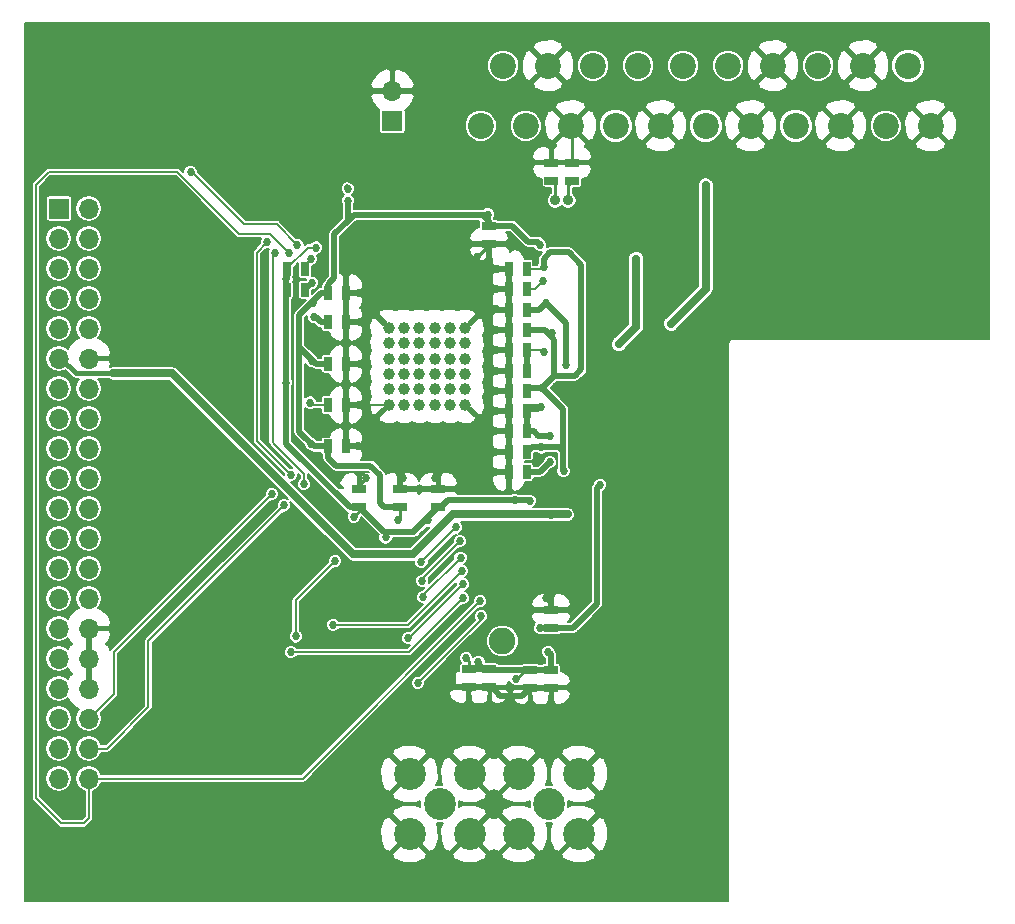
<source format=gbr>
G04 #@! TF.FileFunction,Copper,L2,Bot,Signal*
%FSLAX46Y46*%
G04 Gerber Fmt 4.6, Leading zero omitted, Abs format (unit mm)*
G04 Created by KiCad (PCBNEW 4.0.6+dfsg1-1) date Fri Sep 29 01:28:00 2017*
%MOMM*%
%LPD*%
G01*
G04 APERTURE LIST*
%ADD10C,0.100000*%
%ADD11R,0.635000X1.143000*%
%ADD12R,1.143000X0.635000*%
%ADD13R,1.700000X1.700000*%
%ADD14O,1.700000X1.700000*%
%ADD15C,2.700000*%
%ADD16C,2.200000*%
%ADD17C,0.900000*%
%ADD18C,2.250000*%
%ADD19C,1.000000*%
%ADD20C,0.686000*%
%ADD21C,0.700000*%
%ADD22C,0.400000*%
%ADD23C,0.200000*%
%ADD24C,0.500000*%
%ADD25C,0.250000*%
%ADD26C,0.640000*%
G04 APERTURE END LIST*
D10*
D11*
X60242000Y-52890000D03*
X58718000Y-52890000D03*
X60242000Y-64900000D03*
X58718000Y-64900000D03*
X60242000Y-61470000D03*
X58718000Y-61470000D03*
X60242000Y-56320000D03*
X58718000Y-56320000D03*
X60242000Y-51170000D03*
X58718000Y-51170000D03*
X60232000Y-47720000D03*
X58708000Y-47720000D03*
X60242000Y-63180000D03*
X58718000Y-63180000D03*
X60242000Y-59750000D03*
X58718000Y-59750000D03*
X60242000Y-58030000D03*
X58718000Y-58030000D03*
X60242000Y-54600000D03*
X58718000Y-54600000D03*
X60242000Y-49450000D03*
X58718000Y-49450000D03*
D12*
X64120000Y-40242000D03*
X64120000Y-38718000D03*
X62340000Y-40242000D03*
X62340000Y-38718000D03*
X57040000Y-44078000D03*
X57040000Y-45602000D03*
X52760000Y-66368000D03*
X52760000Y-67892000D03*
X49520000Y-67892000D03*
X49520000Y-66368000D03*
X46080000Y-67902000D03*
X46080000Y-66378000D03*
D11*
X43418000Y-52240000D03*
X44942000Y-52240000D03*
X43408000Y-49740000D03*
X44932000Y-49740000D03*
X43418000Y-62750000D03*
X44942000Y-62750000D03*
X43418000Y-59250000D03*
X44942000Y-59250000D03*
X43418000Y-55750000D03*
X44942000Y-55750000D03*
D12*
X62300000Y-78132000D03*
X62300000Y-76608000D03*
X62280000Y-81638000D03*
X62280000Y-83162000D03*
X55370000Y-81618000D03*
X55370000Y-83142000D03*
X60560000Y-81638000D03*
X60560000Y-83162000D03*
X57090000Y-81618000D03*
X57090000Y-83142000D03*
D13*
X20630000Y-42600000D03*
D14*
X23170000Y-42600000D03*
X20630000Y-45140000D03*
X23170000Y-45140000D03*
X20630000Y-47680000D03*
X23170000Y-47680000D03*
X20630000Y-50220000D03*
X23170000Y-50220000D03*
X20630000Y-52760000D03*
X23170000Y-52760000D03*
X20630000Y-55300000D03*
X23170000Y-55300000D03*
X20630000Y-57840000D03*
X23170000Y-57840000D03*
X20630000Y-60380000D03*
X23170000Y-60380000D03*
X20630000Y-62920000D03*
X23170000Y-62920000D03*
X20630000Y-65460000D03*
X23170000Y-65460000D03*
X20630000Y-68000000D03*
X23170000Y-68000000D03*
X20630000Y-70540000D03*
X23170000Y-70540000D03*
X20630000Y-73080000D03*
X23170000Y-73080000D03*
X20630000Y-75620000D03*
X23170000Y-75620000D03*
X20630000Y-78160000D03*
X23170000Y-78160000D03*
X20630000Y-80700000D03*
X23170000Y-80700000D03*
X20630000Y-83240000D03*
X23170000Y-83240000D03*
X20630000Y-85780000D03*
X23170000Y-85780000D03*
X20630000Y-88320000D03*
X23170000Y-88320000D03*
X20630000Y-90860000D03*
X23170000Y-90860000D03*
D15*
X52860000Y-93040000D03*
X55400000Y-90500000D03*
X50320000Y-90500000D03*
X50320000Y-95580000D03*
X55400000Y-95580000D03*
X62110000Y-93040000D03*
X64650000Y-90500000D03*
X59570000Y-90500000D03*
X59570000Y-95580000D03*
X64650000Y-95580000D03*
D16*
X58250000Y-30500000D03*
X60155000Y-35580000D03*
X62060000Y-30500000D03*
X63965000Y-35580000D03*
X65870000Y-30500000D03*
X67775000Y-35580000D03*
X69680000Y-30500000D03*
X71585000Y-35580000D03*
X73490000Y-30500000D03*
X75395000Y-35580000D03*
X77300000Y-30500000D03*
X79205000Y-35580000D03*
X92540000Y-30500000D03*
X83015000Y-35580000D03*
X81110000Y-30500000D03*
X86825000Y-35580000D03*
X84920000Y-30500000D03*
X90635000Y-35580000D03*
X88730000Y-30500000D03*
X94445000Y-35580000D03*
X56345000Y-35580000D03*
D13*
X48870000Y-35180000D03*
D14*
X48870000Y-32640000D03*
D11*
X39928000Y-47720000D03*
X41452000Y-47720000D03*
X39928000Y-49480000D03*
X41452000Y-49480000D03*
D17*
X63750000Y-41910000D03*
X62650000Y-41910000D03*
D18*
X58190000Y-79220000D03*
D19*
X55058340Y-59215800D03*
X53758340Y-59215800D03*
X52458340Y-59215800D03*
X51158340Y-59215800D03*
X49858340Y-59215800D03*
X48558340Y-59215800D03*
X55058340Y-57915800D03*
X53758340Y-57915800D03*
X52458340Y-57915800D03*
X51158340Y-57915800D03*
X49858340Y-57915800D03*
X48558340Y-57915800D03*
X55058340Y-56615800D03*
X53758340Y-56615800D03*
X52458340Y-56615800D03*
X51158340Y-56615800D03*
X49858340Y-56615800D03*
X48558340Y-56615800D03*
X55058340Y-55315800D03*
X53758340Y-55315800D03*
X52458340Y-55315800D03*
X51158340Y-55315800D03*
X49858340Y-55315800D03*
X48558340Y-55315800D03*
X55058340Y-54015800D03*
X53758340Y-54015800D03*
X52458340Y-54015800D03*
X51158340Y-54015800D03*
X49858340Y-54015800D03*
X48558340Y-54015800D03*
X55058340Y-52715800D03*
X53758340Y-52715800D03*
X52458340Y-52715800D03*
X51158340Y-52715800D03*
X49858340Y-52715800D03*
X48558340Y-52715800D03*
D20*
X62300000Y-68530000D03*
X63720000Y-68500000D03*
X49850000Y-41510000D03*
X47950000Y-41410000D03*
X28940000Y-40490000D03*
X30380000Y-40610000D03*
X30500000Y-42460000D03*
X28910000Y-42500000D03*
X29020000Y-44260000D03*
X30640000Y-44230000D03*
X30660000Y-45770000D03*
X32390000Y-45800000D03*
X32430000Y-48420000D03*
X34140000Y-48480000D03*
X34160000Y-50150000D03*
X32450000Y-50150000D03*
X32420000Y-51770000D03*
X34240000Y-51780000D03*
X34290000Y-53330000D03*
X32430000Y-53320000D03*
X32410000Y-54690000D03*
X34160000Y-54680000D03*
X36520000Y-54490000D03*
X38080000Y-55930000D03*
X38100000Y-61100000D03*
X40720000Y-68820000D03*
X32920000Y-83560000D03*
X38760000Y-70900000D03*
X38970000Y-72420000D03*
X37170000Y-72380000D03*
X37040000Y-74150000D03*
X35030000Y-74160000D03*
X35010000Y-75960000D03*
X32960000Y-75940000D03*
X32810000Y-78520000D03*
X34930000Y-78560000D03*
X34850000Y-80190000D03*
X32900000Y-80220000D03*
X43670000Y-68100000D03*
X42490000Y-67080000D03*
X61470000Y-74210000D03*
X61900000Y-75550000D03*
X54000000Y-80990000D03*
X39760000Y-42440000D03*
X47380000Y-46650000D03*
X49780000Y-46600000D03*
X54110000Y-46650000D03*
X51560000Y-46580000D03*
X62930000Y-45370000D03*
X61400000Y-43380000D03*
X59940000Y-43420000D03*
X59890000Y-39680000D03*
X36640000Y-43000000D03*
X43100000Y-44060000D03*
X35840000Y-65120000D03*
X33880000Y-65110000D03*
X33970000Y-62170000D03*
X32380000Y-62170000D03*
X32340000Y-60480000D03*
X36160000Y-60490000D03*
X36130000Y-57790000D03*
X34480000Y-57810000D03*
X34420000Y-56230000D03*
X32150000Y-56270000D03*
X26790000Y-83000000D03*
X30450000Y-87360000D03*
X33040000Y-87340000D03*
X32960000Y-85600000D03*
X30420000Y-85560000D03*
X30340000Y-83530000D03*
X73380000Y-59700000D03*
X73400000Y-63810000D03*
X52440000Y-65410000D03*
X64210000Y-57880000D03*
X64690000Y-62060000D03*
X46610000Y-65440000D03*
X56060000Y-46690000D03*
X49740000Y-65450000D03*
X57540000Y-64880000D03*
X57700000Y-47730000D03*
X45920000Y-62720000D03*
X46030000Y-59250000D03*
X46090000Y-55750000D03*
X46110000Y-52210000D03*
X46070000Y-49780000D03*
X76590000Y-49450000D03*
X75950000Y-51960000D03*
X73470000Y-48170000D03*
X71570000Y-47020000D03*
X57560000Y-63190000D03*
X57590000Y-61430000D03*
X57630000Y-59750000D03*
X57640000Y-58020000D03*
X57620000Y-56320000D03*
X57650000Y-54620000D03*
X57620000Y-52900000D03*
X57670000Y-51140000D03*
X57660000Y-49450000D03*
X51880000Y-69010000D03*
X42210000Y-51800000D03*
X62060000Y-80120000D03*
X59340000Y-82460000D03*
X56160000Y-80990000D03*
X55130000Y-80660000D03*
X39870000Y-57360000D03*
X41930000Y-59030000D03*
X40680000Y-78830000D03*
X44020000Y-72440000D03*
X48290000Y-70450000D03*
X42410000Y-45910000D03*
X59240000Y-67310000D03*
X60510000Y-67340000D03*
X45610000Y-68680000D03*
X39900000Y-48610000D03*
X61370000Y-78140000D03*
X66480000Y-65980000D03*
X61700000Y-47580000D03*
X62380000Y-53130000D03*
X61560000Y-57790000D03*
X63360000Y-64820000D03*
X61490000Y-62830000D03*
X61890000Y-50570000D03*
X63610000Y-55810000D03*
X61680000Y-54760000D03*
X61490000Y-59440000D03*
X62190000Y-61860000D03*
X62210000Y-64090000D03*
X42170000Y-50570000D03*
X61400000Y-45690000D03*
X61610000Y-48780000D03*
X41980000Y-62500000D03*
X45110000Y-40940000D03*
X45100000Y-41930000D03*
X56950000Y-43110000D03*
X49310000Y-68970000D03*
X42030000Y-55480000D03*
X68060000Y-54090000D03*
X69520000Y-46880000D03*
X75410000Y-40650000D03*
X72480000Y-52360000D03*
X40270000Y-65160000D03*
X38670000Y-66770000D03*
X38280000Y-45460000D03*
X38950000Y-46350000D03*
X39700000Y-67740000D03*
X41380000Y-65940000D03*
X41960000Y-46880000D03*
X40830000Y-45690000D03*
X56380000Y-77130000D03*
X51020000Y-82770000D03*
X31780000Y-39550000D03*
X42080000Y-48890000D03*
X56310000Y-75830000D03*
X40100000Y-46390000D03*
X54830000Y-75600000D03*
X40280000Y-80160000D03*
X50220000Y-78980000D03*
X54850000Y-74410000D03*
X51460000Y-75510000D03*
X54640000Y-72170000D03*
X51400000Y-74120000D03*
X54580000Y-70770000D03*
X51330000Y-72560000D03*
X54280000Y-69600000D03*
X43850000Y-77850000D03*
X54760000Y-73290000D03*
D21*
X62300000Y-68530000D02*
X62300000Y-68500000D01*
X62300000Y-68500000D02*
X62300000Y-68530000D01*
X62300000Y-68530000D02*
X62300000Y-68500000D01*
X25250000Y-56560000D02*
X30210000Y-56560000D01*
X53990000Y-68500000D02*
X62300000Y-68500000D01*
X62300000Y-68500000D02*
X63720000Y-68500000D01*
X50610000Y-71880000D02*
X53990000Y-68500000D01*
X45530000Y-71880000D02*
X50610000Y-71880000D01*
X30210000Y-56560000D02*
X45530000Y-71880000D01*
D22*
X20630000Y-55300000D02*
X20790000Y-55300000D01*
X20790000Y-55300000D02*
X22050000Y-56560000D01*
X22050000Y-56560000D02*
X25250000Y-56560000D01*
D23*
X49850000Y-41510000D02*
X49750000Y-41410000D01*
X49750000Y-41410000D02*
X47950000Y-41410000D01*
X30380000Y-42340000D02*
X30380000Y-40610000D01*
X30500000Y-42460000D02*
X30380000Y-42340000D01*
X28910000Y-44150000D02*
X28910000Y-42500000D01*
X29020000Y-44260000D02*
X28910000Y-44150000D01*
X30640000Y-45750000D02*
X30640000Y-44230000D01*
X30660000Y-45770000D02*
X30640000Y-45750000D01*
X32390000Y-48380000D02*
X32390000Y-45800000D01*
X32430000Y-48420000D02*
X32390000Y-48380000D01*
X34140000Y-50130000D02*
X34140000Y-48480000D01*
X34160000Y-50150000D02*
X34140000Y-50130000D01*
X32450000Y-51740000D02*
X32450000Y-50150000D01*
X32420000Y-51770000D02*
X32450000Y-51740000D01*
X34240000Y-53280000D02*
X34240000Y-51780000D01*
X34290000Y-53330000D02*
X34240000Y-53280000D01*
X32430000Y-54670000D02*
X32430000Y-53320000D01*
X32410000Y-54690000D02*
X32430000Y-54670000D01*
X36330000Y-54680000D02*
X34160000Y-54680000D01*
X36520000Y-54490000D02*
X36330000Y-54680000D01*
X38080000Y-61080000D02*
X38080000Y-55930000D01*
X38100000Y-61100000D02*
X38080000Y-61080000D01*
X38760000Y-70780000D02*
X40720000Y-68820000D01*
X32920000Y-83560000D02*
X32920000Y-80140000D01*
X38760000Y-72210000D02*
X38760000Y-70900000D01*
X38970000Y-72420000D02*
X38760000Y-72210000D01*
X37170000Y-74020000D02*
X37170000Y-72380000D01*
X37040000Y-74150000D02*
X37170000Y-74020000D01*
X35030000Y-75940000D02*
X35030000Y-74160000D01*
X35010000Y-75960000D02*
X35030000Y-75940000D01*
X32960000Y-78370000D02*
X32960000Y-75940000D01*
X32810000Y-78520000D02*
X32960000Y-78370000D01*
X34930000Y-80110000D02*
X34930000Y-78560000D01*
X34850000Y-80190000D02*
X34930000Y-80110000D01*
X32900000Y-80160000D02*
X32900000Y-80220000D01*
X32920000Y-80140000D02*
X32900000Y-80160000D01*
X38760000Y-70900000D02*
X38760000Y-70780000D01*
D24*
X43510000Y-68100000D02*
X43670000Y-68100000D01*
X42490000Y-67080000D02*
X43510000Y-68100000D01*
D23*
X46050000Y-59250000D02*
X48524140Y-59250000D01*
X48524140Y-59250000D02*
X48558340Y-59215800D01*
D25*
X23170000Y-80700000D02*
X23170000Y-78160000D01*
X23170000Y-80700000D02*
X23170000Y-83240000D01*
D24*
X62300000Y-76608000D02*
X62300000Y-75950000D01*
X62300000Y-75950000D02*
X61900000Y-75550000D01*
X62280000Y-83162000D02*
X60560000Y-83162000D01*
X57090000Y-83142000D02*
X57272000Y-83142000D01*
X57272000Y-83142000D02*
X57990000Y-83860000D01*
X59862000Y-83860000D02*
X60560000Y-83162000D01*
X57990000Y-83860000D02*
X59862000Y-83860000D01*
X62310000Y-83162000D02*
X60560000Y-83162000D01*
X54000000Y-80990000D02*
X54000000Y-83050000D01*
X54092000Y-83142000D02*
X55370000Y-83142000D01*
X54000000Y-83050000D02*
X54092000Y-83142000D01*
X57090000Y-83142000D02*
X55370000Y-83142000D01*
D23*
X39680000Y-42520000D02*
X39680000Y-43000000D01*
X39760000Y-42440000D02*
X39680000Y-42520000D01*
X51560000Y-46580000D02*
X49800000Y-46580000D01*
X49800000Y-46580000D02*
X49780000Y-46600000D01*
X51630000Y-46650000D02*
X54110000Y-46650000D01*
X51560000Y-46580000D02*
X51630000Y-46650000D01*
X59890000Y-39680000D02*
X59890000Y-43370000D01*
X62930000Y-44910000D02*
X62930000Y-45370000D01*
X61400000Y-43380000D02*
X62930000Y-44910000D01*
X59890000Y-43370000D02*
X59940000Y-43420000D01*
X60852000Y-38718000D02*
X62340000Y-38718000D01*
X59890000Y-39680000D02*
X60852000Y-38718000D01*
D24*
X36640000Y-43000000D02*
X39680000Y-43000000D01*
X39680000Y-43000000D02*
X42040000Y-43000000D01*
X42040000Y-43000000D02*
X43100000Y-44060000D01*
D23*
X23170000Y-55300000D02*
X31180000Y-55300000D01*
X33880000Y-62260000D02*
X33880000Y-65110000D01*
X33970000Y-62170000D02*
X33880000Y-62260000D01*
X32380000Y-60520000D02*
X32380000Y-62170000D01*
X32340000Y-60480000D02*
X32380000Y-60520000D01*
X36160000Y-57820000D02*
X36160000Y-60490000D01*
X36130000Y-57790000D02*
X36160000Y-57820000D01*
X34480000Y-56290000D02*
X34480000Y-57810000D01*
X34420000Y-56230000D02*
X34480000Y-56290000D01*
X31180000Y-55300000D02*
X32150000Y-56270000D01*
X33040000Y-85680000D02*
X33040000Y-87340000D01*
X32960000Y-85600000D02*
X33040000Y-85680000D01*
X30420000Y-83610000D02*
X30420000Y-85560000D01*
X30340000Y-83530000D02*
X30420000Y-83610000D01*
X74090000Y-62030000D02*
X74100000Y-62030000D01*
X74100000Y-62020000D02*
X74090000Y-62030000D01*
X74100000Y-60420000D02*
X74100000Y-62020000D01*
X73380000Y-59700000D02*
X74100000Y-60420000D01*
X74100000Y-63110000D02*
X74100000Y-62030000D01*
X73400000Y-63810000D02*
X74100000Y-63110000D01*
X74100000Y-62030000D02*
X74100000Y-61820000D01*
D25*
X52760000Y-65730000D02*
X52440000Y-65410000D01*
X52760000Y-66368000D02*
X52760000Y-65730000D01*
X46080000Y-66378000D02*
X46080000Y-65970000D01*
X46080000Y-65970000D02*
X46610000Y-65440000D01*
X57040000Y-45602000D02*
X57040000Y-45710000D01*
X57040000Y-45710000D02*
X56060000Y-46690000D01*
X49520000Y-66368000D02*
X49520000Y-65670000D01*
X49520000Y-65670000D02*
X49740000Y-65450000D01*
D24*
X57560000Y-64900000D02*
X57540000Y-64880000D01*
X57560000Y-64900000D02*
X58718000Y-64900000D01*
X57710000Y-47720000D02*
X57700000Y-47730000D01*
X58708000Y-47720000D02*
X57710000Y-47720000D01*
X44942000Y-62750000D02*
X45890000Y-62750000D01*
X45890000Y-62750000D02*
X45920000Y-62720000D01*
X44942000Y-59250000D02*
X46050000Y-59250000D01*
X46050000Y-59250000D02*
X46030000Y-59250000D01*
X44942000Y-55750000D02*
X46090000Y-55750000D01*
X44942000Y-52240000D02*
X46080000Y-52240000D01*
X46080000Y-52240000D02*
X46110000Y-52210000D01*
X44932000Y-49740000D02*
X46030000Y-49740000D01*
X46030000Y-49740000D02*
X46070000Y-49780000D01*
X44932000Y-49740000D02*
X44932000Y-52230000D01*
X44932000Y-52230000D02*
X44942000Y-52240000D01*
X44942000Y-52240000D02*
X44942000Y-59250000D01*
X44942000Y-59250000D02*
X44942000Y-62750000D01*
D23*
X76590000Y-51320000D02*
X76590000Y-49450000D01*
X75950000Y-51960000D02*
X76590000Y-51320000D01*
D25*
X72720000Y-48170000D02*
X73470000Y-48170000D01*
X71570000Y-47020000D02*
X72720000Y-48170000D01*
X64120000Y-38718000D02*
X64120000Y-35735000D01*
X64120000Y-35735000D02*
X63965000Y-35580000D01*
X62340000Y-38718000D02*
X64120000Y-38718000D01*
D24*
X58718000Y-63180000D02*
X57570000Y-63180000D01*
X57570000Y-63180000D02*
X57560000Y-63190000D01*
X58718000Y-61470000D02*
X57630000Y-61470000D01*
X57630000Y-61470000D02*
X57590000Y-61430000D01*
X58718000Y-59750000D02*
X57630000Y-59750000D01*
X58718000Y-58030000D02*
X57650000Y-58030000D01*
X57650000Y-58030000D02*
X57640000Y-58020000D01*
X58718000Y-56320000D02*
X57620000Y-56320000D01*
X58718000Y-54600000D02*
X57670000Y-54600000D01*
X57670000Y-54600000D02*
X57650000Y-54620000D01*
X58718000Y-52890000D02*
X57630000Y-52890000D01*
X57630000Y-52890000D02*
X57620000Y-52900000D01*
X58718000Y-51170000D02*
X57700000Y-51170000D01*
X57700000Y-51170000D02*
X57670000Y-51140000D01*
X58718000Y-49450000D02*
X57660000Y-49450000D01*
X58718000Y-64900000D02*
X58718000Y-63180000D01*
X58718000Y-63180000D02*
X58718000Y-61470000D01*
X58718000Y-61470000D02*
X58718000Y-59750000D01*
X58718000Y-59750000D02*
X58718000Y-58030000D01*
X58718000Y-58030000D02*
X58718000Y-56320000D01*
X58718000Y-56320000D02*
X58718000Y-54600000D01*
X58718000Y-54600000D02*
X58718000Y-52890000D01*
X58718000Y-52890000D02*
X58718000Y-51170000D01*
X58718000Y-51170000D02*
X58718000Y-49450000D01*
X58718000Y-49450000D02*
X58708000Y-49440000D01*
X58708000Y-49440000D02*
X58708000Y-47720000D01*
X42210000Y-51800000D02*
X42390000Y-51800000D01*
X42390000Y-51800000D02*
X42830000Y-52240000D01*
D23*
X51896000Y-68994000D02*
X51896000Y-68756000D01*
X51880000Y-69010000D02*
X51896000Y-68994000D01*
X42210000Y-51800000D02*
X42220000Y-51810000D01*
X42220000Y-51810000D02*
X42270000Y-51810000D01*
D24*
X62280000Y-81638000D02*
X62280000Y-80340000D01*
X62280000Y-80340000D02*
X62060000Y-80120000D01*
X60560000Y-81638000D02*
X57110000Y-81638000D01*
X57110000Y-81638000D02*
X57090000Y-81618000D01*
D25*
X62060000Y-80120000D02*
X62280000Y-80340000D01*
D24*
X62280000Y-81638000D02*
X60560000Y-81638000D01*
D25*
X59340000Y-82460000D02*
X60162000Y-81638000D01*
X60162000Y-81638000D02*
X60560000Y-81638000D01*
D24*
X55370000Y-81618000D02*
X57090000Y-81618000D01*
D25*
X56160000Y-80990000D02*
X56788000Y-81618000D01*
X56788000Y-81618000D02*
X57090000Y-81618000D01*
X55370000Y-80900000D02*
X55370000Y-81618000D01*
X55130000Y-80660000D02*
X55370000Y-80900000D01*
D24*
X42830000Y-52240000D02*
X43418000Y-52240000D01*
D23*
X42850000Y-52320000D02*
X42850000Y-52240000D01*
X42830000Y-52300000D02*
X42850000Y-52320000D01*
X42830000Y-52240000D02*
X42830000Y-52300000D01*
D24*
X39870000Y-57360000D02*
X39870000Y-62490000D01*
X39900000Y-62520000D02*
X45282000Y-67902000D01*
X45282000Y-67902000D02*
X46080000Y-67902000D01*
X39870000Y-62490000D02*
X39900000Y-62520000D01*
D23*
X42150000Y-59250000D02*
X43418000Y-59250000D01*
X41930000Y-59030000D02*
X42150000Y-59250000D01*
X39928000Y-49480000D02*
X39928000Y-48638000D01*
X39928000Y-48638000D02*
X39900000Y-48610000D01*
X48710000Y-69950000D02*
X48710000Y-70030000D01*
X40680000Y-75780000D02*
X40680000Y-78830000D01*
X44020000Y-72440000D02*
X40680000Y-75780000D01*
X48710000Y-70030000D02*
X48290000Y-70450000D01*
X39928000Y-47720000D02*
X39928000Y-47672000D01*
X39928000Y-47672000D02*
X41690000Y-45910000D01*
X41690000Y-45910000D02*
X42410000Y-45910000D01*
D24*
X39928000Y-47720000D02*
X39928000Y-48582000D01*
X39928000Y-48582000D02*
X39900000Y-48610000D01*
X43418000Y-52240000D02*
X42850000Y-52240000D01*
X42850000Y-52240000D02*
X42930000Y-52240000D01*
X58790000Y-67310000D02*
X59240000Y-67310000D01*
X52760000Y-67892000D02*
X53028000Y-67892000D01*
X53028000Y-67892000D02*
X53610000Y-67310000D01*
X60480000Y-67310000D02*
X60510000Y-67340000D01*
X53610000Y-67310000D02*
X58790000Y-67310000D01*
X58790000Y-67310000D02*
X60480000Y-67310000D01*
X50722000Y-69950000D02*
X50722000Y-69930000D01*
X48128000Y-69950000D02*
X48710000Y-69950000D01*
X46080000Y-67902000D02*
X48128000Y-69950000D01*
X48710000Y-69950000D02*
X50722000Y-69950000D01*
X50722000Y-69930000D02*
X51896000Y-68756000D01*
X51896000Y-68756000D02*
X52760000Y-67892000D01*
X39870000Y-57360000D02*
X39900000Y-57390000D01*
D25*
X45610000Y-68680000D02*
X46080000Y-68210000D01*
X46080000Y-68210000D02*
X46080000Y-67902000D01*
D24*
X39870000Y-48640000D02*
X39870000Y-57360000D01*
X39900000Y-48610000D02*
X39870000Y-48640000D01*
X43418000Y-52240000D02*
X43330000Y-52240000D01*
X61560000Y-57790000D02*
X60482000Y-57790000D01*
X60482000Y-57790000D02*
X60242000Y-58030000D01*
X61378000Y-78132000D02*
X61370000Y-78140000D01*
X61378000Y-78132000D02*
X62300000Y-78132000D01*
X62300000Y-78132000D02*
X64148000Y-78132000D01*
X66480000Y-65980000D02*
X66200000Y-66260000D01*
X66200000Y-66260000D02*
X66200000Y-76080000D01*
X66200000Y-76080000D02*
X64450000Y-77830000D01*
X64148000Y-78132000D02*
X64450000Y-77830000D01*
X63370000Y-46310000D02*
X62250000Y-46310000D01*
X64340000Y-56770000D02*
X64880000Y-56230000D01*
X64880000Y-56230000D02*
X64880000Y-47370000D01*
X64880000Y-47370000D02*
X63820000Y-46310000D01*
X63820000Y-46310000D02*
X63370000Y-46310000D01*
X62580000Y-56770000D02*
X64340000Y-56770000D01*
X61700000Y-46860000D02*
X61700000Y-47580000D01*
X62250000Y-46310000D02*
X61700000Y-46860000D01*
D23*
X61560000Y-47720000D02*
X60232000Y-47720000D01*
X61700000Y-47580000D02*
X61560000Y-47720000D01*
X62260000Y-53250000D02*
X62140000Y-53250000D01*
X62380000Y-53130000D02*
X62260000Y-53250000D01*
D24*
X62110000Y-57240000D02*
X62580000Y-56770000D01*
X62580000Y-56770000D02*
X62590000Y-56760000D01*
X61810000Y-52920000D02*
X60272000Y-52920000D01*
X62590000Y-53700000D02*
X62140000Y-53250000D01*
X62140000Y-53250000D02*
X61810000Y-52920000D01*
X62590000Y-56760000D02*
X62590000Y-53700000D01*
X60272000Y-52920000D02*
X60242000Y-52890000D01*
X63330000Y-59910000D02*
X63330000Y-59560000D01*
X63330000Y-59560000D02*
X61560000Y-57790000D01*
X61560000Y-57790000D02*
X61560000Y-57790000D01*
X62140000Y-57210000D02*
X62110000Y-57240000D01*
X62110000Y-57240000D02*
X61560000Y-57790000D01*
D23*
X61560000Y-57790000D02*
X62140000Y-57210000D01*
D24*
X63330000Y-63170000D02*
X63330000Y-59910000D01*
X63330000Y-59910000D02*
X63330000Y-59870000D01*
X61490000Y-62830000D02*
X62990000Y-62830000D01*
X62990000Y-62830000D02*
X63330000Y-63170000D01*
X63330000Y-63170000D02*
X63330000Y-64790000D01*
X63330000Y-64790000D02*
X63360000Y-64820000D01*
D23*
X61060000Y-62820000D02*
X61060000Y-62760000D01*
X61120000Y-62760000D02*
X61060000Y-62820000D01*
X61420000Y-62760000D02*
X61120000Y-62760000D01*
X61490000Y-62830000D02*
X61420000Y-62760000D01*
D24*
X61240000Y-62760000D02*
X61060000Y-62760000D01*
X61060000Y-62760000D02*
X60662000Y-62760000D01*
X60662000Y-62760000D02*
X60242000Y-63180000D01*
X60502000Y-57770000D02*
X60242000Y-58030000D01*
D25*
X61810000Y-52890000D02*
X60242000Y-52890000D01*
D24*
X60242000Y-51170000D02*
X61290000Y-51170000D01*
X61290000Y-51170000D02*
X61890000Y-50570000D01*
X61890000Y-50570000D02*
X63610000Y-52290000D01*
X63610000Y-52290000D02*
X63610000Y-55810000D01*
D23*
X60242000Y-54600000D02*
X61520000Y-54600000D01*
X61520000Y-54600000D02*
X61680000Y-54760000D01*
D24*
X61490000Y-59440000D02*
X60552000Y-59440000D01*
X60552000Y-59440000D02*
X60242000Y-59750000D01*
D23*
X61180000Y-59750000D02*
X60242000Y-59750000D01*
X61490000Y-59440000D02*
X61180000Y-59750000D01*
D24*
X60840000Y-61470000D02*
X61230000Y-61860000D01*
X61230000Y-61860000D02*
X62190000Y-61860000D01*
X60242000Y-61470000D02*
X60840000Y-61470000D01*
X60242000Y-64900000D02*
X61400000Y-64900000D01*
X61400000Y-64900000D02*
X62210000Y-64090000D01*
X60242000Y-61470000D02*
X60242000Y-59750000D01*
X60242000Y-56320000D02*
X60242000Y-54600000D01*
D23*
X42130000Y-50530000D02*
X42130000Y-50470000D01*
X42170000Y-50570000D02*
X42130000Y-50530000D01*
D25*
X43408000Y-49740000D02*
X43408000Y-49062000D01*
X43408000Y-49062000D02*
X43570000Y-48900000D01*
X43630000Y-48900000D02*
X43630000Y-48840000D01*
X43570000Y-48900000D02*
X43630000Y-48900000D01*
D24*
X61230000Y-45420000D02*
X61230000Y-45520000D01*
X57040000Y-44078000D02*
X59038000Y-44078000D01*
X60380000Y-45420000D02*
X61230000Y-45420000D01*
X59038000Y-44078000D02*
X60380000Y-45420000D01*
X61230000Y-45520000D02*
X61400000Y-45690000D01*
X56030000Y-43150000D02*
X56520000Y-43150000D01*
X57040000Y-43670000D02*
X57040000Y-44078000D01*
X56520000Y-43150000D02*
X57040000Y-43670000D01*
D23*
X61610000Y-48780000D02*
X60940000Y-49450000D01*
X60940000Y-49450000D02*
X60242000Y-49450000D01*
D24*
X41000000Y-54350000D02*
X41000000Y-61520000D01*
X41000000Y-61520000D02*
X41310000Y-61830000D01*
X41310000Y-61830000D02*
X42230000Y-62750000D01*
X42230000Y-62750000D02*
X43418000Y-62750000D01*
D25*
X41980000Y-62500000D02*
X41310000Y-61830000D01*
D24*
X42020000Y-55370000D02*
X41000000Y-54350000D01*
X41000000Y-54350000D02*
X41000000Y-54350000D01*
X45070000Y-40900000D02*
X45070000Y-40790000D01*
X45110000Y-40940000D02*
X45070000Y-40900000D01*
X45110000Y-43190000D02*
X45110000Y-41940000D01*
X45110000Y-41940000D02*
X45100000Y-41930000D01*
X43950000Y-44790000D02*
X45110000Y-43630000D01*
X43950000Y-48520000D02*
X43950000Y-44790000D01*
X43408000Y-49062000D02*
X43630000Y-48840000D01*
X43630000Y-48840000D02*
X43950000Y-48520000D01*
X45110000Y-43110000D02*
X45110000Y-43190000D01*
X45110000Y-43190000D02*
X45110000Y-43630000D01*
X57040000Y-43150000D02*
X56030000Y-43150000D01*
X56030000Y-43150000D02*
X45590000Y-43150000D01*
X45590000Y-43150000D02*
X45110000Y-43630000D01*
X43418000Y-62750000D02*
X43450000Y-62782000D01*
X43450000Y-62782000D02*
X43450000Y-63710000D01*
X48192000Y-67892000D02*
X49520000Y-67892000D01*
X47830000Y-67530000D02*
X48192000Y-67892000D01*
X47830000Y-65190000D02*
X47830000Y-67530000D01*
X47010000Y-64370000D02*
X47830000Y-65190000D01*
X44110000Y-64370000D02*
X47010000Y-64370000D01*
X43450000Y-63710000D02*
X44110000Y-64370000D01*
D25*
X57040000Y-43200000D02*
X57040000Y-43150000D01*
X57040000Y-43150000D02*
X57040000Y-44078000D01*
X56950000Y-43110000D02*
X57040000Y-43200000D01*
X49520000Y-68760000D02*
X49520000Y-67892000D01*
X49310000Y-68970000D02*
X49520000Y-68760000D01*
X42020000Y-55470000D02*
X42020000Y-55370000D01*
X42030000Y-55480000D02*
X42020000Y-55470000D01*
D24*
X43418000Y-55750000D02*
X42400000Y-55750000D01*
X42400000Y-55750000D02*
X42020000Y-55370000D01*
X43408000Y-49740000D02*
X42860000Y-49740000D01*
X41000000Y-51600000D02*
X41000000Y-54350000D01*
X42860000Y-49740000D02*
X42130000Y-50470000D01*
X42130000Y-50470000D02*
X41000000Y-51600000D01*
D26*
X69520000Y-46880000D02*
X69520000Y-52630000D01*
X69520000Y-52630000D02*
X68060000Y-54090000D01*
X69520000Y-46880000D02*
X69480000Y-46920000D01*
X75410000Y-49430000D02*
X75410000Y-40650000D01*
X72480000Y-52360000D02*
X75410000Y-49430000D01*
D25*
X63750000Y-41910000D02*
X63750000Y-40612000D01*
X63750000Y-40612000D02*
X64120000Y-40242000D01*
X62650000Y-41910000D02*
X62650000Y-40552000D01*
X62650000Y-40552000D02*
X62340000Y-40242000D01*
D23*
X37410000Y-47350000D02*
X37410000Y-62300000D01*
X37650000Y-62540000D02*
X40270000Y-65160000D01*
X38670000Y-66770000D02*
X25280000Y-80160000D01*
X25280000Y-80160000D02*
X25280000Y-83670000D01*
X25280000Y-83670000D02*
X23170000Y-85780000D01*
X37410000Y-62300000D02*
X37650000Y-62540000D01*
X37410000Y-47470000D02*
X37410000Y-47350000D01*
X37410000Y-47350000D02*
X37410000Y-46330000D01*
X37410000Y-46330000D02*
X38280000Y-45460000D01*
X38730000Y-46570000D02*
X38730000Y-62410000D01*
X38730000Y-46570000D02*
X38950000Y-46350000D01*
X24740000Y-88320000D02*
X23170000Y-88320000D01*
X28220000Y-84840000D02*
X24740000Y-88320000D01*
X28220000Y-79220000D02*
X28220000Y-84840000D01*
X39700000Y-67740000D02*
X28220000Y-79220000D01*
X41380000Y-65060000D02*
X41380000Y-65940000D01*
X38820000Y-62500000D02*
X41380000Y-65060000D01*
X38730000Y-62410000D02*
X38820000Y-62500000D01*
X41452000Y-47720000D02*
X41452000Y-47388000D01*
X41452000Y-47388000D02*
X41960000Y-46880000D01*
X39080000Y-43940000D02*
X40830000Y-45690000D01*
X56380000Y-77410000D02*
X56380000Y-77130000D01*
X51020000Y-82770000D02*
X56380000Y-77410000D01*
X38230000Y-43940000D02*
X36320000Y-43940000D01*
X31930000Y-39550000D02*
X31780000Y-39550000D01*
X36320000Y-43940000D02*
X31930000Y-39550000D01*
X39090000Y-43940000D02*
X39080000Y-43940000D01*
X39080000Y-43940000D02*
X38230000Y-43940000D01*
X38230000Y-43940000D02*
X38110000Y-43940000D01*
D25*
X42080000Y-48890000D02*
X41490000Y-49480000D01*
X41490000Y-49480000D02*
X41452000Y-49480000D01*
D23*
X41280000Y-90860000D02*
X23170000Y-90860000D01*
X56310000Y-75830000D02*
X41280000Y-90860000D01*
X30660000Y-39530000D02*
X19770000Y-39530000D01*
X39600000Y-45890000D02*
X40100000Y-46390000D01*
X19770000Y-39530000D02*
X18690000Y-40610000D01*
X18690000Y-40610000D02*
X18690000Y-92520000D01*
X18690000Y-92520000D02*
X20820000Y-94650000D01*
X20820000Y-94650000D02*
X22740000Y-94650000D01*
X22740000Y-94650000D02*
X23170000Y-94220000D01*
X23170000Y-94220000D02*
X23170000Y-90860000D01*
X38470000Y-44770000D02*
X39590000Y-45890000D01*
X35900000Y-44770000D02*
X38470000Y-44770000D01*
X30660000Y-39530000D02*
X35900000Y-44770000D01*
X39590000Y-45890000D02*
X39600000Y-45890000D01*
X54830000Y-75600000D02*
X50270000Y-80160000D01*
X50270000Y-80160000D02*
X40280000Y-80160000D01*
X50280000Y-78980000D02*
X50220000Y-78980000D01*
X54850000Y-74410000D02*
X50280000Y-78980000D01*
X51460000Y-75350000D02*
X51460000Y-75510000D01*
X54640000Y-72170000D02*
X51460000Y-75350000D01*
X51400000Y-73950000D02*
X51400000Y-74120000D01*
X54580000Y-70770000D02*
X51400000Y-73950000D01*
X54280000Y-69600000D02*
X51330000Y-72550000D01*
X51330000Y-72550000D02*
X51330000Y-72560000D01*
X50200000Y-77850000D02*
X43850000Y-77850000D01*
X54760000Y-73290000D02*
X50200000Y-77850000D01*
G36*
X99425000Y-53665000D02*
X77650000Y-53665000D01*
X77521801Y-53690500D01*
X77413119Y-53763119D01*
X77340500Y-53871801D01*
X77315000Y-54000000D01*
X77315000Y-101215000D01*
X17795000Y-101215000D01*
X17795000Y-97265743D01*
X48852046Y-97265743D01*
X48969488Y-97700821D01*
X49883893Y-98056202D01*
X50864691Y-98034602D01*
X51670512Y-97700821D01*
X51787954Y-97265743D01*
X53932046Y-97265743D01*
X54049488Y-97700821D01*
X54963893Y-98056202D01*
X55944691Y-98034602D01*
X56750512Y-97700821D01*
X56867954Y-97265743D01*
X58102046Y-97265743D01*
X58219488Y-97700821D01*
X59133893Y-98056202D01*
X60114691Y-98034602D01*
X60920512Y-97700821D01*
X61037954Y-97265743D01*
X63182046Y-97265743D01*
X63299488Y-97700821D01*
X64213893Y-98056202D01*
X65194691Y-98034602D01*
X66000512Y-97700821D01*
X66117954Y-97265743D01*
X64650000Y-95797789D01*
X63182046Y-97265743D01*
X61037954Y-97265743D01*
X59570000Y-95797789D01*
X58102046Y-97265743D01*
X56867954Y-97265743D01*
X55400000Y-95797789D01*
X53932046Y-97265743D01*
X51787954Y-97265743D01*
X50320000Y-95797789D01*
X48852046Y-97265743D01*
X17795000Y-97265743D01*
X17795000Y-95143893D01*
X47843798Y-95143893D01*
X47865398Y-96124691D01*
X48199179Y-96930512D01*
X48634257Y-97047954D01*
X50102211Y-95580000D01*
X48634257Y-94112046D01*
X48199179Y-94229488D01*
X47843798Y-95143893D01*
X17795000Y-95143893D01*
X17795000Y-40610000D01*
X18330000Y-40610000D01*
X18330000Y-92520000D01*
X18357403Y-92657766D01*
X18435442Y-92774558D01*
X20565442Y-94904559D01*
X20682234Y-94982597D01*
X20820000Y-95010000D01*
X22740000Y-95010000D01*
X22877766Y-94982597D01*
X22994558Y-94904558D01*
X23424559Y-94474558D01*
X23502597Y-94357766D01*
X23530000Y-94220000D01*
X23530000Y-92185743D01*
X48852046Y-92185743D01*
X48969488Y-92620821D01*
X49883893Y-92976202D01*
X50864691Y-92954602D01*
X51250213Y-92794914D01*
X51249776Y-93295661D01*
X50756107Y-93103798D01*
X49775309Y-93125398D01*
X48969488Y-93459179D01*
X48852046Y-93894257D01*
X50320000Y-95362211D01*
X50334142Y-95348069D01*
X50551931Y-95565858D01*
X50537789Y-95580000D01*
X52005743Y-97047954D01*
X52440821Y-96930512D01*
X52796202Y-96016107D01*
X52774602Y-95035309D01*
X52614914Y-94649787D01*
X53115661Y-94650224D01*
X52923798Y-95143893D01*
X52945398Y-96124691D01*
X53279179Y-96930512D01*
X53714257Y-97047954D01*
X55182211Y-95580000D01*
X55617789Y-95580000D01*
X57085743Y-97047954D01*
X57485000Y-96940181D01*
X57884257Y-97047954D01*
X59352211Y-95580000D01*
X57884257Y-94112046D01*
X57485000Y-94219819D01*
X57085743Y-94112046D01*
X55617789Y-95580000D01*
X55182211Y-95580000D01*
X55168069Y-95565858D01*
X55385858Y-95348069D01*
X55400000Y-95362211D01*
X56867954Y-93894257D01*
X56750512Y-93459179D01*
X55836107Y-93103798D01*
X54855309Y-93125398D01*
X54469787Y-93285086D01*
X54470224Y-92784339D01*
X54963893Y-92976202D01*
X55944691Y-92954602D01*
X56750512Y-92620821D01*
X56867954Y-92185743D01*
X58102046Y-92185743D01*
X58219488Y-92620821D01*
X59133893Y-92976202D01*
X60114691Y-92954602D01*
X60500213Y-92794914D01*
X60499776Y-93295661D01*
X60006107Y-93103798D01*
X59025309Y-93125398D01*
X58219488Y-93459179D01*
X58102046Y-93894257D01*
X59570000Y-95362211D01*
X59584142Y-95348069D01*
X59801931Y-95565858D01*
X59787789Y-95580000D01*
X61255743Y-97047954D01*
X61690821Y-96930512D01*
X62046202Y-96016107D01*
X62024602Y-95035309D01*
X61864914Y-94649787D01*
X62365661Y-94650224D01*
X62173798Y-95143893D01*
X62195398Y-96124691D01*
X62529179Y-96930512D01*
X62964257Y-97047954D01*
X64432211Y-95580000D01*
X64867789Y-95580000D01*
X66335743Y-97047954D01*
X66770821Y-96930512D01*
X67126202Y-96016107D01*
X67104602Y-95035309D01*
X66770821Y-94229488D01*
X66335743Y-94112046D01*
X64867789Y-95580000D01*
X64432211Y-95580000D01*
X64418069Y-95565858D01*
X64635858Y-95348069D01*
X64650000Y-95362211D01*
X66117954Y-93894257D01*
X66000512Y-93459179D01*
X65086107Y-93103798D01*
X64105309Y-93125398D01*
X63719787Y-93285086D01*
X63720224Y-92784339D01*
X64213893Y-92976202D01*
X65194691Y-92954602D01*
X66000512Y-92620821D01*
X66117954Y-92185743D01*
X64650000Y-90717789D01*
X64635858Y-90731931D01*
X64418069Y-90514142D01*
X64432211Y-90500000D01*
X64867789Y-90500000D01*
X66335743Y-91967954D01*
X66770821Y-91850512D01*
X67126202Y-90936107D01*
X67104602Y-89955309D01*
X66770821Y-89149488D01*
X66335743Y-89032046D01*
X64867789Y-90500000D01*
X64432211Y-90500000D01*
X62964257Y-89032046D01*
X62529179Y-89149488D01*
X62173798Y-90063893D01*
X62195398Y-91044691D01*
X62355086Y-91430213D01*
X61854339Y-91429776D01*
X62046202Y-90936107D01*
X62024602Y-89955309D01*
X61690821Y-89149488D01*
X61255743Y-89032046D01*
X59787789Y-90500000D01*
X59801931Y-90514142D01*
X59584142Y-90731931D01*
X59570000Y-90717789D01*
X58102046Y-92185743D01*
X56867954Y-92185743D01*
X55400000Y-90717789D01*
X55385858Y-90731931D01*
X55168069Y-90514142D01*
X55182211Y-90500000D01*
X55617789Y-90500000D01*
X57085743Y-91967954D01*
X57485000Y-91860181D01*
X57884257Y-91967954D01*
X59352211Y-90500000D01*
X57884257Y-89032046D01*
X57485000Y-89139819D01*
X57085743Y-89032046D01*
X55617789Y-90500000D01*
X55182211Y-90500000D01*
X53714257Y-89032046D01*
X53279179Y-89149488D01*
X52923798Y-90063893D01*
X52945398Y-91044691D01*
X53105086Y-91430213D01*
X52604339Y-91429776D01*
X52796202Y-90936107D01*
X52774602Y-89955309D01*
X52440821Y-89149488D01*
X52005743Y-89032046D01*
X50537789Y-90500000D01*
X50551931Y-90514142D01*
X50334142Y-90731931D01*
X50320000Y-90717789D01*
X48852046Y-92185743D01*
X23530000Y-92185743D01*
X23530000Y-91902717D01*
X23616525Y-91885506D01*
X23976635Y-91644889D01*
X24217252Y-91284779D01*
X24230137Y-91220000D01*
X41280000Y-91220000D01*
X41417766Y-91192597D01*
X41534558Y-91114558D01*
X42585223Y-90063893D01*
X47843798Y-90063893D01*
X47865398Y-91044691D01*
X48199179Y-91850512D01*
X48634257Y-91967954D01*
X50102211Y-90500000D01*
X48634257Y-89032046D01*
X48199179Y-89149488D01*
X47843798Y-90063893D01*
X42585223Y-90063893D01*
X43834859Y-88814257D01*
X48852046Y-88814257D01*
X50320000Y-90282211D01*
X51787954Y-88814257D01*
X53932046Y-88814257D01*
X55400000Y-90282211D01*
X56867954Y-88814257D01*
X58102046Y-88814257D01*
X59570000Y-90282211D01*
X61037954Y-88814257D01*
X63182046Y-88814257D01*
X64650000Y-90282211D01*
X66117954Y-88814257D01*
X66000512Y-88379179D01*
X65086107Y-88023798D01*
X64105309Y-88045398D01*
X63299488Y-88379179D01*
X63182046Y-88814257D01*
X61037954Y-88814257D01*
X60920512Y-88379179D01*
X60006107Y-88023798D01*
X59025309Y-88045398D01*
X58219488Y-88379179D01*
X58102046Y-88814257D01*
X56867954Y-88814257D01*
X56750512Y-88379179D01*
X55836107Y-88023798D01*
X54855309Y-88045398D01*
X54049488Y-88379179D01*
X53932046Y-88814257D01*
X51787954Y-88814257D01*
X51670512Y-88379179D01*
X50756107Y-88023798D01*
X49775309Y-88045398D01*
X48969488Y-88379179D01*
X48852046Y-88814257D01*
X43834859Y-88814257D01*
X49074116Y-83575000D01*
X53682500Y-83575000D01*
X53682500Y-83681486D01*
X53852401Y-84091663D01*
X54166337Y-84405599D01*
X54576514Y-84575500D01*
X54937000Y-84575500D01*
X55216000Y-84296500D01*
X55216000Y-83575000D01*
X55402500Y-83575000D01*
X55402500Y-83681486D01*
X55524000Y-83974813D01*
X55524000Y-84296500D01*
X55803000Y-84575500D01*
X56163486Y-84575500D01*
X56230000Y-84547949D01*
X56296514Y-84575500D01*
X56657000Y-84575500D01*
X56936000Y-84296500D01*
X56936000Y-83974813D01*
X57057500Y-83681486D01*
X57057500Y-83575000D01*
X56936000Y-83453500D01*
X56936000Y-83296000D01*
X57244000Y-83296000D01*
X57244000Y-84296500D01*
X57523000Y-84575500D01*
X57883486Y-84575500D01*
X58293663Y-84405599D01*
X58607599Y-84091663D01*
X58777500Y-83681486D01*
X58777500Y-83595000D01*
X58872500Y-83595000D01*
X58872500Y-83701486D01*
X59042401Y-84111663D01*
X59356337Y-84425599D01*
X59766514Y-84595500D01*
X60127000Y-84595500D01*
X60406000Y-84316500D01*
X60406000Y-83595000D01*
X60592500Y-83595000D01*
X60592500Y-83701486D01*
X60714000Y-83994813D01*
X60714000Y-84316500D01*
X60993000Y-84595500D01*
X61353486Y-84595500D01*
X61420000Y-84567949D01*
X61486514Y-84595500D01*
X61847000Y-84595500D01*
X62126000Y-84316500D01*
X62126000Y-83994813D01*
X62247500Y-83701486D01*
X62247500Y-83595000D01*
X62126000Y-83473500D01*
X62126000Y-83316000D01*
X62434000Y-83316000D01*
X62434000Y-84316500D01*
X62713000Y-84595500D01*
X63073486Y-84595500D01*
X63483663Y-84425599D01*
X63797599Y-84111663D01*
X63967500Y-83701486D01*
X63967500Y-83595000D01*
X63688500Y-83316000D01*
X62434000Y-83316000D01*
X62126000Y-83316000D01*
X60714000Y-83316000D01*
X60714000Y-83473500D01*
X60592500Y-83595000D01*
X60406000Y-83595000D01*
X60406000Y-83316000D01*
X59151500Y-83316000D01*
X58872500Y-83595000D01*
X58777500Y-83595000D01*
X58777500Y-83575000D01*
X58498500Y-83296000D01*
X57244000Y-83296000D01*
X56936000Y-83296000D01*
X55524000Y-83296000D01*
X55524000Y-83453500D01*
X55402500Y-83575000D01*
X55216000Y-83575000D01*
X55216000Y-83296000D01*
X53961500Y-83296000D01*
X53682500Y-83575000D01*
X49074116Y-83575000D01*
X49759698Y-82889418D01*
X50416896Y-82889418D01*
X50508504Y-83111126D01*
X50677982Y-83280900D01*
X50899530Y-83372895D01*
X51139418Y-83373104D01*
X51361126Y-83281496D01*
X51530900Y-83112018D01*
X51622895Y-82890470D01*
X51623082Y-82676034D01*
X51696602Y-82602514D01*
X53682500Y-82602514D01*
X53682500Y-82709000D01*
X53961500Y-82988000D01*
X55216000Y-82988000D01*
X55216000Y-82968000D01*
X55524000Y-82968000D01*
X55524000Y-82988000D01*
X56936000Y-82988000D01*
X56936000Y-82968000D01*
X57244000Y-82968000D01*
X57244000Y-82988000D01*
X58498500Y-82988000D01*
X58777500Y-82709000D01*
X58777500Y-82677687D01*
X58828504Y-82801126D01*
X58997982Y-82970900D01*
X59219530Y-83062895D01*
X59459418Y-83063104D01*
X59592780Y-83008000D01*
X60406000Y-83008000D01*
X60406000Y-82988000D01*
X60714000Y-82988000D01*
X60714000Y-83008000D01*
X62126000Y-83008000D01*
X62126000Y-82988000D01*
X62434000Y-82988000D01*
X62434000Y-83008000D01*
X63688500Y-83008000D01*
X63967500Y-82729000D01*
X63967500Y-82622514D01*
X63797599Y-82212337D01*
X63483663Y-81898401D01*
X63116593Y-81746356D01*
X63116593Y-81320500D01*
X63098464Y-81224150D01*
X63041521Y-81135658D01*
X62954636Y-81076293D01*
X62851500Y-81055407D01*
X62790000Y-81055407D01*
X62790000Y-80340000D01*
X62751179Y-80144831D01*
X62663093Y-80013003D01*
X62663104Y-80000582D01*
X62571496Y-79778874D01*
X62402018Y-79609100D01*
X62180470Y-79517105D01*
X61940582Y-79516896D01*
X61718874Y-79608504D01*
X61549100Y-79777982D01*
X61457105Y-79999530D01*
X61456896Y-80239418D01*
X61548504Y-80461126D01*
X61717982Y-80630900D01*
X61770000Y-80652500D01*
X61770000Y-81055407D01*
X61708500Y-81055407D01*
X61612150Y-81073536D01*
X61527510Y-81128000D01*
X61310313Y-81128000D01*
X61234636Y-81076293D01*
X61131500Y-81055407D01*
X59988500Y-81055407D01*
X59892150Y-81073536D01*
X59807510Y-81128000D01*
X57859463Y-81128000D01*
X57851521Y-81115658D01*
X57764636Y-81056293D01*
X57661500Y-81035407D01*
X56762960Y-81035407D01*
X56763104Y-80870582D01*
X56671496Y-80648874D01*
X56502018Y-80479100D01*
X56280470Y-80387105D01*
X56040582Y-80386896D01*
X55818874Y-80478504D01*
X55733083Y-80564145D01*
X55733104Y-80540582D01*
X55641496Y-80318874D01*
X55472018Y-80149100D01*
X55250470Y-80057105D01*
X55010582Y-80056896D01*
X54788874Y-80148504D01*
X54619100Y-80317982D01*
X54527105Y-80539530D01*
X54526896Y-80779418D01*
X54618504Y-81001126D01*
X54683075Y-81065810D01*
X54613658Y-81110479D01*
X54554293Y-81197364D01*
X54533407Y-81300500D01*
X54533407Y-81726356D01*
X54166337Y-81878401D01*
X53852401Y-82192337D01*
X53682500Y-82602514D01*
X51696602Y-82602514D01*
X54804831Y-79494285D01*
X56804760Y-79494285D01*
X57015169Y-80003515D01*
X57404436Y-80393461D01*
X57913298Y-80604759D01*
X58464285Y-80605240D01*
X58973515Y-80394831D01*
X59363461Y-80005564D01*
X59574759Y-79496702D01*
X59575240Y-78945715D01*
X59364831Y-78436485D01*
X58975564Y-78046539D01*
X58466702Y-77835241D01*
X57915715Y-77834760D01*
X57406485Y-78045169D01*
X57016539Y-78434436D01*
X56805241Y-78943298D01*
X56804760Y-79494285D01*
X54804831Y-79494285D01*
X56612905Y-77686212D01*
X56721126Y-77641496D01*
X56890900Y-77472018D01*
X56982895Y-77250470D01*
X56983077Y-77041000D01*
X60612500Y-77041000D01*
X60612500Y-77147486D01*
X60782401Y-77557663D01*
X60940981Y-77716243D01*
X60859100Y-77797982D01*
X60767105Y-78019530D01*
X60766896Y-78259418D01*
X60858504Y-78481126D01*
X61027982Y-78650900D01*
X61249530Y-78742895D01*
X61489418Y-78743104D01*
X61619185Y-78689485D01*
X61625364Y-78693707D01*
X61728500Y-78714593D01*
X62871500Y-78714593D01*
X62967850Y-78696464D01*
X63052490Y-78642000D01*
X64148000Y-78642000D01*
X64343169Y-78603179D01*
X64508624Y-78492624D01*
X64810624Y-78190625D01*
X64810626Y-78190622D01*
X66560625Y-76440624D01*
X66627258Y-76340900D01*
X66671179Y-76275169D01*
X66710000Y-76080000D01*
X66710000Y-66537412D01*
X66821126Y-66491496D01*
X66990900Y-66322018D01*
X67082895Y-66100470D01*
X67083104Y-65860582D01*
X66991496Y-65638874D01*
X66822018Y-65469100D01*
X66600470Y-65377105D01*
X66360582Y-65376896D01*
X66138874Y-65468504D01*
X65969100Y-65637982D01*
X65877105Y-65859530D01*
X65877103Y-65861649D01*
X65839376Y-65899376D01*
X65728821Y-66064831D01*
X65690000Y-66260000D01*
X65690000Y-75868751D01*
X64089378Y-77469374D01*
X64089375Y-77469376D01*
X63936752Y-77622000D01*
X63753262Y-77622000D01*
X63817599Y-77557663D01*
X63987500Y-77147486D01*
X63987500Y-77041000D01*
X63708500Y-76762000D01*
X62454000Y-76762000D01*
X62454000Y-76782000D01*
X62146000Y-76782000D01*
X62146000Y-76762000D01*
X60891500Y-76762000D01*
X60612500Y-77041000D01*
X56983077Y-77041000D01*
X56983104Y-77010582D01*
X56891496Y-76788874D01*
X56722018Y-76619100D01*
X56500470Y-76527105D01*
X56260582Y-76526896D01*
X56038874Y-76618504D01*
X55869100Y-76787982D01*
X55777105Y-77009530D01*
X55776896Y-77249418D01*
X55851327Y-77429556D01*
X51113802Y-82167082D01*
X50900582Y-82166896D01*
X50678874Y-82258504D01*
X50509100Y-82427982D01*
X50417105Y-82649530D01*
X50416896Y-82889418D01*
X49759698Y-82889418D01*
X56216199Y-76432918D01*
X56429418Y-76433104D01*
X56651126Y-76341496D01*
X56820900Y-76172018D01*
X56863878Y-76068514D01*
X60612500Y-76068514D01*
X60612500Y-76175000D01*
X60891500Y-76454000D01*
X62146000Y-76454000D01*
X62146000Y-75453500D01*
X62454000Y-75453500D01*
X62454000Y-76454000D01*
X63708500Y-76454000D01*
X63987500Y-76175000D01*
X63987500Y-76068514D01*
X63817599Y-75658337D01*
X63503663Y-75344401D01*
X63093486Y-75174500D01*
X62733000Y-75174500D01*
X62454000Y-75453500D01*
X62146000Y-75453500D01*
X61867000Y-75174500D01*
X61506514Y-75174500D01*
X61096337Y-75344401D01*
X60782401Y-75658337D01*
X60612500Y-76068514D01*
X56863878Y-76068514D01*
X56912895Y-75950470D01*
X56913104Y-75710582D01*
X56821496Y-75488874D01*
X56652018Y-75319100D01*
X56430470Y-75227105D01*
X56190582Y-75226896D01*
X55968874Y-75318504D01*
X55799100Y-75487982D01*
X55707105Y-75709530D01*
X55706918Y-75923965D01*
X41130884Y-90500000D01*
X24230137Y-90500000D01*
X24217252Y-90435221D01*
X23976635Y-90075111D01*
X23616525Y-89834494D01*
X23191746Y-89750000D01*
X23148254Y-89750000D01*
X22723475Y-89834494D01*
X22363365Y-90075111D01*
X22122748Y-90435221D01*
X22038254Y-90860000D01*
X22122748Y-91284779D01*
X22363365Y-91644889D01*
X22723475Y-91885506D01*
X22810000Y-91902717D01*
X22810000Y-94070883D01*
X22590884Y-94290000D01*
X20969117Y-94290000D01*
X19050000Y-92370884D01*
X19050000Y-90860000D01*
X19498254Y-90860000D01*
X19582748Y-91284779D01*
X19823365Y-91644889D01*
X20183475Y-91885506D01*
X20608254Y-91970000D01*
X20651746Y-91970000D01*
X21076525Y-91885506D01*
X21436635Y-91644889D01*
X21677252Y-91284779D01*
X21761746Y-90860000D01*
X21677252Y-90435221D01*
X21436635Y-90075111D01*
X21076525Y-89834494D01*
X20651746Y-89750000D01*
X20608254Y-89750000D01*
X20183475Y-89834494D01*
X19823365Y-90075111D01*
X19582748Y-90435221D01*
X19498254Y-90860000D01*
X19050000Y-90860000D01*
X19050000Y-88320000D01*
X19498254Y-88320000D01*
X19582748Y-88744779D01*
X19823365Y-89104889D01*
X20183475Y-89345506D01*
X20608254Y-89430000D01*
X20651746Y-89430000D01*
X21076525Y-89345506D01*
X21436635Y-89104889D01*
X21677252Y-88744779D01*
X21761746Y-88320000D01*
X21677252Y-87895221D01*
X21436635Y-87535111D01*
X21076525Y-87294494D01*
X20651746Y-87210000D01*
X20608254Y-87210000D01*
X20183475Y-87294494D01*
X19823365Y-87535111D01*
X19582748Y-87895221D01*
X19498254Y-88320000D01*
X19050000Y-88320000D01*
X19050000Y-85780000D01*
X19498254Y-85780000D01*
X19582748Y-86204779D01*
X19823365Y-86564889D01*
X20183475Y-86805506D01*
X20608254Y-86890000D01*
X20651746Y-86890000D01*
X21076525Y-86805506D01*
X21436635Y-86564889D01*
X21677252Y-86204779D01*
X21761746Y-85780000D01*
X21677252Y-85355221D01*
X21436635Y-84995111D01*
X21076525Y-84754494D01*
X20651746Y-84670000D01*
X20608254Y-84670000D01*
X20183475Y-84754494D01*
X19823365Y-84995111D01*
X19582748Y-85355221D01*
X19498254Y-85780000D01*
X19050000Y-85780000D01*
X19050000Y-78160000D01*
X19498254Y-78160000D01*
X19582748Y-78584779D01*
X19823365Y-78944889D01*
X20183475Y-79185506D01*
X20608254Y-79270000D01*
X20651746Y-79270000D01*
X21076525Y-79185506D01*
X21402744Y-78967534D01*
X21493833Y-79187452D01*
X21718100Y-79430000D01*
X21493833Y-79672548D01*
X21402744Y-79892466D01*
X21076525Y-79674494D01*
X20651746Y-79590000D01*
X20608254Y-79590000D01*
X20183475Y-79674494D01*
X19823365Y-79915111D01*
X19582748Y-80275221D01*
X19498254Y-80700000D01*
X19582748Y-81124779D01*
X19823365Y-81484889D01*
X20183475Y-81725506D01*
X20608254Y-81810000D01*
X20651746Y-81810000D01*
X21076525Y-81725506D01*
X21402744Y-81507534D01*
X21493833Y-81727452D01*
X21718100Y-81970000D01*
X21493833Y-82212548D01*
X21402744Y-82432466D01*
X21076525Y-82214494D01*
X20651746Y-82130000D01*
X20608254Y-82130000D01*
X20183475Y-82214494D01*
X19823365Y-82455111D01*
X19582748Y-82815221D01*
X19498254Y-83240000D01*
X19582748Y-83664779D01*
X19823365Y-84024889D01*
X20183475Y-84265506D01*
X20608254Y-84350000D01*
X20651746Y-84350000D01*
X21076525Y-84265506D01*
X21402744Y-84047534D01*
X21493833Y-84267452D01*
X22014612Y-84830683D01*
X22366647Y-84992918D01*
X22363365Y-84995111D01*
X22122748Y-85355221D01*
X22038254Y-85780000D01*
X22122748Y-86204779D01*
X22363365Y-86564889D01*
X22723475Y-86805506D01*
X23148254Y-86890000D01*
X23191746Y-86890000D01*
X23616525Y-86805506D01*
X23976635Y-86564889D01*
X24217252Y-86204779D01*
X24301746Y-85780000D01*
X24217252Y-85355221D01*
X24171848Y-85287269D01*
X25534559Y-83924558D01*
X25612597Y-83807766D01*
X25640000Y-83670000D01*
X25640000Y-80309116D01*
X38576199Y-67372918D01*
X38789418Y-67373104D01*
X39011126Y-67281496D01*
X39180900Y-67112018D01*
X39272895Y-66890470D01*
X39273104Y-66650582D01*
X39181496Y-66428874D01*
X39012018Y-66259100D01*
X38790470Y-66167105D01*
X38550582Y-66166896D01*
X38328874Y-66258504D01*
X38159100Y-66427982D01*
X38067105Y-66649530D01*
X38066918Y-66863965D01*
X25025442Y-79905442D01*
X24974320Y-79981950D01*
X24846167Y-79672548D01*
X24621900Y-79430000D01*
X24846167Y-79187452D01*
X25081738Y-78618709D01*
X24849956Y-78314000D01*
X23324000Y-78314000D01*
X23324000Y-80546000D01*
X23344000Y-80546000D01*
X23344000Y-80854000D01*
X23324000Y-80854000D01*
X23324000Y-83086000D01*
X23344000Y-83086000D01*
X23344000Y-83394000D01*
X23324000Y-83394000D01*
X23324000Y-83414000D01*
X23016000Y-83414000D01*
X23016000Y-83394000D01*
X22996000Y-83394000D01*
X22996000Y-83086000D01*
X23016000Y-83086000D01*
X23016000Y-80854000D01*
X22996000Y-80854000D01*
X22996000Y-80546000D01*
X23016000Y-80546000D01*
X23016000Y-78314000D01*
X22996000Y-78314000D01*
X22996000Y-78006000D01*
X23016000Y-78006000D01*
X23016000Y-77986000D01*
X23324000Y-77986000D01*
X23324000Y-78006000D01*
X24849956Y-78006000D01*
X25081738Y-77701291D01*
X24846167Y-77132548D01*
X24325388Y-76569317D01*
X23973353Y-76407082D01*
X23976635Y-76404889D01*
X24217252Y-76044779D01*
X24301746Y-75620000D01*
X24217252Y-75195221D01*
X23976635Y-74835111D01*
X23616525Y-74594494D01*
X23191746Y-74510000D01*
X23148254Y-74510000D01*
X22723475Y-74594494D01*
X22363365Y-74835111D01*
X22122748Y-75195221D01*
X22038254Y-75620000D01*
X22122748Y-76044779D01*
X22363365Y-76404889D01*
X22366647Y-76407082D01*
X22014612Y-76569317D01*
X21493833Y-77132548D01*
X21402744Y-77352466D01*
X21076525Y-77134494D01*
X20651746Y-77050000D01*
X20608254Y-77050000D01*
X20183475Y-77134494D01*
X19823365Y-77375111D01*
X19582748Y-77735221D01*
X19498254Y-78160000D01*
X19050000Y-78160000D01*
X19050000Y-75620000D01*
X19498254Y-75620000D01*
X19582748Y-76044779D01*
X19823365Y-76404889D01*
X20183475Y-76645506D01*
X20608254Y-76730000D01*
X20651746Y-76730000D01*
X21076525Y-76645506D01*
X21436635Y-76404889D01*
X21677252Y-76044779D01*
X21761746Y-75620000D01*
X21677252Y-75195221D01*
X21436635Y-74835111D01*
X21076525Y-74594494D01*
X20651746Y-74510000D01*
X20608254Y-74510000D01*
X20183475Y-74594494D01*
X19823365Y-74835111D01*
X19582748Y-75195221D01*
X19498254Y-75620000D01*
X19050000Y-75620000D01*
X19050000Y-73080000D01*
X19498254Y-73080000D01*
X19582748Y-73504779D01*
X19823365Y-73864889D01*
X20183475Y-74105506D01*
X20608254Y-74190000D01*
X20651746Y-74190000D01*
X21076525Y-74105506D01*
X21436635Y-73864889D01*
X21677252Y-73504779D01*
X21761746Y-73080000D01*
X22038254Y-73080000D01*
X22122748Y-73504779D01*
X22363365Y-73864889D01*
X22723475Y-74105506D01*
X23148254Y-74190000D01*
X23191746Y-74190000D01*
X23616525Y-74105506D01*
X23976635Y-73864889D01*
X24217252Y-73504779D01*
X24301746Y-73080000D01*
X24217252Y-72655221D01*
X23976635Y-72295111D01*
X23616525Y-72054494D01*
X23191746Y-71970000D01*
X23148254Y-71970000D01*
X22723475Y-72054494D01*
X22363365Y-72295111D01*
X22122748Y-72655221D01*
X22038254Y-73080000D01*
X21761746Y-73080000D01*
X21677252Y-72655221D01*
X21436635Y-72295111D01*
X21076525Y-72054494D01*
X20651746Y-71970000D01*
X20608254Y-71970000D01*
X20183475Y-72054494D01*
X19823365Y-72295111D01*
X19582748Y-72655221D01*
X19498254Y-73080000D01*
X19050000Y-73080000D01*
X19050000Y-70540000D01*
X19498254Y-70540000D01*
X19582748Y-70964779D01*
X19823365Y-71324889D01*
X20183475Y-71565506D01*
X20608254Y-71650000D01*
X20651746Y-71650000D01*
X21076525Y-71565506D01*
X21436635Y-71324889D01*
X21677252Y-70964779D01*
X21761746Y-70540000D01*
X22038254Y-70540000D01*
X22122748Y-70964779D01*
X22363365Y-71324889D01*
X22723475Y-71565506D01*
X23148254Y-71650000D01*
X23191746Y-71650000D01*
X23616525Y-71565506D01*
X23976635Y-71324889D01*
X24217252Y-70964779D01*
X24301746Y-70540000D01*
X24217252Y-70115221D01*
X23976635Y-69755111D01*
X23616525Y-69514494D01*
X23191746Y-69430000D01*
X23148254Y-69430000D01*
X22723475Y-69514494D01*
X22363365Y-69755111D01*
X22122748Y-70115221D01*
X22038254Y-70540000D01*
X21761746Y-70540000D01*
X21677252Y-70115221D01*
X21436635Y-69755111D01*
X21076525Y-69514494D01*
X20651746Y-69430000D01*
X20608254Y-69430000D01*
X20183475Y-69514494D01*
X19823365Y-69755111D01*
X19582748Y-70115221D01*
X19498254Y-70540000D01*
X19050000Y-70540000D01*
X19050000Y-68000000D01*
X19498254Y-68000000D01*
X19582748Y-68424779D01*
X19823365Y-68784889D01*
X20183475Y-69025506D01*
X20608254Y-69110000D01*
X20651746Y-69110000D01*
X21076525Y-69025506D01*
X21436635Y-68784889D01*
X21677252Y-68424779D01*
X21761746Y-68000000D01*
X22038254Y-68000000D01*
X22122748Y-68424779D01*
X22363365Y-68784889D01*
X22723475Y-69025506D01*
X23148254Y-69110000D01*
X23191746Y-69110000D01*
X23616525Y-69025506D01*
X23976635Y-68784889D01*
X24217252Y-68424779D01*
X24301746Y-68000000D01*
X24217252Y-67575221D01*
X23976635Y-67215111D01*
X23616525Y-66974494D01*
X23191746Y-66890000D01*
X23148254Y-66890000D01*
X22723475Y-66974494D01*
X22363365Y-67215111D01*
X22122748Y-67575221D01*
X22038254Y-68000000D01*
X21761746Y-68000000D01*
X21677252Y-67575221D01*
X21436635Y-67215111D01*
X21076525Y-66974494D01*
X20651746Y-66890000D01*
X20608254Y-66890000D01*
X20183475Y-66974494D01*
X19823365Y-67215111D01*
X19582748Y-67575221D01*
X19498254Y-68000000D01*
X19050000Y-68000000D01*
X19050000Y-65460000D01*
X19498254Y-65460000D01*
X19582748Y-65884779D01*
X19823365Y-66244889D01*
X20183475Y-66485506D01*
X20608254Y-66570000D01*
X20651746Y-66570000D01*
X21076525Y-66485506D01*
X21436635Y-66244889D01*
X21677252Y-65884779D01*
X21761746Y-65460000D01*
X22038254Y-65460000D01*
X22122748Y-65884779D01*
X22363365Y-66244889D01*
X22723475Y-66485506D01*
X23148254Y-66570000D01*
X23191746Y-66570000D01*
X23616525Y-66485506D01*
X23976635Y-66244889D01*
X24217252Y-65884779D01*
X24301746Y-65460000D01*
X24217252Y-65035221D01*
X23976635Y-64675111D01*
X23616525Y-64434494D01*
X23191746Y-64350000D01*
X23148254Y-64350000D01*
X22723475Y-64434494D01*
X22363365Y-64675111D01*
X22122748Y-65035221D01*
X22038254Y-65460000D01*
X21761746Y-65460000D01*
X21677252Y-65035221D01*
X21436635Y-64675111D01*
X21076525Y-64434494D01*
X20651746Y-64350000D01*
X20608254Y-64350000D01*
X20183475Y-64434494D01*
X19823365Y-64675111D01*
X19582748Y-65035221D01*
X19498254Y-65460000D01*
X19050000Y-65460000D01*
X19050000Y-62920000D01*
X19498254Y-62920000D01*
X19582748Y-63344779D01*
X19823365Y-63704889D01*
X20183475Y-63945506D01*
X20608254Y-64030000D01*
X20651746Y-64030000D01*
X21076525Y-63945506D01*
X21436635Y-63704889D01*
X21677252Y-63344779D01*
X21761746Y-62920000D01*
X22038254Y-62920000D01*
X22122748Y-63344779D01*
X22363365Y-63704889D01*
X22723475Y-63945506D01*
X23148254Y-64030000D01*
X23191746Y-64030000D01*
X23616525Y-63945506D01*
X23976635Y-63704889D01*
X24217252Y-63344779D01*
X24301746Y-62920000D01*
X24217252Y-62495221D01*
X23976635Y-62135111D01*
X23616525Y-61894494D01*
X23191746Y-61810000D01*
X23148254Y-61810000D01*
X22723475Y-61894494D01*
X22363365Y-62135111D01*
X22122748Y-62495221D01*
X22038254Y-62920000D01*
X21761746Y-62920000D01*
X21677252Y-62495221D01*
X21436635Y-62135111D01*
X21076525Y-61894494D01*
X20651746Y-61810000D01*
X20608254Y-61810000D01*
X20183475Y-61894494D01*
X19823365Y-62135111D01*
X19582748Y-62495221D01*
X19498254Y-62920000D01*
X19050000Y-62920000D01*
X19050000Y-60380000D01*
X19498254Y-60380000D01*
X19582748Y-60804779D01*
X19823365Y-61164889D01*
X20183475Y-61405506D01*
X20608254Y-61490000D01*
X20651746Y-61490000D01*
X21076525Y-61405506D01*
X21436635Y-61164889D01*
X21677252Y-60804779D01*
X21761746Y-60380000D01*
X22038254Y-60380000D01*
X22122748Y-60804779D01*
X22363365Y-61164889D01*
X22723475Y-61405506D01*
X23148254Y-61490000D01*
X23191746Y-61490000D01*
X23616525Y-61405506D01*
X23976635Y-61164889D01*
X24217252Y-60804779D01*
X24301746Y-60380000D01*
X24217252Y-59955221D01*
X23976635Y-59595111D01*
X23616525Y-59354494D01*
X23191746Y-59270000D01*
X23148254Y-59270000D01*
X22723475Y-59354494D01*
X22363365Y-59595111D01*
X22122748Y-59955221D01*
X22038254Y-60380000D01*
X21761746Y-60380000D01*
X21677252Y-59955221D01*
X21436635Y-59595111D01*
X21076525Y-59354494D01*
X20651746Y-59270000D01*
X20608254Y-59270000D01*
X20183475Y-59354494D01*
X19823365Y-59595111D01*
X19582748Y-59955221D01*
X19498254Y-60380000D01*
X19050000Y-60380000D01*
X19050000Y-57840000D01*
X19498254Y-57840000D01*
X19582748Y-58264779D01*
X19823365Y-58624889D01*
X20183475Y-58865506D01*
X20608254Y-58950000D01*
X20651746Y-58950000D01*
X21076525Y-58865506D01*
X21436635Y-58624889D01*
X21677252Y-58264779D01*
X21761746Y-57840000D01*
X21677252Y-57415221D01*
X21436635Y-57055111D01*
X21076525Y-56814494D01*
X20651746Y-56730000D01*
X20608254Y-56730000D01*
X20183475Y-56814494D01*
X19823365Y-57055111D01*
X19582748Y-57415221D01*
X19498254Y-57840000D01*
X19050000Y-57840000D01*
X19050000Y-52760000D01*
X19498254Y-52760000D01*
X19582748Y-53184779D01*
X19823365Y-53544889D01*
X20183475Y-53785506D01*
X20608254Y-53870000D01*
X20651746Y-53870000D01*
X21076525Y-53785506D01*
X21436635Y-53544889D01*
X21677252Y-53184779D01*
X21761746Y-52760000D01*
X21677252Y-52335221D01*
X21436635Y-51975111D01*
X21076525Y-51734494D01*
X20651746Y-51650000D01*
X20608254Y-51650000D01*
X20183475Y-51734494D01*
X19823365Y-51975111D01*
X19582748Y-52335221D01*
X19498254Y-52760000D01*
X19050000Y-52760000D01*
X19050000Y-50220000D01*
X19498254Y-50220000D01*
X19582748Y-50644779D01*
X19823365Y-51004889D01*
X20183475Y-51245506D01*
X20608254Y-51330000D01*
X20651746Y-51330000D01*
X21076525Y-51245506D01*
X21436635Y-51004889D01*
X21677252Y-50644779D01*
X21761746Y-50220000D01*
X22038254Y-50220000D01*
X22122748Y-50644779D01*
X22363365Y-51004889D01*
X22723475Y-51245506D01*
X23148254Y-51330000D01*
X23191746Y-51330000D01*
X23616525Y-51245506D01*
X23976635Y-51004889D01*
X24217252Y-50644779D01*
X24301746Y-50220000D01*
X24217252Y-49795221D01*
X23976635Y-49435111D01*
X23616525Y-49194494D01*
X23191746Y-49110000D01*
X23148254Y-49110000D01*
X22723475Y-49194494D01*
X22363365Y-49435111D01*
X22122748Y-49795221D01*
X22038254Y-50220000D01*
X21761746Y-50220000D01*
X21677252Y-49795221D01*
X21436635Y-49435111D01*
X21076525Y-49194494D01*
X20651746Y-49110000D01*
X20608254Y-49110000D01*
X20183475Y-49194494D01*
X19823365Y-49435111D01*
X19582748Y-49795221D01*
X19498254Y-50220000D01*
X19050000Y-50220000D01*
X19050000Y-47680000D01*
X19498254Y-47680000D01*
X19582748Y-48104779D01*
X19823365Y-48464889D01*
X20183475Y-48705506D01*
X20608254Y-48790000D01*
X20651746Y-48790000D01*
X21076525Y-48705506D01*
X21436635Y-48464889D01*
X21677252Y-48104779D01*
X21761746Y-47680000D01*
X22038254Y-47680000D01*
X22122748Y-48104779D01*
X22363365Y-48464889D01*
X22723475Y-48705506D01*
X23148254Y-48790000D01*
X23191746Y-48790000D01*
X23616525Y-48705506D01*
X23976635Y-48464889D01*
X24217252Y-48104779D01*
X24301746Y-47680000D01*
X24217252Y-47255221D01*
X23976635Y-46895111D01*
X23616525Y-46654494D01*
X23191746Y-46570000D01*
X23148254Y-46570000D01*
X22723475Y-46654494D01*
X22363365Y-46895111D01*
X22122748Y-47255221D01*
X22038254Y-47680000D01*
X21761746Y-47680000D01*
X21677252Y-47255221D01*
X21436635Y-46895111D01*
X21076525Y-46654494D01*
X20651746Y-46570000D01*
X20608254Y-46570000D01*
X20183475Y-46654494D01*
X19823365Y-46895111D01*
X19582748Y-47255221D01*
X19498254Y-47680000D01*
X19050000Y-47680000D01*
X19050000Y-45140000D01*
X19498254Y-45140000D01*
X19582748Y-45564779D01*
X19823365Y-45924889D01*
X20183475Y-46165506D01*
X20608254Y-46250000D01*
X20651746Y-46250000D01*
X21076525Y-46165506D01*
X21436635Y-45924889D01*
X21677252Y-45564779D01*
X21761746Y-45140000D01*
X22038254Y-45140000D01*
X22122748Y-45564779D01*
X22363365Y-45924889D01*
X22723475Y-46165506D01*
X23148254Y-46250000D01*
X23191746Y-46250000D01*
X23616525Y-46165506D01*
X23976635Y-45924889D01*
X24217252Y-45564779D01*
X24301746Y-45140000D01*
X24217252Y-44715221D01*
X23976635Y-44355111D01*
X23616525Y-44114494D01*
X23191746Y-44030000D01*
X23148254Y-44030000D01*
X22723475Y-44114494D01*
X22363365Y-44355111D01*
X22122748Y-44715221D01*
X22038254Y-45140000D01*
X21761746Y-45140000D01*
X21677252Y-44715221D01*
X21436635Y-44355111D01*
X21076525Y-44114494D01*
X20651746Y-44030000D01*
X20608254Y-44030000D01*
X20183475Y-44114494D01*
X19823365Y-44355111D01*
X19582748Y-44715221D01*
X19498254Y-45140000D01*
X19050000Y-45140000D01*
X19050000Y-41750000D01*
X19514907Y-41750000D01*
X19514907Y-43450000D01*
X19533036Y-43546350D01*
X19589979Y-43634842D01*
X19676864Y-43694207D01*
X19780000Y-43715093D01*
X21480000Y-43715093D01*
X21576350Y-43696964D01*
X21664842Y-43640021D01*
X21724207Y-43553136D01*
X21745093Y-43450000D01*
X21745093Y-42600000D01*
X22038254Y-42600000D01*
X22122748Y-43024779D01*
X22363365Y-43384889D01*
X22723475Y-43625506D01*
X23148254Y-43710000D01*
X23191746Y-43710000D01*
X23616525Y-43625506D01*
X23976635Y-43384889D01*
X24217252Y-43024779D01*
X24301746Y-42600000D01*
X24217252Y-42175221D01*
X23976635Y-41815111D01*
X23616525Y-41574494D01*
X23191746Y-41490000D01*
X23148254Y-41490000D01*
X22723475Y-41574494D01*
X22363365Y-41815111D01*
X22122748Y-42175221D01*
X22038254Y-42600000D01*
X21745093Y-42600000D01*
X21745093Y-41750000D01*
X21726964Y-41653650D01*
X21670021Y-41565158D01*
X21583136Y-41505793D01*
X21480000Y-41484907D01*
X19780000Y-41484907D01*
X19683650Y-41503036D01*
X19595158Y-41559979D01*
X19535793Y-41646864D01*
X19514907Y-41750000D01*
X19050000Y-41750000D01*
X19050000Y-40759116D01*
X19919117Y-39890000D01*
X30510884Y-39890000D01*
X35645442Y-45024558D01*
X35762234Y-45102597D01*
X35900000Y-45130000D01*
X37764110Y-45130000D01*
X37677105Y-45339530D01*
X37676918Y-45553965D01*
X37155442Y-46075442D01*
X37077403Y-46192234D01*
X37050000Y-46330000D01*
X37050000Y-62300000D01*
X37071880Y-62410000D01*
X37077403Y-62437766D01*
X37155442Y-62554558D01*
X37395441Y-62794558D01*
X37395444Y-62794560D01*
X39667082Y-65066199D01*
X39667005Y-65154335D01*
X30641335Y-56128665D01*
X30443437Y-55996433D01*
X30210000Y-55950000D01*
X25250000Y-55950000D01*
X25016563Y-55996433D01*
X24970535Y-56027188D01*
X25081738Y-55758709D01*
X24849956Y-55454000D01*
X23324000Y-55454000D01*
X23324000Y-55474000D01*
X23016000Y-55474000D01*
X23016000Y-55454000D01*
X22996000Y-55454000D01*
X22996000Y-55146000D01*
X23016000Y-55146000D01*
X23016000Y-55126000D01*
X23324000Y-55126000D01*
X23324000Y-55146000D01*
X24849956Y-55146000D01*
X25081738Y-54841291D01*
X24846167Y-54272548D01*
X24325388Y-53709317D01*
X23973353Y-53547082D01*
X23976635Y-53544889D01*
X24217252Y-53184779D01*
X24301746Y-52760000D01*
X24217252Y-52335221D01*
X23976635Y-51975111D01*
X23616525Y-51734494D01*
X23191746Y-51650000D01*
X23148254Y-51650000D01*
X22723475Y-51734494D01*
X22363365Y-51975111D01*
X22122748Y-52335221D01*
X22038254Y-52760000D01*
X22122748Y-53184779D01*
X22363365Y-53544889D01*
X22366647Y-53547082D01*
X22014612Y-53709317D01*
X21493833Y-54272548D01*
X21402744Y-54492466D01*
X21076525Y-54274494D01*
X20651746Y-54190000D01*
X20608254Y-54190000D01*
X20183475Y-54274494D01*
X19823365Y-54515111D01*
X19582748Y-54875221D01*
X19498254Y-55300000D01*
X19582748Y-55724779D01*
X19823365Y-56084889D01*
X20183475Y-56325506D01*
X20608254Y-56410000D01*
X20651746Y-56410000D01*
X21076525Y-56325506D01*
X21129543Y-56290081D01*
X21724731Y-56885269D01*
X21873965Y-56984985D01*
X22050000Y-57020000D01*
X22295217Y-57020000D01*
X22366647Y-57052918D01*
X22363365Y-57055111D01*
X22122748Y-57415221D01*
X22038254Y-57840000D01*
X22122748Y-58264779D01*
X22363365Y-58624889D01*
X22723475Y-58865506D01*
X23148254Y-58950000D01*
X23191746Y-58950000D01*
X23616525Y-58865506D01*
X23976635Y-58624889D01*
X24217252Y-58264779D01*
X24301746Y-57840000D01*
X24217252Y-57415221D01*
X23976635Y-57055111D01*
X23973353Y-57052918D01*
X24044783Y-57020000D01*
X24861565Y-57020000D01*
X25016563Y-57123567D01*
X25250000Y-57170000D01*
X29957330Y-57170000D01*
X39998260Y-67210930D01*
X39820470Y-67137105D01*
X39580582Y-67136896D01*
X39358874Y-67228504D01*
X39189100Y-67397982D01*
X39097105Y-67619530D01*
X39096918Y-67833965D01*
X27965442Y-78965442D01*
X27887403Y-79082234D01*
X27860000Y-79220000D01*
X27860000Y-84690883D01*
X24590884Y-87960000D01*
X24230137Y-87960000D01*
X24217252Y-87895221D01*
X23976635Y-87535111D01*
X23616525Y-87294494D01*
X23191746Y-87210000D01*
X23148254Y-87210000D01*
X22723475Y-87294494D01*
X22363365Y-87535111D01*
X22122748Y-87895221D01*
X22038254Y-88320000D01*
X22122748Y-88744779D01*
X22363365Y-89104889D01*
X22723475Y-89345506D01*
X23148254Y-89430000D01*
X23191746Y-89430000D01*
X23616525Y-89345506D01*
X23976635Y-89104889D01*
X24217252Y-88744779D01*
X24230137Y-88680000D01*
X24740000Y-88680000D01*
X24877766Y-88652597D01*
X24994558Y-88574558D01*
X28474558Y-85094559D01*
X28552597Y-84977766D01*
X28580000Y-84840000D01*
X28580000Y-79369116D01*
X28999698Y-78949418D01*
X40076896Y-78949418D01*
X40168504Y-79171126D01*
X40337982Y-79340900D01*
X40559530Y-79432895D01*
X40799418Y-79433104D01*
X41021126Y-79341496D01*
X41190900Y-79172018D01*
X41282895Y-78950470D01*
X41283104Y-78710582D01*
X41191496Y-78488874D01*
X41040000Y-78337113D01*
X41040000Y-75929116D01*
X43926199Y-73042918D01*
X44139418Y-73043104D01*
X44361126Y-72951496D01*
X44530900Y-72782018D01*
X44622895Y-72560470D01*
X44623104Y-72320582D01*
X44531496Y-72098874D01*
X44362018Y-71929100D01*
X44140470Y-71837105D01*
X43900582Y-71836896D01*
X43678874Y-71928504D01*
X43509100Y-72097982D01*
X43417105Y-72319530D01*
X43416918Y-72533965D01*
X40425442Y-75525442D01*
X40347403Y-75642234D01*
X40320000Y-75780000D01*
X40320000Y-78337345D01*
X40169100Y-78487982D01*
X40077105Y-78709530D01*
X40076896Y-78949418D01*
X28999698Y-78949418D01*
X39606199Y-68342918D01*
X39819418Y-68343104D01*
X40041126Y-68251496D01*
X40210900Y-68082018D01*
X40302895Y-67860470D01*
X40303104Y-67620582D01*
X40229305Y-67441975D01*
X45098665Y-72311335D01*
X45296563Y-72443567D01*
X45530000Y-72490000D01*
X50610000Y-72490000D01*
X50727081Y-72466711D01*
X50726896Y-72679418D01*
X50818504Y-72901126D01*
X50987982Y-73070900D01*
X51209530Y-73162895D01*
X51449418Y-73163104D01*
X51671126Y-73071496D01*
X51840900Y-72902018D01*
X51932895Y-72680470D01*
X51933091Y-72456025D01*
X54186198Y-70202918D01*
X54373008Y-70203081D01*
X54238874Y-70258504D01*
X54069100Y-70427982D01*
X53977105Y-70649530D01*
X53976918Y-70863965D01*
X51323950Y-73516934D01*
X51280582Y-73516896D01*
X51058874Y-73608504D01*
X50889100Y-73777982D01*
X50797105Y-73999530D01*
X50796896Y-74239418D01*
X50888504Y-74461126D01*
X51057982Y-74630900D01*
X51279530Y-74722895D01*
X51519418Y-74723104D01*
X51618875Y-74682009D01*
X51393941Y-74906942D01*
X51340582Y-74906896D01*
X51118874Y-74998504D01*
X50949100Y-75167982D01*
X50857105Y-75389530D01*
X50856896Y-75629418D01*
X50948504Y-75851126D01*
X51117982Y-76020900D01*
X51339530Y-76112895D01*
X51427912Y-76112972D01*
X50050884Y-77490000D01*
X44342655Y-77490000D01*
X44192018Y-77339100D01*
X43970470Y-77247105D01*
X43730582Y-77246896D01*
X43508874Y-77338504D01*
X43339100Y-77507982D01*
X43247105Y-77729530D01*
X43246896Y-77969418D01*
X43338504Y-78191126D01*
X43507982Y-78360900D01*
X43729530Y-78452895D01*
X43969418Y-78453104D01*
X44191126Y-78361496D01*
X44342887Y-78210000D01*
X50200000Y-78210000D01*
X50337766Y-78182597D01*
X50454558Y-78104558D01*
X54247085Y-74312031D01*
X54246918Y-74503966D01*
X50364006Y-78386878D01*
X50340470Y-78377105D01*
X50100582Y-78376896D01*
X49878874Y-78468504D01*
X49709100Y-78637982D01*
X49617105Y-78859530D01*
X49616896Y-79099418D01*
X49708504Y-79321126D01*
X49877982Y-79490900D01*
X50099530Y-79582895D01*
X50337781Y-79583103D01*
X50120884Y-79800000D01*
X40772655Y-79800000D01*
X40622018Y-79649100D01*
X40400470Y-79557105D01*
X40160582Y-79556896D01*
X39938874Y-79648504D01*
X39769100Y-79817982D01*
X39677105Y-80039530D01*
X39676896Y-80279418D01*
X39768504Y-80501126D01*
X39937982Y-80670900D01*
X40159530Y-80762895D01*
X40399418Y-80763104D01*
X40621126Y-80671496D01*
X40772887Y-80520000D01*
X50270000Y-80520000D01*
X50407766Y-80492597D01*
X50524558Y-80414558D01*
X54736199Y-76202918D01*
X54949418Y-76203104D01*
X55171126Y-76111496D01*
X55340900Y-75942018D01*
X55432895Y-75720470D01*
X55433104Y-75480582D01*
X55341496Y-75258874D01*
X55172018Y-75089100D01*
X54979233Y-75009048D01*
X55191126Y-74921496D01*
X55360900Y-74752018D01*
X55452895Y-74530470D01*
X55453104Y-74290582D01*
X55361496Y-74068874D01*
X55192018Y-73899100D01*
X55028866Y-73831353D01*
X55101126Y-73801496D01*
X55270900Y-73632018D01*
X55362895Y-73410470D01*
X55363104Y-73170582D01*
X55271496Y-72948874D01*
X55102018Y-72779100D01*
X54923903Y-72705140D01*
X54981126Y-72681496D01*
X55150900Y-72512018D01*
X55242895Y-72290470D01*
X55243104Y-72050582D01*
X55151496Y-71828874D01*
X54982018Y-71659100D01*
X54760470Y-71567105D01*
X54520582Y-71566896D01*
X54298874Y-71658504D01*
X54129100Y-71827982D01*
X54037105Y-72049530D01*
X54036918Y-72263965D01*
X51962051Y-74338833D01*
X52002895Y-74240470D01*
X52003104Y-74000582D01*
X51960834Y-73898282D01*
X54486199Y-71372918D01*
X54699418Y-71373104D01*
X54921126Y-71281496D01*
X55090900Y-71112018D01*
X55182895Y-70890470D01*
X55183104Y-70650582D01*
X55091496Y-70428874D01*
X54922018Y-70259100D01*
X54700470Y-70167105D01*
X54486992Y-70166919D01*
X54621126Y-70111496D01*
X54790900Y-69942018D01*
X54882895Y-69720470D01*
X54883104Y-69480582D01*
X54791496Y-69258874D01*
X54642882Y-69110000D01*
X62124393Y-69110000D01*
X62179530Y-69132895D01*
X62264653Y-69132969D01*
X62300000Y-69140000D01*
X62335038Y-69133030D01*
X62419418Y-69133104D01*
X62475334Y-69110000D01*
X63720000Y-69110000D01*
X63755038Y-69103030D01*
X63839418Y-69103104D01*
X63918088Y-69070598D01*
X63953437Y-69063567D01*
X63983143Y-69043718D01*
X64061126Y-69011496D01*
X64121370Y-68951357D01*
X64151335Y-68931335D01*
X64171182Y-68901632D01*
X64230900Y-68842018D01*
X64263543Y-68763404D01*
X64283567Y-68733437D01*
X64290537Y-68698397D01*
X64322895Y-68620470D01*
X64322969Y-68535347D01*
X64330000Y-68500000D01*
X64323030Y-68464962D01*
X64323104Y-68380582D01*
X64290598Y-68301912D01*
X64283567Y-68266563D01*
X64263718Y-68236857D01*
X64231496Y-68158874D01*
X64171357Y-68098630D01*
X64151335Y-68068665D01*
X64121632Y-68048818D01*
X64062018Y-67989100D01*
X63983404Y-67956457D01*
X63953437Y-67936433D01*
X63918397Y-67929463D01*
X63840470Y-67897105D01*
X63755347Y-67897031D01*
X63720000Y-67890000D01*
X60757939Y-67890000D01*
X60851126Y-67851496D01*
X61020900Y-67682018D01*
X61112895Y-67460470D01*
X61113104Y-67220582D01*
X61021496Y-66998874D01*
X60852018Y-66829100D01*
X60630470Y-66737105D01*
X60390582Y-66736896D01*
X60237859Y-66800000D01*
X59582916Y-66800000D01*
X59582018Y-66799100D01*
X59360470Y-66707105D01*
X59120582Y-66706896D01*
X58898874Y-66798504D01*
X58897375Y-66800000D01*
X54446500Y-66800000D01*
X54168500Y-66522000D01*
X52914000Y-66522000D01*
X52914000Y-66542000D01*
X52606000Y-66542000D01*
X52606000Y-66522000D01*
X51351500Y-66522000D01*
X51140000Y-66733500D01*
X50928500Y-66522000D01*
X49674000Y-66522000D01*
X49674000Y-66542000D01*
X49366000Y-66542000D01*
X49366000Y-66522000D01*
X49346000Y-66522000D01*
X49346000Y-66214000D01*
X49366000Y-66214000D01*
X49366000Y-65213500D01*
X49674000Y-65213500D01*
X49674000Y-66214000D01*
X50928500Y-66214000D01*
X51140000Y-66002500D01*
X51351500Y-66214000D01*
X52606000Y-66214000D01*
X52606000Y-65213500D01*
X52914000Y-65213500D01*
X52914000Y-66214000D01*
X54168500Y-66214000D01*
X54447500Y-65935000D01*
X54447500Y-65828514D01*
X54277599Y-65418337D01*
X54192262Y-65333000D01*
X57284500Y-65333000D01*
X57284500Y-65693486D01*
X57454401Y-66103663D01*
X57768337Y-66417599D01*
X58178514Y-66587500D01*
X58285000Y-66587500D01*
X58564000Y-66308500D01*
X58564000Y-65054000D01*
X57563500Y-65054000D01*
X57284500Y-65333000D01*
X54192262Y-65333000D01*
X53963663Y-65104401D01*
X53553486Y-64934500D01*
X53193000Y-64934500D01*
X52914000Y-65213500D01*
X52606000Y-65213500D01*
X52327000Y-64934500D01*
X51966514Y-64934500D01*
X51556337Y-65104401D01*
X51242401Y-65418337D01*
X51140000Y-65665555D01*
X51037599Y-65418337D01*
X50723663Y-65104401D01*
X50313486Y-64934500D01*
X49953000Y-64934500D01*
X49674000Y-65213500D01*
X49366000Y-65213500D01*
X49087000Y-64934500D01*
X48726514Y-64934500D01*
X48322468Y-65101861D01*
X48301179Y-64994831D01*
X48294723Y-64985169D01*
X48190624Y-64829375D01*
X47370624Y-64009376D01*
X47205169Y-63898821D01*
X47010000Y-63860000D01*
X46244396Y-63860000D01*
X46346706Y-63613000D01*
X57284500Y-63613000D01*
X57284500Y-63973486D01*
X57312051Y-64040000D01*
X57284500Y-64106514D01*
X57284500Y-64467000D01*
X57563500Y-64746000D01*
X57885187Y-64746000D01*
X58178514Y-64867500D01*
X58285000Y-64867500D01*
X58406500Y-64746000D01*
X58564000Y-64746000D01*
X58564000Y-63334000D01*
X58406500Y-63334000D01*
X58285000Y-63212500D01*
X58178514Y-63212500D01*
X57885187Y-63334000D01*
X57563500Y-63334000D01*
X57284500Y-63613000D01*
X46346706Y-63613000D01*
X46375500Y-63543486D01*
X46375500Y-63183000D01*
X46096500Y-62904000D01*
X45096000Y-62904000D01*
X45096000Y-62924000D01*
X44788000Y-62924000D01*
X44788000Y-62904000D01*
X44768000Y-62904000D01*
X44768000Y-62596000D01*
X44788000Y-62596000D01*
X44788000Y-61341500D01*
X45096000Y-61341500D01*
X45096000Y-62596000D01*
X46096500Y-62596000D01*
X46375500Y-62317000D01*
X46375500Y-61956514D01*
X46353334Y-61903000D01*
X57284500Y-61903000D01*
X57284500Y-62263486D01*
X57309980Y-62325000D01*
X57284500Y-62386514D01*
X57284500Y-62747000D01*
X57563500Y-63026000D01*
X57861045Y-63026000D01*
X58178514Y-63157500D01*
X58285000Y-63157500D01*
X58416500Y-63026000D01*
X58564000Y-63026000D01*
X58564000Y-61624000D01*
X58416500Y-61624000D01*
X58285000Y-61492500D01*
X58178514Y-61492500D01*
X57861045Y-61624000D01*
X57563500Y-61624000D01*
X57284500Y-61903000D01*
X46353334Y-61903000D01*
X46205599Y-61546337D01*
X45891663Y-61232401D01*
X45481486Y-61062500D01*
X45375000Y-61062500D01*
X45096000Y-61341500D01*
X44788000Y-61341500D01*
X44509000Y-61062500D01*
X44402514Y-61062500D01*
X43992337Y-61232401D01*
X43678401Y-61546337D01*
X43526356Y-61913407D01*
X43100500Y-61913407D01*
X43004150Y-61931536D01*
X42915658Y-61988479D01*
X42856293Y-62075364D01*
X42835407Y-62178500D01*
X42835407Y-62240000D01*
X42525017Y-62240000D01*
X42491496Y-62158874D01*
X42322018Y-61989100D01*
X42100470Y-61897105D01*
X42098352Y-61897103D01*
X41670626Y-61469378D01*
X41670624Y-61469375D01*
X41510000Y-61308752D01*
X41510000Y-59462782D01*
X41587982Y-59540900D01*
X41809530Y-59632895D01*
X42049418Y-59633104D01*
X42119849Y-59604003D01*
X42150000Y-59610000D01*
X42835407Y-59610000D01*
X42835407Y-59821500D01*
X42853536Y-59917850D01*
X42910479Y-60006342D01*
X42997364Y-60065707D01*
X43100500Y-60086593D01*
X43526356Y-60086593D01*
X43678401Y-60453663D01*
X43992337Y-60767599D01*
X44402514Y-60937500D01*
X44509000Y-60937500D01*
X44788000Y-60658500D01*
X44788000Y-59404000D01*
X45096000Y-59404000D01*
X45096000Y-60658500D01*
X45375000Y-60937500D01*
X45481486Y-60937500D01*
X45891663Y-60767599D01*
X46205599Y-60453663D01*
X46375500Y-60043486D01*
X46375500Y-59683000D01*
X46096500Y-59404000D01*
X45096000Y-59404000D01*
X44788000Y-59404000D01*
X44768000Y-59404000D01*
X44768000Y-59096000D01*
X44788000Y-59096000D01*
X44788000Y-57841500D01*
X45096000Y-57841500D01*
X45096000Y-59096000D01*
X46096500Y-59096000D01*
X46375500Y-58817000D01*
X46375500Y-58456514D01*
X46205599Y-58046337D01*
X45891663Y-57732401D01*
X45481486Y-57562500D01*
X45375000Y-57562500D01*
X45096000Y-57841500D01*
X44788000Y-57841500D01*
X44509000Y-57562500D01*
X44402514Y-57562500D01*
X43992337Y-57732401D01*
X43678401Y-58046337D01*
X43526356Y-58413407D01*
X43100500Y-58413407D01*
X43004150Y-58431536D01*
X42915658Y-58488479D01*
X42856293Y-58575364D01*
X42835407Y-58678500D01*
X42835407Y-58890000D01*
X42524600Y-58890000D01*
X42441496Y-58688874D01*
X42272018Y-58519100D01*
X42050470Y-58427105D01*
X41810582Y-58426896D01*
X41588874Y-58518504D01*
X41510000Y-58597240D01*
X41510000Y-55800545D01*
X41518504Y-55821126D01*
X41687982Y-55990900D01*
X41909530Y-56082895D01*
X42011735Y-56082984D01*
X42039375Y-56110624D01*
X42129171Y-56170624D01*
X42204831Y-56221179D01*
X42400000Y-56260000D01*
X42835407Y-56260000D01*
X42835407Y-56321500D01*
X42853536Y-56417850D01*
X42910479Y-56506342D01*
X42997364Y-56565707D01*
X43100500Y-56586593D01*
X43526356Y-56586593D01*
X43678401Y-56953663D01*
X43992337Y-57267599D01*
X44402514Y-57437500D01*
X44509000Y-57437500D01*
X44788000Y-57158500D01*
X44788000Y-55904000D01*
X45096000Y-55904000D01*
X45096000Y-57158500D01*
X45375000Y-57437500D01*
X45481486Y-57437500D01*
X45891663Y-57267599D01*
X46205599Y-56953663D01*
X46375500Y-56543486D01*
X46375500Y-56183000D01*
X46096500Y-55904000D01*
X45096000Y-55904000D01*
X44788000Y-55904000D01*
X44768000Y-55904000D01*
X44768000Y-55596000D01*
X44788000Y-55596000D01*
X44788000Y-54341500D01*
X45096000Y-54341500D01*
X45096000Y-55596000D01*
X46096500Y-55596000D01*
X46375500Y-55317000D01*
X46375500Y-54956514D01*
X46205599Y-54546337D01*
X45891663Y-54232401D01*
X45481486Y-54062500D01*
X45375000Y-54062500D01*
X45096000Y-54341500D01*
X44788000Y-54341500D01*
X44509000Y-54062500D01*
X44402514Y-54062500D01*
X43992337Y-54232401D01*
X43678401Y-54546337D01*
X43526356Y-54913407D01*
X43100500Y-54913407D01*
X43004150Y-54931536D01*
X42915658Y-54988479D01*
X42856293Y-55075364D01*
X42835407Y-55178500D01*
X42835407Y-55240000D01*
X42611249Y-55240000D01*
X42563587Y-55192339D01*
X42541496Y-55138874D01*
X42372018Y-54969100D01*
X42317861Y-54946612D01*
X41510000Y-54138752D01*
X41510000Y-51811248D01*
X41607075Y-51714173D01*
X41606896Y-51919418D01*
X41698504Y-52141126D01*
X41867982Y-52310900D01*
X42089530Y-52402895D01*
X42271806Y-52403054D01*
X42469376Y-52600624D01*
X42634831Y-52711179D01*
X42830000Y-52750000D01*
X42835407Y-52750000D01*
X42835407Y-52811500D01*
X42853536Y-52907850D01*
X42910479Y-52996342D01*
X42997364Y-53055707D01*
X43100500Y-53076593D01*
X43526356Y-53076593D01*
X43678401Y-53443663D01*
X43992337Y-53757599D01*
X44402514Y-53927500D01*
X44509000Y-53927500D01*
X44788000Y-53648500D01*
X44788000Y-52394000D01*
X45096000Y-52394000D01*
X45096000Y-53648500D01*
X45375000Y-53927500D01*
X45481486Y-53927500D01*
X45891663Y-53757599D01*
X46205599Y-53443663D01*
X46375500Y-53033486D01*
X46375500Y-52673000D01*
X46185091Y-52482591D01*
X46927270Y-52482591D01*
X46962182Y-53124526D01*
X47068510Y-53381225D01*
X46927270Y-53782591D01*
X46962182Y-54424526D01*
X47068510Y-54681225D01*
X46927270Y-55082591D01*
X46962182Y-55724526D01*
X47068510Y-55981225D01*
X46927270Y-56382591D01*
X46962182Y-57024526D01*
X47068510Y-57281225D01*
X46927270Y-57682591D01*
X46962182Y-58324526D01*
X47068510Y-58581225D01*
X46927270Y-58982591D01*
X46962182Y-59624526D01*
X47140673Y-60055441D01*
X47487804Y-60068547D01*
X48091645Y-59464706D01*
X48256648Y-59522771D01*
X48262182Y-59624526D01*
X48293001Y-59698928D01*
X47705593Y-60286336D01*
X47718699Y-60633467D01*
X48325131Y-60846870D01*
X48967066Y-60811958D01*
X49223765Y-60705630D01*
X49625131Y-60846870D01*
X50267066Y-60811958D01*
X50523765Y-60705630D01*
X50925131Y-60846870D01*
X51567066Y-60811958D01*
X51823765Y-60705630D01*
X52225131Y-60846870D01*
X52867066Y-60811958D01*
X53123765Y-60705630D01*
X53525131Y-60846870D01*
X54167066Y-60811958D01*
X54423765Y-60705630D01*
X54825131Y-60846870D01*
X55467066Y-60811958D01*
X55897981Y-60633467D01*
X55911087Y-60286336D01*
X55807751Y-60183000D01*
X57284500Y-60183000D01*
X57284500Y-60543486D01*
X57312051Y-60610000D01*
X57284500Y-60676514D01*
X57284500Y-61037000D01*
X57563500Y-61316000D01*
X57885187Y-61316000D01*
X58178514Y-61437500D01*
X58285000Y-61437500D01*
X58406500Y-61316000D01*
X58564000Y-61316000D01*
X58564000Y-59904000D01*
X58406500Y-59904000D01*
X58285000Y-59782500D01*
X58178514Y-59782500D01*
X57885187Y-59904000D01*
X57563500Y-59904000D01*
X57284500Y-60183000D01*
X55807751Y-60183000D01*
X55307246Y-59682495D01*
X55365311Y-59517492D01*
X55467066Y-59511958D01*
X55541468Y-59481139D01*
X56128876Y-60068547D01*
X56476007Y-60055441D01*
X56689410Y-59449009D01*
X56654498Y-58807074D01*
X56548170Y-58550375D01*
X56578917Y-58463000D01*
X57284500Y-58463000D01*
X57284500Y-58823486D01*
X57312051Y-58890000D01*
X57284500Y-58956514D01*
X57284500Y-59317000D01*
X57563500Y-59596000D01*
X57885187Y-59596000D01*
X58178514Y-59717500D01*
X58285000Y-59717500D01*
X58406500Y-59596000D01*
X58564000Y-59596000D01*
X58564000Y-58184000D01*
X58406500Y-58184000D01*
X58285000Y-58062500D01*
X58178514Y-58062500D01*
X57885187Y-58184000D01*
X57563500Y-58184000D01*
X57284500Y-58463000D01*
X56578917Y-58463000D01*
X56689410Y-58149009D01*
X56654498Y-57507074D01*
X56548170Y-57250375D01*
X56689410Y-56849009D01*
X56684189Y-56753000D01*
X57284500Y-56753000D01*
X57284500Y-57113486D01*
X57309980Y-57175000D01*
X57284500Y-57236514D01*
X57284500Y-57597000D01*
X57563500Y-57876000D01*
X57861045Y-57876000D01*
X58178514Y-58007500D01*
X58285000Y-58007500D01*
X58416500Y-57876000D01*
X58564000Y-57876000D01*
X58564000Y-56474000D01*
X58416500Y-56474000D01*
X58285000Y-56342500D01*
X58178514Y-56342500D01*
X57861045Y-56474000D01*
X57563500Y-56474000D01*
X57284500Y-56753000D01*
X56684189Y-56753000D01*
X56654498Y-56207074D01*
X56548170Y-55950375D01*
X56689410Y-55549009D01*
X56661347Y-55033000D01*
X57284500Y-55033000D01*
X57284500Y-55393486D01*
X57312051Y-55460000D01*
X57284500Y-55526514D01*
X57284500Y-55887000D01*
X57563500Y-56166000D01*
X57885187Y-56166000D01*
X58178514Y-56287500D01*
X58285000Y-56287500D01*
X58406500Y-56166000D01*
X58564000Y-56166000D01*
X58564000Y-54754000D01*
X58406500Y-54754000D01*
X58285000Y-54632500D01*
X58178514Y-54632500D01*
X57885187Y-54754000D01*
X57563500Y-54754000D01*
X57284500Y-55033000D01*
X56661347Y-55033000D01*
X56654498Y-54907074D01*
X56548170Y-54650375D01*
X56689410Y-54249009D01*
X56654498Y-53607074D01*
X56548170Y-53350375D01*
X56557803Y-53323000D01*
X57284500Y-53323000D01*
X57284500Y-53683486D01*
X57309980Y-53745000D01*
X57284500Y-53806514D01*
X57284500Y-54167000D01*
X57563500Y-54446000D01*
X57861045Y-54446000D01*
X58178514Y-54577500D01*
X58285000Y-54577500D01*
X58416500Y-54446000D01*
X58564000Y-54446000D01*
X58564000Y-53044000D01*
X58416500Y-53044000D01*
X58285000Y-52912500D01*
X58178514Y-52912500D01*
X57861045Y-53044000D01*
X57563500Y-53044000D01*
X57284500Y-53323000D01*
X56557803Y-53323000D01*
X56689410Y-52949009D01*
X56654498Y-52307074D01*
X56476007Y-51876159D01*
X56128876Y-51863053D01*
X55525035Y-52466894D01*
X55360032Y-52408829D01*
X55354498Y-52307074D01*
X55323679Y-52232672D01*
X55911087Y-51645264D01*
X55909492Y-51603000D01*
X57284500Y-51603000D01*
X57284500Y-51963486D01*
X57312051Y-52030000D01*
X57284500Y-52096514D01*
X57284500Y-52457000D01*
X57563500Y-52736000D01*
X57885187Y-52736000D01*
X58178514Y-52857500D01*
X58285000Y-52857500D01*
X58406500Y-52736000D01*
X58564000Y-52736000D01*
X58564000Y-51324000D01*
X58406500Y-51324000D01*
X58285000Y-51202500D01*
X58178514Y-51202500D01*
X57885187Y-51324000D01*
X57563500Y-51324000D01*
X57284500Y-51603000D01*
X55909492Y-51603000D01*
X55897981Y-51298133D01*
X55291549Y-51084730D01*
X54649614Y-51119642D01*
X54392915Y-51225970D01*
X53991549Y-51084730D01*
X53349614Y-51119642D01*
X53092915Y-51225970D01*
X52691549Y-51084730D01*
X52049614Y-51119642D01*
X51792915Y-51225970D01*
X51391549Y-51084730D01*
X50749614Y-51119642D01*
X50492915Y-51225970D01*
X50091549Y-51084730D01*
X49449614Y-51119642D01*
X49192915Y-51225970D01*
X48791549Y-51084730D01*
X48149614Y-51119642D01*
X47718699Y-51298133D01*
X47705593Y-51645264D01*
X48309434Y-52249105D01*
X48251369Y-52414108D01*
X48149614Y-52419642D01*
X48075212Y-52450461D01*
X47487804Y-51863053D01*
X47140673Y-51876159D01*
X46927270Y-52482591D01*
X46185091Y-52482591D01*
X46096500Y-52394000D01*
X45096000Y-52394000D01*
X44788000Y-52394000D01*
X44768000Y-52394000D01*
X44768000Y-52086000D01*
X44788000Y-52086000D01*
X44788000Y-50831500D01*
X44778000Y-50821500D01*
X44778000Y-49894000D01*
X45086000Y-49894000D01*
X45086000Y-51148500D01*
X45096000Y-51158500D01*
X45096000Y-52086000D01*
X46096500Y-52086000D01*
X46375500Y-51807000D01*
X46375500Y-51446514D01*
X46205599Y-51036337D01*
X46154262Y-50985000D01*
X46195599Y-50943663D01*
X46365500Y-50533486D01*
X46365500Y-50173000D01*
X46086500Y-49894000D01*
X45086000Y-49894000D01*
X44778000Y-49894000D01*
X44758000Y-49894000D01*
X44758000Y-49883000D01*
X57284500Y-49883000D01*
X57284500Y-50243486D01*
X57312051Y-50310000D01*
X57284500Y-50376514D01*
X57284500Y-50737000D01*
X57563500Y-51016000D01*
X57885187Y-51016000D01*
X58178514Y-51137500D01*
X58285000Y-51137500D01*
X58406500Y-51016000D01*
X58564000Y-51016000D01*
X58564000Y-49604000D01*
X58406500Y-49604000D01*
X58285000Y-49482500D01*
X58178514Y-49482500D01*
X57885187Y-49604000D01*
X57563500Y-49604000D01*
X57284500Y-49883000D01*
X44758000Y-49883000D01*
X44758000Y-49586000D01*
X44778000Y-49586000D01*
X44778000Y-48331500D01*
X45086000Y-48331500D01*
X45086000Y-49586000D01*
X46086500Y-49586000D01*
X46365500Y-49307000D01*
X46365500Y-48946514D01*
X46195599Y-48536337D01*
X45881663Y-48222401D01*
X45714115Y-48153000D01*
X57274500Y-48153000D01*
X57274500Y-48513486D01*
X57309122Y-48597071D01*
X57284500Y-48656514D01*
X57284500Y-49017000D01*
X57563500Y-49296000D01*
X57899329Y-49296000D01*
X58168514Y-49407500D01*
X58275000Y-49407500D01*
X58386500Y-49296000D01*
X58564000Y-49296000D01*
X58564000Y-48041500D01*
X58554000Y-48031500D01*
X58554000Y-47874000D01*
X58396500Y-47874000D01*
X58285000Y-47762500D01*
X58178514Y-47762500D01*
X57909329Y-47874000D01*
X57553500Y-47874000D01*
X57274500Y-48153000D01*
X45714115Y-48153000D01*
X45471486Y-48052500D01*
X45365000Y-48052500D01*
X45086000Y-48331500D01*
X44778000Y-48331500D01*
X44499000Y-48052500D01*
X44460000Y-48052500D01*
X44460000Y-46035000D01*
X55352500Y-46035000D01*
X55352500Y-46141486D01*
X55522401Y-46551663D01*
X55836337Y-46865599D01*
X56246514Y-47035500D01*
X56607000Y-47035500D01*
X56886000Y-46756500D01*
X56886000Y-45756000D01*
X55631500Y-45756000D01*
X55352500Y-46035000D01*
X44460000Y-46035000D01*
X44460000Y-45001248D01*
X45470625Y-43990624D01*
X45470627Y-43990621D01*
X45801249Y-43660000D01*
X56223759Y-43660000D01*
X56203407Y-43760500D01*
X56203407Y-44186356D01*
X55836337Y-44338401D01*
X55522401Y-44652337D01*
X55352500Y-45062514D01*
X55352500Y-45169000D01*
X55631500Y-45448000D01*
X56886000Y-45448000D01*
X56886000Y-45428000D01*
X57194000Y-45428000D01*
X57194000Y-45448000D01*
X58448500Y-45448000D01*
X58727500Y-45169000D01*
X58727500Y-45062514D01*
X58557599Y-44652337D01*
X58493262Y-44588000D01*
X58826752Y-44588000D01*
X60019376Y-45780625D01*
X60105998Y-45838504D01*
X60184831Y-45891179D01*
X60380000Y-45930000D01*
X60846720Y-45930000D01*
X60888504Y-46031126D01*
X61057982Y-46200900D01*
X61279530Y-46292895D01*
X61519418Y-46293104D01*
X61564117Y-46274635D01*
X61339376Y-46499376D01*
X61228821Y-46664831D01*
X61190000Y-46860000D01*
X61190000Y-47237084D01*
X61189100Y-47237982D01*
X61138434Y-47360000D01*
X60814593Y-47360000D01*
X60814593Y-47148500D01*
X60796464Y-47052150D01*
X60739521Y-46963658D01*
X60652636Y-46904293D01*
X60549500Y-46883407D01*
X60123644Y-46883407D01*
X59971599Y-46516337D01*
X59657663Y-46202401D01*
X59247486Y-46032500D01*
X59141000Y-46032500D01*
X58862002Y-46311498D01*
X58862002Y-46032500D01*
X58725000Y-46032500D01*
X58448500Y-45756000D01*
X57194000Y-45756000D01*
X57194000Y-46756500D01*
X57300718Y-46863218D01*
X57274500Y-46926514D01*
X57274500Y-47287000D01*
X57553500Y-47566000D01*
X58554000Y-47566000D01*
X58554000Y-47546000D01*
X58862000Y-47546000D01*
X58862000Y-47566000D01*
X58882000Y-47566000D01*
X58882000Y-47874000D01*
X58862000Y-47874000D01*
X58862000Y-49128500D01*
X58872000Y-49138500D01*
X58872000Y-49296000D01*
X58892000Y-49296000D01*
X58892000Y-49604000D01*
X58872000Y-49604000D01*
X58872000Y-51016000D01*
X58892000Y-51016000D01*
X58892000Y-51324000D01*
X58872000Y-51324000D01*
X58872000Y-52736000D01*
X58892000Y-52736000D01*
X58892000Y-53044000D01*
X58872000Y-53044000D01*
X58872000Y-54446000D01*
X58892000Y-54446000D01*
X58892000Y-54754000D01*
X58872000Y-54754000D01*
X58872000Y-56166000D01*
X58892000Y-56166000D01*
X58892000Y-56474000D01*
X58872000Y-56474000D01*
X58872000Y-57876000D01*
X58892000Y-57876000D01*
X58892000Y-58184000D01*
X58872000Y-58184000D01*
X58872000Y-59596000D01*
X58892000Y-59596000D01*
X58892000Y-59904000D01*
X58872000Y-59904000D01*
X58872000Y-61316000D01*
X58892000Y-61316000D01*
X58892000Y-61624000D01*
X58872000Y-61624000D01*
X58872000Y-63026000D01*
X58892000Y-63026000D01*
X58892000Y-63334000D01*
X58872000Y-63334000D01*
X58872000Y-64746000D01*
X58892000Y-64746000D01*
X58892000Y-65054000D01*
X58872000Y-65054000D01*
X58872000Y-66308500D01*
X59151000Y-66587500D01*
X59257486Y-66587500D01*
X59667663Y-66417599D01*
X59981599Y-66103663D01*
X60133644Y-65736593D01*
X60559500Y-65736593D01*
X60655850Y-65718464D01*
X60744342Y-65661521D01*
X60803707Y-65574636D01*
X60824593Y-65471500D01*
X60824593Y-65410000D01*
X61400000Y-65410000D01*
X61595169Y-65371179D01*
X61760624Y-65260624D01*
X62328145Y-64693103D01*
X62329418Y-64693104D01*
X62551126Y-64601496D01*
X62720900Y-64432018D01*
X62812895Y-64210470D01*
X62813104Y-63970582D01*
X62721496Y-63748874D01*
X62552018Y-63579100D01*
X62330470Y-63487105D01*
X62090582Y-63486896D01*
X61868874Y-63578504D01*
X61699100Y-63747982D01*
X61607105Y-63969530D01*
X61607103Y-63971649D01*
X61188752Y-64390000D01*
X60824593Y-64390000D01*
X60824593Y-64328500D01*
X60806464Y-64232150D01*
X60749521Y-64143658D01*
X60662636Y-64084293D01*
X60559500Y-64063407D01*
X60133644Y-64063407D01*
X60123949Y-64040000D01*
X60133644Y-64016593D01*
X60559500Y-64016593D01*
X60655850Y-63998464D01*
X60744342Y-63941521D01*
X60803707Y-63854636D01*
X60824593Y-63751500D01*
X60824593Y-63318656D01*
X60873249Y-63270000D01*
X61077206Y-63270000D01*
X61147982Y-63340900D01*
X61369530Y-63432895D01*
X61609418Y-63433104D01*
X61831126Y-63341496D01*
X61832625Y-63340000D01*
X62778752Y-63340000D01*
X62820000Y-63381249D01*
X62820000Y-64548062D01*
X62757105Y-64699530D01*
X62756896Y-64939418D01*
X62848504Y-65161126D01*
X63017982Y-65330900D01*
X63239530Y-65422895D01*
X63479418Y-65423104D01*
X63701126Y-65331496D01*
X63870900Y-65162018D01*
X63962895Y-64940470D01*
X63963104Y-64700582D01*
X63871496Y-64478874D01*
X63840000Y-64447323D01*
X63840000Y-59560000D01*
X63801179Y-59364831D01*
X63690624Y-59199376D01*
X62281248Y-57790000D01*
X62470624Y-57600625D01*
X62470626Y-57600622D01*
X62476417Y-57594831D01*
X62500624Y-57570625D01*
X62500626Y-57570622D01*
X62791249Y-57280000D01*
X64340000Y-57280000D01*
X64535169Y-57241179D01*
X64700624Y-57130624D01*
X65240624Y-56590625D01*
X65351179Y-56425169D01*
X65358903Y-56386336D01*
X65390000Y-56230000D01*
X65390000Y-54225261D01*
X67376881Y-54225261D01*
X67480643Y-54476383D01*
X67672606Y-54668682D01*
X67923547Y-54772881D01*
X68195261Y-54773119D01*
X68446383Y-54669357D01*
X68638682Y-54477394D01*
X68661899Y-54421481D01*
X69986691Y-53096690D01*
X70129760Y-52882571D01*
X70134747Y-52857500D01*
X70180000Y-52630000D01*
X70180000Y-52495261D01*
X71796881Y-52495261D01*
X71900643Y-52746383D01*
X72092606Y-52938682D01*
X72343547Y-53042881D01*
X72615261Y-53043119D01*
X72866383Y-52939357D01*
X73058682Y-52747394D01*
X73081899Y-52691481D01*
X75876691Y-49896690D01*
X76019760Y-49682571D01*
X76070000Y-49430000D01*
X76070000Y-40841557D01*
X76092881Y-40786453D01*
X76093119Y-40514739D01*
X75989357Y-40263617D01*
X75797394Y-40071318D01*
X75546453Y-39967119D01*
X75274739Y-39966881D01*
X75023617Y-40070643D01*
X74831318Y-40262606D01*
X74727119Y-40513547D01*
X74726881Y-40785261D01*
X74750000Y-40841213D01*
X74750000Y-49156619D01*
X72148763Y-51757857D01*
X72093617Y-51780643D01*
X71901318Y-51972606D01*
X71797119Y-52223547D01*
X71796881Y-52495261D01*
X70180000Y-52495261D01*
X70180000Y-47071557D01*
X70202881Y-47016453D01*
X70203119Y-46744739D01*
X70099357Y-46493617D01*
X69907394Y-46301318D01*
X69656453Y-46197119D01*
X69384739Y-46196881D01*
X69133617Y-46300643D01*
X68941318Y-46492606D01*
X68837119Y-46743547D01*
X68837039Y-46834341D01*
X68820001Y-46920000D01*
X68836890Y-47004908D01*
X68836881Y-47015261D01*
X68840869Y-47024914D01*
X68860000Y-47121091D01*
X68860000Y-52356619D01*
X67728763Y-53487857D01*
X67673617Y-53510643D01*
X67481318Y-53702606D01*
X67377119Y-53953547D01*
X67376881Y-54225261D01*
X65390000Y-54225261D01*
X65390000Y-47370000D01*
X65351179Y-47174831D01*
X65324270Y-47134559D01*
X65240624Y-47009375D01*
X64180624Y-45949376D01*
X64015169Y-45838821D01*
X64013575Y-45838504D01*
X63820000Y-45800000D01*
X62250000Y-45800000D01*
X62056425Y-45838504D01*
X62054831Y-45838821D01*
X61966659Y-45897736D01*
X62002895Y-45810470D01*
X62003104Y-45570582D01*
X61911496Y-45348874D01*
X61742018Y-45179100D01*
X61643206Y-45138070D01*
X61590624Y-45059376D01*
X61425169Y-44948821D01*
X61230000Y-44910000D01*
X60591249Y-44910000D01*
X59398624Y-43717376D01*
X59233169Y-43606821D01*
X59038000Y-43568000D01*
X57790313Y-43568000D01*
X57714636Y-43516293D01*
X57611500Y-43495407D01*
X57515272Y-43495407D01*
X57511179Y-43474831D01*
X57474328Y-43419680D01*
X57495564Y-43368538D01*
X57511179Y-43345169D01*
X57516614Y-43317843D01*
X57552895Y-43230470D01*
X57553104Y-42990582D01*
X57461496Y-42768874D01*
X57292018Y-42599100D01*
X57070470Y-42507105D01*
X56830582Y-42506896D01*
X56608874Y-42598504D01*
X56567306Y-42640000D01*
X45620000Y-42640000D01*
X45620000Y-42250103D01*
X45702895Y-42050470D01*
X45703104Y-41810582D01*
X45611496Y-41588874D01*
X45462762Y-41439880D01*
X45620900Y-41282018D01*
X45712895Y-41060470D01*
X45713104Y-40820582D01*
X45621496Y-40598874D01*
X45452018Y-40429100D01*
X45394413Y-40405180D01*
X45265169Y-40318821D01*
X45070000Y-40280000D01*
X44874831Y-40318821D01*
X44709376Y-40429376D01*
X44598821Y-40594831D01*
X44597361Y-40602169D01*
X44507105Y-40819530D01*
X44506896Y-41059418D01*
X44598504Y-41281126D01*
X44747238Y-41430120D01*
X44589100Y-41587982D01*
X44497105Y-41809530D01*
X44496896Y-42049418D01*
X44588504Y-42271126D01*
X44600000Y-42282642D01*
X44600000Y-43418751D01*
X43589376Y-44429376D01*
X43478821Y-44594831D01*
X43440000Y-44790000D01*
X43440000Y-48308751D01*
X43269378Y-48479374D01*
X43269375Y-48479376D01*
X43047376Y-48701376D01*
X42936821Y-48866831D01*
X42915928Y-48971870D01*
X42905658Y-48978479D01*
X42846293Y-49065364D01*
X42825407Y-49168500D01*
X42825407Y-49236881D01*
X42664831Y-49268821D01*
X42607693Y-49307000D01*
X42499376Y-49379375D01*
X42034593Y-49844159D01*
X42034593Y-49492960D01*
X42199418Y-49493104D01*
X42421126Y-49401496D01*
X42590900Y-49232018D01*
X42682895Y-49010470D01*
X42683104Y-48770582D01*
X42591496Y-48548874D01*
X42422018Y-48379100D01*
X42200470Y-48287105D01*
X42034593Y-48286960D01*
X42034593Y-47483065D01*
X42079418Y-47483104D01*
X42301126Y-47391496D01*
X42470900Y-47222018D01*
X42562895Y-47000470D01*
X42563104Y-46760582D01*
X42471496Y-46538874D01*
X42445698Y-46513031D01*
X42529418Y-46513104D01*
X42751126Y-46421496D01*
X42920900Y-46252018D01*
X43012895Y-46030470D01*
X43013104Y-45790582D01*
X42921496Y-45568874D01*
X42752018Y-45399100D01*
X42530470Y-45307105D01*
X42290582Y-45306896D01*
X42068874Y-45398504D01*
X41917113Y-45550000D01*
X41690000Y-45550000D01*
X41591815Y-45569530D01*
X41552233Y-45577403D01*
X41435441Y-45655442D01*
X41433028Y-45657855D01*
X41433104Y-45570582D01*
X41341496Y-45348874D01*
X41172018Y-45179100D01*
X40950470Y-45087105D01*
X40736035Y-45086918D01*
X39364696Y-43715579D01*
X39344558Y-43685442D01*
X39227766Y-43607403D01*
X39090000Y-43580000D01*
X36469117Y-43580000D01*
X32383049Y-39493933D01*
X32383104Y-39430582D01*
X32291496Y-39208874D01*
X32233723Y-39151000D01*
X60652500Y-39151000D01*
X60652500Y-39257486D01*
X60822401Y-39667663D01*
X61136337Y-39981599D01*
X61503407Y-40133644D01*
X61503407Y-40559500D01*
X61521536Y-40655850D01*
X61578479Y-40744342D01*
X61665364Y-40803707D01*
X61768500Y-40824593D01*
X62265000Y-40824593D01*
X62265000Y-41300857D01*
X62248343Y-41307740D01*
X62048442Y-41507292D01*
X61940123Y-41768153D01*
X61939877Y-42050608D01*
X62047740Y-42311657D01*
X62247292Y-42511558D01*
X62508153Y-42619877D01*
X62790608Y-42620123D01*
X63051657Y-42512260D01*
X63200084Y-42364092D01*
X63347292Y-42511558D01*
X63608153Y-42619877D01*
X63890608Y-42620123D01*
X64151657Y-42512260D01*
X64351558Y-42312708D01*
X64459877Y-42051847D01*
X64460123Y-41769392D01*
X64352260Y-41508343D01*
X64152708Y-41308442D01*
X64135000Y-41301089D01*
X64135000Y-40824593D01*
X64691500Y-40824593D01*
X64787850Y-40806464D01*
X64876342Y-40749521D01*
X64935707Y-40662636D01*
X64956593Y-40559500D01*
X64956593Y-40133644D01*
X65323663Y-39981599D01*
X65637599Y-39667663D01*
X65807500Y-39257486D01*
X65807500Y-39151000D01*
X65528500Y-38872000D01*
X64274000Y-38872000D01*
X64274000Y-38892000D01*
X63966000Y-38892000D01*
X63966000Y-38872000D01*
X62494000Y-38872000D01*
X62494000Y-38892000D01*
X62186000Y-38892000D01*
X62186000Y-38872000D01*
X60931500Y-38872000D01*
X60652500Y-39151000D01*
X32233723Y-39151000D01*
X32122018Y-39039100D01*
X31900470Y-38947105D01*
X31660582Y-38946896D01*
X31438874Y-39038504D01*
X31269100Y-39207982D01*
X31177105Y-39429530D01*
X31177011Y-39537895D01*
X30914558Y-39275442D01*
X30797766Y-39197403D01*
X30660000Y-39170000D01*
X19770000Y-39170000D01*
X19632234Y-39197403D01*
X19515442Y-39275441D01*
X18435442Y-40355442D01*
X18357403Y-40472234D01*
X18330000Y-40610000D01*
X17795000Y-40610000D01*
X17795000Y-38178514D01*
X60652500Y-38178514D01*
X60652500Y-38285000D01*
X60931500Y-38564000D01*
X62186000Y-38564000D01*
X62186000Y-38178514D01*
X62432500Y-38178514D01*
X62432500Y-38285000D01*
X62494000Y-38346500D01*
X62494000Y-38564000D01*
X63966000Y-38564000D01*
X63966000Y-38544000D01*
X64274000Y-38544000D01*
X64274000Y-38564000D01*
X65528500Y-38564000D01*
X65807500Y-38285000D01*
X65807500Y-38178514D01*
X65637599Y-37768337D01*
X65323663Y-37454401D01*
X65185928Y-37397349D01*
X65252229Y-37085018D01*
X70297771Y-37085018D01*
X70384626Y-37494173D01*
X71208522Y-37807828D01*
X72089732Y-37782317D01*
X72785374Y-37494173D01*
X72872229Y-37085018D01*
X77917771Y-37085018D01*
X78004626Y-37494173D01*
X78828522Y-37807828D01*
X79709732Y-37782317D01*
X80405374Y-37494173D01*
X80492229Y-37085018D01*
X85537771Y-37085018D01*
X85624626Y-37494173D01*
X86448522Y-37807828D01*
X87329732Y-37782317D01*
X88025374Y-37494173D01*
X88112229Y-37085018D01*
X93157771Y-37085018D01*
X93244626Y-37494173D01*
X94068522Y-37807828D01*
X94949732Y-37782317D01*
X95645374Y-37494173D01*
X95732229Y-37085018D01*
X94445000Y-35797789D01*
X93157771Y-37085018D01*
X88112229Y-37085018D01*
X86825000Y-35797789D01*
X85537771Y-37085018D01*
X80492229Y-37085018D01*
X79205000Y-35797789D01*
X77917771Y-37085018D01*
X72872229Y-37085018D01*
X71585000Y-35797789D01*
X70297771Y-37085018D01*
X65252229Y-37085018D01*
X63965000Y-35797789D01*
X62677771Y-37085018D01*
X62729377Y-37328123D01*
X62494000Y-37563500D01*
X62494000Y-38030040D01*
X62432500Y-38178514D01*
X62186000Y-38178514D01*
X62186000Y-37563500D01*
X61907000Y-37284500D01*
X61546514Y-37284500D01*
X61136337Y-37454401D01*
X60822401Y-37768337D01*
X60652500Y-38178514D01*
X17795000Y-38178514D01*
X17795000Y-33098709D01*
X46958262Y-33098709D01*
X47193833Y-33667452D01*
X47714612Y-34230683D01*
X47769863Y-34256146D01*
X47754907Y-34330000D01*
X47754907Y-36030000D01*
X47773036Y-36126350D01*
X47829979Y-36214842D01*
X47916864Y-36274207D01*
X48020000Y-36295093D01*
X49720000Y-36295093D01*
X49816350Y-36276964D01*
X49904842Y-36220021D01*
X49964207Y-36133136D01*
X49985093Y-36030000D01*
X49985093Y-35849334D01*
X54984764Y-35849334D01*
X55191376Y-36349372D01*
X55573616Y-36732280D01*
X56073292Y-36939763D01*
X56614334Y-36940236D01*
X57114372Y-36733624D01*
X57497280Y-36351384D01*
X57704763Y-35851708D01*
X57704765Y-35849334D01*
X58794764Y-35849334D01*
X59001376Y-36349372D01*
X59383616Y-36732280D01*
X59883292Y-36939763D01*
X60424334Y-36940236D01*
X60924372Y-36733624D01*
X61307280Y-36351384D01*
X61514763Y-35851708D01*
X61515236Y-35310666D01*
X61470965Y-35203522D01*
X61737172Y-35203522D01*
X61762683Y-36084732D01*
X62050827Y-36780374D01*
X62459982Y-36867229D01*
X63747211Y-35580000D01*
X64182789Y-35580000D01*
X65470018Y-36867229D01*
X65879173Y-36780374D01*
X66192828Y-35956478D01*
X66190185Y-35865177D01*
X66334751Y-35865177D01*
X66553516Y-36394629D01*
X66958241Y-36800061D01*
X67487310Y-37019749D01*
X68060177Y-37020249D01*
X68589629Y-36801484D01*
X68995061Y-36396759D01*
X69214749Y-35867690D01*
X69215249Y-35294823D01*
X69177525Y-35203522D01*
X69357172Y-35203522D01*
X69382683Y-36084732D01*
X69670827Y-36780374D01*
X70079982Y-36867229D01*
X71367211Y-35580000D01*
X71802789Y-35580000D01*
X73090018Y-36867229D01*
X73499173Y-36780374D01*
X73812828Y-35956478D01*
X73810185Y-35865177D01*
X73954751Y-35865177D01*
X74173516Y-36394629D01*
X74578241Y-36800061D01*
X75107310Y-37019749D01*
X75680177Y-37020249D01*
X76209629Y-36801484D01*
X76615061Y-36396759D01*
X76834749Y-35867690D01*
X76835249Y-35294823D01*
X76797525Y-35203522D01*
X76977172Y-35203522D01*
X77002683Y-36084732D01*
X77290827Y-36780374D01*
X77699982Y-36867229D01*
X78987211Y-35580000D01*
X79422789Y-35580000D01*
X80710018Y-36867229D01*
X81119173Y-36780374D01*
X81432828Y-35956478D01*
X81430185Y-35865177D01*
X81574751Y-35865177D01*
X81793516Y-36394629D01*
X82198241Y-36800061D01*
X82727310Y-37019749D01*
X83300177Y-37020249D01*
X83829629Y-36801484D01*
X84235061Y-36396759D01*
X84454749Y-35867690D01*
X84455249Y-35294823D01*
X84417525Y-35203522D01*
X84597172Y-35203522D01*
X84622683Y-36084732D01*
X84910827Y-36780374D01*
X85319982Y-36867229D01*
X86607211Y-35580000D01*
X87042789Y-35580000D01*
X88330018Y-36867229D01*
X88739173Y-36780374D01*
X89052828Y-35956478D01*
X89049727Y-35849334D01*
X89274764Y-35849334D01*
X89481376Y-36349372D01*
X89863616Y-36732280D01*
X90363292Y-36939763D01*
X90904334Y-36940236D01*
X91404372Y-36733624D01*
X91787280Y-36351384D01*
X91994763Y-35851708D01*
X91995236Y-35310666D01*
X91950965Y-35203522D01*
X92217172Y-35203522D01*
X92242683Y-36084732D01*
X92530827Y-36780374D01*
X92939982Y-36867229D01*
X94227211Y-35580000D01*
X94662789Y-35580000D01*
X95950018Y-36867229D01*
X96359173Y-36780374D01*
X96672828Y-35956478D01*
X96647317Y-35075268D01*
X96359173Y-34379626D01*
X95950018Y-34292771D01*
X94662789Y-35580000D01*
X94227211Y-35580000D01*
X92939982Y-34292771D01*
X92530827Y-34379626D01*
X92217172Y-35203522D01*
X91950965Y-35203522D01*
X91788624Y-34810628D01*
X91406384Y-34427720D01*
X90906708Y-34220237D01*
X90365666Y-34219764D01*
X89865628Y-34426376D01*
X89482720Y-34808616D01*
X89275237Y-35308292D01*
X89274764Y-35849334D01*
X89049727Y-35849334D01*
X89027317Y-35075268D01*
X88739173Y-34379626D01*
X88330018Y-34292771D01*
X87042789Y-35580000D01*
X86607211Y-35580000D01*
X85319982Y-34292771D01*
X84910827Y-34379626D01*
X84597172Y-35203522D01*
X84417525Y-35203522D01*
X84236484Y-34765371D01*
X83831759Y-34359939D01*
X83302690Y-34140251D01*
X82729823Y-34139751D01*
X82200371Y-34358516D01*
X81794939Y-34763241D01*
X81575251Y-35292310D01*
X81574751Y-35865177D01*
X81430185Y-35865177D01*
X81407317Y-35075268D01*
X81119173Y-34379626D01*
X80710018Y-34292771D01*
X79422789Y-35580000D01*
X78987211Y-35580000D01*
X77699982Y-34292771D01*
X77290827Y-34379626D01*
X76977172Y-35203522D01*
X76797525Y-35203522D01*
X76616484Y-34765371D01*
X76211759Y-34359939D01*
X75682690Y-34140251D01*
X75109823Y-34139751D01*
X74580371Y-34358516D01*
X74174939Y-34763241D01*
X73955251Y-35292310D01*
X73954751Y-35865177D01*
X73810185Y-35865177D01*
X73787317Y-35075268D01*
X73499173Y-34379626D01*
X73090018Y-34292771D01*
X71802789Y-35580000D01*
X71367211Y-35580000D01*
X70079982Y-34292771D01*
X69670827Y-34379626D01*
X69357172Y-35203522D01*
X69177525Y-35203522D01*
X68996484Y-34765371D01*
X68591759Y-34359939D01*
X68062690Y-34140251D01*
X67489823Y-34139751D01*
X66960371Y-34358516D01*
X66554939Y-34763241D01*
X66335251Y-35292310D01*
X66334751Y-35865177D01*
X66190185Y-35865177D01*
X66167317Y-35075268D01*
X65879173Y-34379626D01*
X65470018Y-34292771D01*
X64182789Y-35580000D01*
X63747211Y-35580000D01*
X62459982Y-34292771D01*
X62050827Y-34379626D01*
X61737172Y-35203522D01*
X61470965Y-35203522D01*
X61308624Y-34810628D01*
X60926384Y-34427720D01*
X60426708Y-34220237D01*
X59885666Y-34219764D01*
X59385628Y-34426376D01*
X59002720Y-34808616D01*
X58795237Y-35308292D01*
X58794764Y-35849334D01*
X57704765Y-35849334D01*
X57705236Y-35310666D01*
X57498624Y-34810628D01*
X57116384Y-34427720D01*
X56616708Y-34220237D01*
X56075666Y-34219764D01*
X55575628Y-34426376D01*
X55192720Y-34808616D01*
X54985237Y-35308292D01*
X54984764Y-35849334D01*
X49985093Y-35849334D01*
X49985093Y-34330000D01*
X49971112Y-34255696D01*
X50025388Y-34230683D01*
X50169353Y-34074982D01*
X62677771Y-34074982D01*
X63965000Y-35362211D01*
X65252229Y-34074982D01*
X70297771Y-34074982D01*
X71585000Y-35362211D01*
X72872229Y-34074982D01*
X77917771Y-34074982D01*
X79205000Y-35362211D01*
X80492229Y-34074982D01*
X85537771Y-34074982D01*
X86825000Y-35362211D01*
X88112229Y-34074982D01*
X93157771Y-34074982D01*
X94445000Y-35362211D01*
X95732229Y-34074982D01*
X95645374Y-33665827D01*
X94821478Y-33352172D01*
X93940268Y-33377683D01*
X93244626Y-33665827D01*
X93157771Y-34074982D01*
X88112229Y-34074982D01*
X88025374Y-33665827D01*
X87201478Y-33352172D01*
X86320268Y-33377683D01*
X85624626Y-33665827D01*
X85537771Y-34074982D01*
X80492229Y-34074982D01*
X80405374Y-33665827D01*
X79581478Y-33352172D01*
X78700268Y-33377683D01*
X78004626Y-33665827D01*
X77917771Y-34074982D01*
X72872229Y-34074982D01*
X72785374Y-33665827D01*
X71961478Y-33352172D01*
X71080268Y-33377683D01*
X70384626Y-33665827D01*
X70297771Y-34074982D01*
X65252229Y-34074982D01*
X65165374Y-33665827D01*
X64341478Y-33352172D01*
X63460268Y-33377683D01*
X62764626Y-33665827D01*
X62677771Y-34074982D01*
X50169353Y-34074982D01*
X50546167Y-33667452D01*
X50781738Y-33098709D01*
X50549956Y-32794000D01*
X49024000Y-32794000D01*
X49024000Y-32814000D01*
X48716000Y-32814000D01*
X48716000Y-32794000D01*
X47190044Y-32794000D01*
X46958262Y-33098709D01*
X17795000Y-33098709D01*
X17795000Y-32181291D01*
X46958262Y-32181291D01*
X47190044Y-32486000D01*
X48716000Y-32486000D01*
X48716000Y-30959032D01*
X49024000Y-30959032D01*
X49024000Y-32486000D01*
X50549956Y-32486000D01*
X50781738Y-32181291D01*
X50708727Y-32005018D01*
X60772771Y-32005018D01*
X60859626Y-32414173D01*
X61683522Y-32727828D01*
X62564732Y-32702317D01*
X63260374Y-32414173D01*
X63347229Y-32005018D01*
X79822771Y-32005018D01*
X79909626Y-32414173D01*
X80733522Y-32727828D01*
X81614732Y-32702317D01*
X82310374Y-32414173D01*
X82397229Y-32005018D01*
X87442771Y-32005018D01*
X87529626Y-32414173D01*
X88353522Y-32727828D01*
X89234732Y-32702317D01*
X89930374Y-32414173D01*
X90017229Y-32005018D01*
X88730000Y-30717789D01*
X87442771Y-32005018D01*
X82397229Y-32005018D01*
X81110000Y-30717789D01*
X79822771Y-32005018D01*
X63347229Y-32005018D01*
X62060000Y-30717789D01*
X60772771Y-32005018D01*
X50708727Y-32005018D01*
X50546167Y-31612548D01*
X50025388Y-31049317D01*
X49417853Y-30769334D01*
X56889764Y-30769334D01*
X57096376Y-31269372D01*
X57478616Y-31652280D01*
X57978292Y-31859763D01*
X58519334Y-31860236D01*
X59019372Y-31653624D01*
X59402280Y-31271384D01*
X59609763Y-30771708D01*
X59610236Y-30230666D01*
X59565965Y-30123522D01*
X59832172Y-30123522D01*
X59857683Y-31004732D01*
X60145827Y-31700374D01*
X60554982Y-31787229D01*
X61842211Y-30500000D01*
X62277789Y-30500000D01*
X63565018Y-31787229D01*
X63974173Y-31700374D01*
X64287828Y-30876478D01*
X64284727Y-30769334D01*
X64509764Y-30769334D01*
X64716376Y-31269372D01*
X65098616Y-31652280D01*
X65598292Y-31859763D01*
X66139334Y-31860236D01*
X66639372Y-31653624D01*
X67022280Y-31271384D01*
X67229763Y-30771708D01*
X67229765Y-30769334D01*
X68319764Y-30769334D01*
X68526376Y-31269372D01*
X68908616Y-31652280D01*
X69408292Y-31859763D01*
X69949334Y-31860236D01*
X70449372Y-31653624D01*
X70832280Y-31271384D01*
X71039763Y-30771708D01*
X71039765Y-30769334D01*
X72129764Y-30769334D01*
X72336376Y-31269372D01*
X72718616Y-31652280D01*
X73218292Y-31859763D01*
X73759334Y-31860236D01*
X74259372Y-31653624D01*
X74642280Y-31271384D01*
X74849763Y-30771708D01*
X74849765Y-30769334D01*
X75939764Y-30769334D01*
X76146376Y-31269372D01*
X76528616Y-31652280D01*
X77028292Y-31859763D01*
X77569334Y-31860236D01*
X78069372Y-31653624D01*
X78452280Y-31271384D01*
X78659763Y-30771708D01*
X78660236Y-30230666D01*
X78615965Y-30123522D01*
X78882172Y-30123522D01*
X78907683Y-31004732D01*
X79195827Y-31700374D01*
X79604982Y-31787229D01*
X80892211Y-30500000D01*
X81327789Y-30500000D01*
X82615018Y-31787229D01*
X83024173Y-31700374D01*
X83337828Y-30876478D01*
X83334727Y-30769334D01*
X83559764Y-30769334D01*
X83766376Y-31269372D01*
X84148616Y-31652280D01*
X84648292Y-31859763D01*
X85189334Y-31860236D01*
X85689372Y-31653624D01*
X86072280Y-31271384D01*
X86279763Y-30771708D01*
X86280236Y-30230666D01*
X86235965Y-30123522D01*
X86502172Y-30123522D01*
X86527683Y-31004732D01*
X86815827Y-31700374D01*
X87224982Y-31787229D01*
X88512211Y-30500000D01*
X88947789Y-30500000D01*
X90235018Y-31787229D01*
X90644173Y-31700374D01*
X90957828Y-30876478D01*
X90955185Y-30785177D01*
X91099751Y-30785177D01*
X91318516Y-31314629D01*
X91723241Y-31720061D01*
X92252310Y-31939749D01*
X92825177Y-31940249D01*
X93354629Y-31721484D01*
X93760061Y-31316759D01*
X93979749Y-30787690D01*
X93980249Y-30214823D01*
X93761484Y-29685371D01*
X93356759Y-29279939D01*
X92827690Y-29060251D01*
X92254823Y-29059751D01*
X91725371Y-29278516D01*
X91319939Y-29683241D01*
X91100251Y-30212310D01*
X91099751Y-30785177D01*
X90955185Y-30785177D01*
X90932317Y-29995268D01*
X90644173Y-29299626D01*
X90235018Y-29212771D01*
X88947789Y-30500000D01*
X88512211Y-30500000D01*
X87224982Y-29212771D01*
X86815827Y-29299626D01*
X86502172Y-30123522D01*
X86235965Y-30123522D01*
X86073624Y-29730628D01*
X85691384Y-29347720D01*
X85191708Y-29140237D01*
X84650666Y-29139764D01*
X84150628Y-29346376D01*
X83767720Y-29728616D01*
X83560237Y-30228292D01*
X83559764Y-30769334D01*
X83334727Y-30769334D01*
X83312317Y-29995268D01*
X83024173Y-29299626D01*
X82615018Y-29212771D01*
X81327789Y-30500000D01*
X80892211Y-30500000D01*
X79604982Y-29212771D01*
X79195827Y-29299626D01*
X78882172Y-30123522D01*
X78615965Y-30123522D01*
X78453624Y-29730628D01*
X78071384Y-29347720D01*
X77571708Y-29140237D01*
X77030666Y-29139764D01*
X76530628Y-29346376D01*
X76147720Y-29728616D01*
X75940237Y-30228292D01*
X75939764Y-30769334D01*
X74849765Y-30769334D01*
X74850236Y-30230666D01*
X74643624Y-29730628D01*
X74261384Y-29347720D01*
X73761708Y-29140237D01*
X73220666Y-29139764D01*
X72720628Y-29346376D01*
X72337720Y-29728616D01*
X72130237Y-30228292D01*
X72129764Y-30769334D01*
X71039765Y-30769334D01*
X71040236Y-30230666D01*
X70833624Y-29730628D01*
X70451384Y-29347720D01*
X69951708Y-29140237D01*
X69410666Y-29139764D01*
X68910628Y-29346376D01*
X68527720Y-29728616D01*
X68320237Y-30228292D01*
X68319764Y-30769334D01*
X67229765Y-30769334D01*
X67230236Y-30230666D01*
X67023624Y-29730628D01*
X66641384Y-29347720D01*
X66141708Y-29140237D01*
X65600666Y-29139764D01*
X65100628Y-29346376D01*
X64717720Y-29728616D01*
X64510237Y-30228292D01*
X64509764Y-30769334D01*
X64284727Y-30769334D01*
X64262317Y-29995268D01*
X63974173Y-29299626D01*
X63565018Y-29212771D01*
X62277789Y-30500000D01*
X61842211Y-30500000D01*
X60554982Y-29212771D01*
X60145827Y-29299626D01*
X59832172Y-30123522D01*
X59565965Y-30123522D01*
X59403624Y-29730628D01*
X59021384Y-29347720D01*
X58521708Y-29140237D01*
X57980666Y-29139764D01*
X57480628Y-29346376D01*
X57097720Y-29728616D01*
X56890237Y-30228292D01*
X56889764Y-30769334D01*
X49417853Y-30769334D01*
X49328711Y-30728253D01*
X49024000Y-30959032D01*
X48716000Y-30959032D01*
X48411289Y-30728253D01*
X47714612Y-31049317D01*
X47193833Y-31612548D01*
X46958262Y-32181291D01*
X17795000Y-32181291D01*
X17795000Y-28994982D01*
X60772771Y-28994982D01*
X62060000Y-30282211D01*
X63347229Y-28994982D01*
X79822771Y-28994982D01*
X81110000Y-30282211D01*
X82397229Y-28994982D01*
X87442771Y-28994982D01*
X88730000Y-30282211D01*
X90017229Y-28994982D01*
X89930374Y-28585827D01*
X89106478Y-28272172D01*
X88225268Y-28297683D01*
X87529626Y-28585827D01*
X87442771Y-28994982D01*
X82397229Y-28994982D01*
X82310374Y-28585827D01*
X81486478Y-28272172D01*
X80605268Y-28297683D01*
X79909626Y-28585827D01*
X79822771Y-28994982D01*
X63347229Y-28994982D01*
X63260374Y-28585827D01*
X62436478Y-28272172D01*
X61555268Y-28297683D01*
X60859626Y-28585827D01*
X60772771Y-28994982D01*
X17795000Y-28994982D01*
X17795000Y-26885000D01*
X99425000Y-26885000D01*
X99425000Y-53665000D01*
X99425000Y-53665000D01*
G37*
X99425000Y-53665000D02*
X77650000Y-53665000D01*
X77521801Y-53690500D01*
X77413119Y-53763119D01*
X77340500Y-53871801D01*
X77315000Y-54000000D01*
X77315000Y-101215000D01*
X17795000Y-101215000D01*
X17795000Y-97265743D01*
X48852046Y-97265743D01*
X48969488Y-97700821D01*
X49883893Y-98056202D01*
X50864691Y-98034602D01*
X51670512Y-97700821D01*
X51787954Y-97265743D01*
X53932046Y-97265743D01*
X54049488Y-97700821D01*
X54963893Y-98056202D01*
X55944691Y-98034602D01*
X56750512Y-97700821D01*
X56867954Y-97265743D01*
X58102046Y-97265743D01*
X58219488Y-97700821D01*
X59133893Y-98056202D01*
X60114691Y-98034602D01*
X60920512Y-97700821D01*
X61037954Y-97265743D01*
X63182046Y-97265743D01*
X63299488Y-97700821D01*
X64213893Y-98056202D01*
X65194691Y-98034602D01*
X66000512Y-97700821D01*
X66117954Y-97265743D01*
X64650000Y-95797789D01*
X63182046Y-97265743D01*
X61037954Y-97265743D01*
X59570000Y-95797789D01*
X58102046Y-97265743D01*
X56867954Y-97265743D01*
X55400000Y-95797789D01*
X53932046Y-97265743D01*
X51787954Y-97265743D01*
X50320000Y-95797789D01*
X48852046Y-97265743D01*
X17795000Y-97265743D01*
X17795000Y-95143893D01*
X47843798Y-95143893D01*
X47865398Y-96124691D01*
X48199179Y-96930512D01*
X48634257Y-97047954D01*
X50102211Y-95580000D01*
X48634257Y-94112046D01*
X48199179Y-94229488D01*
X47843798Y-95143893D01*
X17795000Y-95143893D01*
X17795000Y-40610000D01*
X18330000Y-40610000D01*
X18330000Y-92520000D01*
X18357403Y-92657766D01*
X18435442Y-92774558D01*
X20565442Y-94904559D01*
X20682234Y-94982597D01*
X20820000Y-95010000D01*
X22740000Y-95010000D01*
X22877766Y-94982597D01*
X22994558Y-94904558D01*
X23424559Y-94474558D01*
X23502597Y-94357766D01*
X23530000Y-94220000D01*
X23530000Y-92185743D01*
X48852046Y-92185743D01*
X48969488Y-92620821D01*
X49883893Y-92976202D01*
X50864691Y-92954602D01*
X51250213Y-92794914D01*
X51249776Y-93295661D01*
X50756107Y-93103798D01*
X49775309Y-93125398D01*
X48969488Y-93459179D01*
X48852046Y-93894257D01*
X50320000Y-95362211D01*
X50334142Y-95348069D01*
X50551931Y-95565858D01*
X50537789Y-95580000D01*
X52005743Y-97047954D01*
X52440821Y-96930512D01*
X52796202Y-96016107D01*
X52774602Y-95035309D01*
X52614914Y-94649787D01*
X53115661Y-94650224D01*
X52923798Y-95143893D01*
X52945398Y-96124691D01*
X53279179Y-96930512D01*
X53714257Y-97047954D01*
X55182211Y-95580000D01*
X55617789Y-95580000D01*
X57085743Y-97047954D01*
X57485000Y-96940181D01*
X57884257Y-97047954D01*
X59352211Y-95580000D01*
X57884257Y-94112046D01*
X57485000Y-94219819D01*
X57085743Y-94112046D01*
X55617789Y-95580000D01*
X55182211Y-95580000D01*
X55168069Y-95565858D01*
X55385858Y-95348069D01*
X55400000Y-95362211D01*
X56867954Y-93894257D01*
X56750512Y-93459179D01*
X55836107Y-93103798D01*
X54855309Y-93125398D01*
X54469787Y-93285086D01*
X54470224Y-92784339D01*
X54963893Y-92976202D01*
X55944691Y-92954602D01*
X56750512Y-92620821D01*
X56867954Y-92185743D01*
X58102046Y-92185743D01*
X58219488Y-92620821D01*
X59133893Y-92976202D01*
X60114691Y-92954602D01*
X60500213Y-92794914D01*
X60499776Y-93295661D01*
X60006107Y-93103798D01*
X59025309Y-93125398D01*
X58219488Y-93459179D01*
X58102046Y-93894257D01*
X59570000Y-95362211D01*
X59584142Y-95348069D01*
X59801931Y-95565858D01*
X59787789Y-95580000D01*
X61255743Y-97047954D01*
X61690821Y-96930512D01*
X62046202Y-96016107D01*
X62024602Y-95035309D01*
X61864914Y-94649787D01*
X62365661Y-94650224D01*
X62173798Y-95143893D01*
X62195398Y-96124691D01*
X62529179Y-96930512D01*
X62964257Y-97047954D01*
X64432211Y-95580000D01*
X64867789Y-95580000D01*
X66335743Y-97047954D01*
X66770821Y-96930512D01*
X67126202Y-96016107D01*
X67104602Y-95035309D01*
X66770821Y-94229488D01*
X66335743Y-94112046D01*
X64867789Y-95580000D01*
X64432211Y-95580000D01*
X64418069Y-95565858D01*
X64635858Y-95348069D01*
X64650000Y-95362211D01*
X66117954Y-93894257D01*
X66000512Y-93459179D01*
X65086107Y-93103798D01*
X64105309Y-93125398D01*
X63719787Y-93285086D01*
X63720224Y-92784339D01*
X64213893Y-92976202D01*
X65194691Y-92954602D01*
X66000512Y-92620821D01*
X66117954Y-92185743D01*
X64650000Y-90717789D01*
X64635858Y-90731931D01*
X64418069Y-90514142D01*
X64432211Y-90500000D01*
X64867789Y-90500000D01*
X66335743Y-91967954D01*
X66770821Y-91850512D01*
X67126202Y-90936107D01*
X67104602Y-89955309D01*
X66770821Y-89149488D01*
X66335743Y-89032046D01*
X64867789Y-90500000D01*
X64432211Y-90500000D01*
X62964257Y-89032046D01*
X62529179Y-89149488D01*
X62173798Y-90063893D01*
X62195398Y-91044691D01*
X62355086Y-91430213D01*
X61854339Y-91429776D01*
X62046202Y-90936107D01*
X62024602Y-89955309D01*
X61690821Y-89149488D01*
X61255743Y-89032046D01*
X59787789Y-90500000D01*
X59801931Y-90514142D01*
X59584142Y-90731931D01*
X59570000Y-90717789D01*
X58102046Y-92185743D01*
X56867954Y-92185743D01*
X55400000Y-90717789D01*
X55385858Y-90731931D01*
X55168069Y-90514142D01*
X55182211Y-90500000D01*
X55617789Y-90500000D01*
X57085743Y-91967954D01*
X57485000Y-91860181D01*
X57884257Y-91967954D01*
X59352211Y-90500000D01*
X57884257Y-89032046D01*
X57485000Y-89139819D01*
X57085743Y-89032046D01*
X55617789Y-90500000D01*
X55182211Y-90500000D01*
X53714257Y-89032046D01*
X53279179Y-89149488D01*
X52923798Y-90063893D01*
X52945398Y-91044691D01*
X53105086Y-91430213D01*
X52604339Y-91429776D01*
X52796202Y-90936107D01*
X52774602Y-89955309D01*
X52440821Y-89149488D01*
X52005743Y-89032046D01*
X50537789Y-90500000D01*
X50551931Y-90514142D01*
X50334142Y-90731931D01*
X50320000Y-90717789D01*
X48852046Y-92185743D01*
X23530000Y-92185743D01*
X23530000Y-91902717D01*
X23616525Y-91885506D01*
X23976635Y-91644889D01*
X24217252Y-91284779D01*
X24230137Y-91220000D01*
X41280000Y-91220000D01*
X41417766Y-91192597D01*
X41534558Y-91114558D01*
X42585223Y-90063893D01*
X47843798Y-90063893D01*
X47865398Y-91044691D01*
X48199179Y-91850512D01*
X48634257Y-91967954D01*
X50102211Y-90500000D01*
X48634257Y-89032046D01*
X48199179Y-89149488D01*
X47843798Y-90063893D01*
X42585223Y-90063893D01*
X43834859Y-88814257D01*
X48852046Y-88814257D01*
X50320000Y-90282211D01*
X51787954Y-88814257D01*
X53932046Y-88814257D01*
X55400000Y-90282211D01*
X56867954Y-88814257D01*
X58102046Y-88814257D01*
X59570000Y-90282211D01*
X61037954Y-88814257D01*
X63182046Y-88814257D01*
X64650000Y-90282211D01*
X66117954Y-88814257D01*
X66000512Y-88379179D01*
X65086107Y-88023798D01*
X64105309Y-88045398D01*
X63299488Y-88379179D01*
X63182046Y-88814257D01*
X61037954Y-88814257D01*
X60920512Y-88379179D01*
X60006107Y-88023798D01*
X59025309Y-88045398D01*
X58219488Y-88379179D01*
X58102046Y-88814257D01*
X56867954Y-88814257D01*
X56750512Y-88379179D01*
X55836107Y-88023798D01*
X54855309Y-88045398D01*
X54049488Y-88379179D01*
X53932046Y-88814257D01*
X51787954Y-88814257D01*
X51670512Y-88379179D01*
X50756107Y-88023798D01*
X49775309Y-88045398D01*
X48969488Y-88379179D01*
X48852046Y-88814257D01*
X43834859Y-88814257D01*
X49074116Y-83575000D01*
X53682500Y-83575000D01*
X53682500Y-83681486D01*
X53852401Y-84091663D01*
X54166337Y-84405599D01*
X54576514Y-84575500D01*
X54937000Y-84575500D01*
X55216000Y-84296500D01*
X55216000Y-83575000D01*
X55402500Y-83575000D01*
X55402500Y-83681486D01*
X55524000Y-83974813D01*
X55524000Y-84296500D01*
X55803000Y-84575500D01*
X56163486Y-84575500D01*
X56230000Y-84547949D01*
X56296514Y-84575500D01*
X56657000Y-84575500D01*
X56936000Y-84296500D01*
X56936000Y-83974813D01*
X57057500Y-83681486D01*
X57057500Y-83575000D01*
X56936000Y-83453500D01*
X56936000Y-83296000D01*
X57244000Y-83296000D01*
X57244000Y-84296500D01*
X57523000Y-84575500D01*
X57883486Y-84575500D01*
X58293663Y-84405599D01*
X58607599Y-84091663D01*
X58777500Y-83681486D01*
X58777500Y-83595000D01*
X58872500Y-83595000D01*
X58872500Y-83701486D01*
X59042401Y-84111663D01*
X59356337Y-84425599D01*
X59766514Y-84595500D01*
X60127000Y-84595500D01*
X60406000Y-84316500D01*
X60406000Y-83595000D01*
X60592500Y-83595000D01*
X60592500Y-83701486D01*
X60714000Y-83994813D01*
X60714000Y-84316500D01*
X60993000Y-84595500D01*
X61353486Y-84595500D01*
X61420000Y-84567949D01*
X61486514Y-84595500D01*
X61847000Y-84595500D01*
X62126000Y-84316500D01*
X62126000Y-83994813D01*
X62247500Y-83701486D01*
X62247500Y-83595000D01*
X62126000Y-83473500D01*
X62126000Y-83316000D01*
X62434000Y-83316000D01*
X62434000Y-84316500D01*
X62713000Y-84595500D01*
X63073486Y-84595500D01*
X63483663Y-84425599D01*
X63797599Y-84111663D01*
X63967500Y-83701486D01*
X63967500Y-83595000D01*
X63688500Y-83316000D01*
X62434000Y-83316000D01*
X62126000Y-83316000D01*
X60714000Y-83316000D01*
X60714000Y-83473500D01*
X60592500Y-83595000D01*
X60406000Y-83595000D01*
X60406000Y-83316000D01*
X59151500Y-83316000D01*
X58872500Y-83595000D01*
X58777500Y-83595000D01*
X58777500Y-83575000D01*
X58498500Y-83296000D01*
X57244000Y-83296000D01*
X56936000Y-83296000D01*
X55524000Y-83296000D01*
X55524000Y-83453500D01*
X55402500Y-83575000D01*
X55216000Y-83575000D01*
X55216000Y-83296000D01*
X53961500Y-83296000D01*
X53682500Y-83575000D01*
X49074116Y-83575000D01*
X49759698Y-82889418D01*
X50416896Y-82889418D01*
X50508504Y-83111126D01*
X50677982Y-83280900D01*
X50899530Y-83372895D01*
X51139418Y-83373104D01*
X51361126Y-83281496D01*
X51530900Y-83112018D01*
X51622895Y-82890470D01*
X51623082Y-82676034D01*
X51696602Y-82602514D01*
X53682500Y-82602514D01*
X53682500Y-82709000D01*
X53961500Y-82988000D01*
X55216000Y-82988000D01*
X55216000Y-82968000D01*
X55524000Y-82968000D01*
X55524000Y-82988000D01*
X56936000Y-82988000D01*
X56936000Y-82968000D01*
X57244000Y-82968000D01*
X57244000Y-82988000D01*
X58498500Y-82988000D01*
X58777500Y-82709000D01*
X58777500Y-82677687D01*
X58828504Y-82801126D01*
X58997982Y-82970900D01*
X59219530Y-83062895D01*
X59459418Y-83063104D01*
X59592780Y-83008000D01*
X60406000Y-83008000D01*
X60406000Y-82988000D01*
X60714000Y-82988000D01*
X60714000Y-83008000D01*
X62126000Y-83008000D01*
X62126000Y-82988000D01*
X62434000Y-82988000D01*
X62434000Y-83008000D01*
X63688500Y-83008000D01*
X63967500Y-82729000D01*
X63967500Y-82622514D01*
X63797599Y-82212337D01*
X63483663Y-81898401D01*
X63116593Y-81746356D01*
X63116593Y-81320500D01*
X63098464Y-81224150D01*
X63041521Y-81135658D01*
X62954636Y-81076293D01*
X62851500Y-81055407D01*
X62790000Y-81055407D01*
X62790000Y-80340000D01*
X62751179Y-80144831D01*
X62663093Y-80013003D01*
X62663104Y-80000582D01*
X62571496Y-79778874D01*
X62402018Y-79609100D01*
X62180470Y-79517105D01*
X61940582Y-79516896D01*
X61718874Y-79608504D01*
X61549100Y-79777982D01*
X61457105Y-79999530D01*
X61456896Y-80239418D01*
X61548504Y-80461126D01*
X61717982Y-80630900D01*
X61770000Y-80652500D01*
X61770000Y-81055407D01*
X61708500Y-81055407D01*
X61612150Y-81073536D01*
X61527510Y-81128000D01*
X61310313Y-81128000D01*
X61234636Y-81076293D01*
X61131500Y-81055407D01*
X59988500Y-81055407D01*
X59892150Y-81073536D01*
X59807510Y-81128000D01*
X57859463Y-81128000D01*
X57851521Y-81115658D01*
X57764636Y-81056293D01*
X57661500Y-81035407D01*
X56762960Y-81035407D01*
X56763104Y-80870582D01*
X56671496Y-80648874D01*
X56502018Y-80479100D01*
X56280470Y-80387105D01*
X56040582Y-80386896D01*
X55818874Y-80478504D01*
X55733083Y-80564145D01*
X55733104Y-80540582D01*
X55641496Y-80318874D01*
X55472018Y-80149100D01*
X55250470Y-80057105D01*
X55010582Y-80056896D01*
X54788874Y-80148504D01*
X54619100Y-80317982D01*
X54527105Y-80539530D01*
X54526896Y-80779418D01*
X54618504Y-81001126D01*
X54683075Y-81065810D01*
X54613658Y-81110479D01*
X54554293Y-81197364D01*
X54533407Y-81300500D01*
X54533407Y-81726356D01*
X54166337Y-81878401D01*
X53852401Y-82192337D01*
X53682500Y-82602514D01*
X51696602Y-82602514D01*
X54804831Y-79494285D01*
X56804760Y-79494285D01*
X57015169Y-80003515D01*
X57404436Y-80393461D01*
X57913298Y-80604759D01*
X58464285Y-80605240D01*
X58973515Y-80394831D01*
X59363461Y-80005564D01*
X59574759Y-79496702D01*
X59575240Y-78945715D01*
X59364831Y-78436485D01*
X58975564Y-78046539D01*
X58466702Y-77835241D01*
X57915715Y-77834760D01*
X57406485Y-78045169D01*
X57016539Y-78434436D01*
X56805241Y-78943298D01*
X56804760Y-79494285D01*
X54804831Y-79494285D01*
X56612905Y-77686212D01*
X56721126Y-77641496D01*
X56890900Y-77472018D01*
X56982895Y-77250470D01*
X56983077Y-77041000D01*
X60612500Y-77041000D01*
X60612500Y-77147486D01*
X60782401Y-77557663D01*
X60940981Y-77716243D01*
X60859100Y-77797982D01*
X60767105Y-78019530D01*
X60766896Y-78259418D01*
X60858504Y-78481126D01*
X61027982Y-78650900D01*
X61249530Y-78742895D01*
X61489418Y-78743104D01*
X61619185Y-78689485D01*
X61625364Y-78693707D01*
X61728500Y-78714593D01*
X62871500Y-78714593D01*
X62967850Y-78696464D01*
X63052490Y-78642000D01*
X64148000Y-78642000D01*
X64343169Y-78603179D01*
X64508624Y-78492624D01*
X64810624Y-78190625D01*
X64810626Y-78190622D01*
X66560625Y-76440624D01*
X66627258Y-76340900D01*
X66671179Y-76275169D01*
X66710000Y-76080000D01*
X66710000Y-66537412D01*
X66821126Y-66491496D01*
X66990900Y-66322018D01*
X67082895Y-66100470D01*
X67083104Y-65860582D01*
X66991496Y-65638874D01*
X66822018Y-65469100D01*
X66600470Y-65377105D01*
X66360582Y-65376896D01*
X66138874Y-65468504D01*
X65969100Y-65637982D01*
X65877105Y-65859530D01*
X65877103Y-65861649D01*
X65839376Y-65899376D01*
X65728821Y-66064831D01*
X65690000Y-66260000D01*
X65690000Y-75868751D01*
X64089378Y-77469374D01*
X64089375Y-77469376D01*
X63936752Y-77622000D01*
X63753262Y-77622000D01*
X63817599Y-77557663D01*
X63987500Y-77147486D01*
X63987500Y-77041000D01*
X63708500Y-76762000D01*
X62454000Y-76762000D01*
X62454000Y-76782000D01*
X62146000Y-76782000D01*
X62146000Y-76762000D01*
X60891500Y-76762000D01*
X60612500Y-77041000D01*
X56983077Y-77041000D01*
X56983104Y-77010582D01*
X56891496Y-76788874D01*
X56722018Y-76619100D01*
X56500470Y-76527105D01*
X56260582Y-76526896D01*
X56038874Y-76618504D01*
X55869100Y-76787982D01*
X55777105Y-77009530D01*
X55776896Y-77249418D01*
X55851327Y-77429556D01*
X51113802Y-82167082D01*
X50900582Y-82166896D01*
X50678874Y-82258504D01*
X50509100Y-82427982D01*
X50417105Y-82649530D01*
X50416896Y-82889418D01*
X49759698Y-82889418D01*
X56216199Y-76432918D01*
X56429418Y-76433104D01*
X56651126Y-76341496D01*
X56820900Y-76172018D01*
X56863878Y-76068514D01*
X60612500Y-76068514D01*
X60612500Y-76175000D01*
X60891500Y-76454000D01*
X62146000Y-76454000D01*
X62146000Y-75453500D01*
X62454000Y-75453500D01*
X62454000Y-76454000D01*
X63708500Y-76454000D01*
X63987500Y-76175000D01*
X63987500Y-76068514D01*
X63817599Y-75658337D01*
X63503663Y-75344401D01*
X63093486Y-75174500D01*
X62733000Y-75174500D01*
X62454000Y-75453500D01*
X62146000Y-75453500D01*
X61867000Y-75174500D01*
X61506514Y-75174500D01*
X61096337Y-75344401D01*
X60782401Y-75658337D01*
X60612500Y-76068514D01*
X56863878Y-76068514D01*
X56912895Y-75950470D01*
X56913104Y-75710582D01*
X56821496Y-75488874D01*
X56652018Y-75319100D01*
X56430470Y-75227105D01*
X56190582Y-75226896D01*
X55968874Y-75318504D01*
X55799100Y-75487982D01*
X55707105Y-75709530D01*
X55706918Y-75923965D01*
X41130884Y-90500000D01*
X24230137Y-90500000D01*
X24217252Y-90435221D01*
X23976635Y-90075111D01*
X23616525Y-89834494D01*
X23191746Y-89750000D01*
X23148254Y-89750000D01*
X22723475Y-89834494D01*
X22363365Y-90075111D01*
X22122748Y-90435221D01*
X22038254Y-90860000D01*
X22122748Y-91284779D01*
X22363365Y-91644889D01*
X22723475Y-91885506D01*
X22810000Y-91902717D01*
X22810000Y-94070883D01*
X22590884Y-94290000D01*
X20969117Y-94290000D01*
X19050000Y-92370884D01*
X19050000Y-90860000D01*
X19498254Y-90860000D01*
X19582748Y-91284779D01*
X19823365Y-91644889D01*
X20183475Y-91885506D01*
X20608254Y-91970000D01*
X20651746Y-91970000D01*
X21076525Y-91885506D01*
X21436635Y-91644889D01*
X21677252Y-91284779D01*
X21761746Y-90860000D01*
X21677252Y-90435221D01*
X21436635Y-90075111D01*
X21076525Y-89834494D01*
X20651746Y-89750000D01*
X20608254Y-89750000D01*
X20183475Y-89834494D01*
X19823365Y-90075111D01*
X19582748Y-90435221D01*
X19498254Y-90860000D01*
X19050000Y-90860000D01*
X19050000Y-88320000D01*
X19498254Y-88320000D01*
X19582748Y-88744779D01*
X19823365Y-89104889D01*
X20183475Y-89345506D01*
X20608254Y-89430000D01*
X20651746Y-89430000D01*
X21076525Y-89345506D01*
X21436635Y-89104889D01*
X21677252Y-88744779D01*
X21761746Y-88320000D01*
X21677252Y-87895221D01*
X21436635Y-87535111D01*
X21076525Y-87294494D01*
X20651746Y-87210000D01*
X20608254Y-87210000D01*
X20183475Y-87294494D01*
X19823365Y-87535111D01*
X19582748Y-87895221D01*
X19498254Y-88320000D01*
X19050000Y-88320000D01*
X19050000Y-85780000D01*
X19498254Y-85780000D01*
X19582748Y-86204779D01*
X19823365Y-86564889D01*
X20183475Y-86805506D01*
X20608254Y-86890000D01*
X20651746Y-86890000D01*
X21076525Y-86805506D01*
X21436635Y-86564889D01*
X21677252Y-86204779D01*
X21761746Y-85780000D01*
X21677252Y-85355221D01*
X21436635Y-84995111D01*
X21076525Y-84754494D01*
X20651746Y-84670000D01*
X20608254Y-84670000D01*
X20183475Y-84754494D01*
X19823365Y-84995111D01*
X19582748Y-85355221D01*
X19498254Y-85780000D01*
X19050000Y-85780000D01*
X19050000Y-78160000D01*
X19498254Y-78160000D01*
X19582748Y-78584779D01*
X19823365Y-78944889D01*
X20183475Y-79185506D01*
X20608254Y-79270000D01*
X20651746Y-79270000D01*
X21076525Y-79185506D01*
X21402744Y-78967534D01*
X21493833Y-79187452D01*
X21718100Y-79430000D01*
X21493833Y-79672548D01*
X21402744Y-79892466D01*
X21076525Y-79674494D01*
X20651746Y-79590000D01*
X20608254Y-79590000D01*
X20183475Y-79674494D01*
X19823365Y-79915111D01*
X19582748Y-80275221D01*
X19498254Y-80700000D01*
X19582748Y-81124779D01*
X19823365Y-81484889D01*
X20183475Y-81725506D01*
X20608254Y-81810000D01*
X20651746Y-81810000D01*
X21076525Y-81725506D01*
X21402744Y-81507534D01*
X21493833Y-81727452D01*
X21718100Y-81970000D01*
X21493833Y-82212548D01*
X21402744Y-82432466D01*
X21076525Y-82214494D01*
X20651746Y-82130000D01*
X20608254Y-82130000D01*
X20183475Y-82214494D01*
X19823365Y-82455111D01*
X19582748Y-82815221D01*
X19498254Y-83240000D01*
X19582748Y-83664779D01*
X19823365Y-84024889D01*
X20183475Y-84265506D01*
X20608254Y-84350000D01*
X20651746Y-84350000D01*
X21076525Y-84265506D01*
X21402744Y-84047534D01*
X21493833Y-84267452D01*
X22014612Y-84830683D01*
X22366647Y-84992918D01*
X22363365Y-84995111D01*
X22122748Y-85355221D01*
X22038254Y-85780000D01*
X22122748Y-86204779D01*
X22363365Y-86564889D01*
X22723475Y-86805506D01*
X23148254Y-86890000D01*
X23191746Y-86890000D01*
X23616525Y-86805506D01*
X23976635Y-86564889D01*
X24217252Y-86204779D01*
X24301746Y-85780000D01*
X24217252Y-85355221D01*
X24171848Y-85287269D01*
X25534559Y-83924558D01*
X25612597Y-83807766D01*
X25640000Y-83670000D01*
X25640000Y-80309116D01*
X38576199Y-67372918D01*
X38789418Y-67373104D01*
X39011126Y-67281496D01*
X39180900Y-67112018D01*
X39272895Y-66890470D01*
X39273104Y-66650582D01*
X39181496Y-66428874D01*
X39012018Y-66259100D01*
X38790470Y-66167105D01*
X38550582Y-66166896D01*
X38328874Y-66258504D01*
X38159100Y-66427982D01*
X38067105Y-66649530D01*
X38066918Y-66863965D01*
X25025442Y-79905442D01*
X24974320Y-79981950D01*
X24846167Y-79672548D01*
X24621900Y-79430000D01*
X24846167Y-79187452D01*
X25081738Y-78618709D01*
X24849956Y-78314000D01*
X23324000Y-78314000D01*
X23324000Y-80546000D01*
X23344000Y-80546000D01*
X23344000Y-80854000D01*
X23324000Y-80854000D01*
X23324000Y-83086000D01*
X23344000Y-83086000D01*
X23344000Y-83394000D01*
X23324000Y-83394000D01*
X23324000Y-83414000D01*
X23016000Y-83414000D01*
X23016000Y-83394000D01*
X22996000Y-83394000D01*
X22996000Y-83086000D01*
X23016000Y-83086000D01*
X23016000Y-80854000D01*
X22996000Y-80854000D01*
X22996000Y-80546000D01*
X23016000Y-80546000D01*
X23016000Y-78314000D01*
X22996000Y-78314000D01*
X22996000Y-78006000D01*
X23016000Y-78006000D01*
X23016000Y-77986000D01*
X23324000Y-77986000D01*
X23324000Y-78006000D01*
X24849956Y-78006000D01*
X25081738Y-77701291D01*
X24846167Y-77132548D01*
X24325388Y-76569317D01*
X23973353Y-76407082D01*
X23976635Y-76404889D01*
X24217252Y-76044779D01*
X24301746Y-75620000D01*
X24217252Y-75195221D01*
X23976635Y-74835111D01*
X23616525Y-74594494D01*
X23191746Y-74510000D01*
X23148254Y-74510000D01*
X22723475Y-74594494D01*
X22363365Y-74835111D01*
X22122748Y-75195221D01*
X22038254Y-75620000D01*
X22122748Y-76044779D01*
X22363365Y-76404889D01*
X22366647Y-76407082D01*
X22014612Y-76569317D01*
X21493833Y-77132548D01*
X21402744Y-77352466D01*
X21076525Y-77134494D01*
X20651746Y-77050000D01*
X20608254Y-77050000D01*
X20183475Y-77134494D01*
X19823365Y-77375111D01*
X19582748Y-77735221D01*
X19498254Y-78160000D01*
X19050000Y-78160000D01*
X19050000Y-75620000D01*
X19498254Y-75620000D01*
X19582748Y-76044779D01*
X19823365Y-76404889D01*
X20183475Y-76645506D01*
X20608254Y-76730000D01*
X20651746Y-76730000D01*
X21076525Y-76645506D01*
X21436635Y-76404889D01*
X21677252Y-76044779D01*
X21761746Y-75620000D01*
X21677252Y-75195221D01*
X21436635Y-74835111D01*
X21076525Y-74594494D01*
X20651746Y-74510000D01*
X20608254Y-74510000D01*
X20183475Y-74594494D01*
X19823365Y-74835111D01*
X19582748Y-75195221D01*
X19498254Y-75620000D01*
X19050000Y-75620000D01*
X19050000Y-73080000D01*
X19498254Y-73080000D01*
X19582748Y-73504779D01*
X19823365Y-73864889D01*
X20183475Y-74105506D01*
X20608254Y-74190000D01*
X20651746Y-74190000D01*
X21076525Y-74105506D01*
X21436635Y-73864889D01*
X21677252Y-73504779D01*
X21761746Y-73080000D01*
X22038254Y-73080000D01*
X22122748Y-73504779D01*
X22363365Y-73864889D01*
X22723475Y-74105506D01*
X23148254Y-74190000D01*
X23191746Y-74190000D01*
X23616525Y-74105506D01*
X23976635Y-73864889D01*
X24217252Y-73504779D01*
X24301746Y-73080000D01*
X24217252Y-72655221D01*
X23976635Y-72295111D01*
X23616525Y-72054494D01*
X23191746Y-71970000D01*
X23148254Y-71970000D01*
X22723475Y-72054494D01*
X22363365Y-72295111D01*
X22122748Y-72655221D01*
X22038254Y-73080000D01*
X21761746Y-73080000D01*
X21677252Y-72655221D01*
X21436635Y-72295111D01*
X21076525Y-72054494D01*
X20651746Y-71970000D01*
X20608254Y-71970000D01*
X20183475Y-72054494D01*
X19823365Y-72295111D01*
X19582748Y-72655221D01*
X19498254Y-73080000D01*
X19050000Y-73080000D01*
X19050000Y-70540000D01*
X19498254Y-70540000D01*
X19582748Y-70964779D01*
X19823365Y-71324889D01*
X20183475Y-71565506D01*
X20608254Y-71650000D01*
X20651746Y-71650000D01*
X21076525Y-71565506D01*
X21436635Y-71324889D01*
X21677252Y-70964779D01*
X21761746Y-70540000D01*
X22038254Y-70540000D01*
X22122748Y-70964779D01*
X22363365Y-71324889D01*
X22723475Y-71565506D01*
X23148254Y-71650000D01*
X23191746Y-71650000D01*
X23616525Y-71565506D01*
X23976635Y-71324889D01*
X24217252Y-70964779D01*
X24301746Y-70540000D01*
X24217252Y-70115221D01*
X23976635Y-69755111D01*
X23616525Y-69514494D01*
X23191746Y-69430000D01*
X23148254Y-69430000D01*
X22723475Y-69514494D01*
X22363365Y-69755111D01*
X22122748Y-70115221D01*
X22038254Y-70540000D01*
X21761746Y-70540000D01*
X21677252Y-70115221D01*
X21436635Y-69755111D01*
X21076525Y-69514494D01*
X20651746Y-69430000D01*
X20608254Y-69430000D01*
X20183475Y-69514494D01*
X19823365Y-69755111D01*
X19582748Y-70115221D01*
X19498254Y-70540000D01*
X19050000Y-70540000D01*
X19050000Y-68000000D01*
X19498254Y-68000000D01*
X19582748Y-68424779D01*
X19823365Y-68784889D01*
X20183475Y-69025506D01*
X20608254Y-69110000D01*
X20651746Y-69110000D01*
X21076525Y-69025506D01*
X21436635Y-68784889D01*
X21677252Y-68424779D01*
X21761746Y-68000000D01*
X22038254Y-68000000D01*
X22122748Y-68424779D01*
X22363365Y-68784889D01*
X22723475Y-69025506D01*
X23148254Y-69110000D01*
X23191746Y-69110000D01*
X23616525Y-69025506D01*
X23976635Y-68784889D01*
X24217252Y-68424779D01*
X24301746Y-68000000D01*
X24217252Y-67575221D01*
X23976635Y-67215111D01*
X23616525Y-66974494D01*
X23191746Y-66890000D01*
X23148254Y-66890000D01*
X22723475Y-66974494D01*
X22363365Y-67215111D01*
X22122748Y-67575221D01*
X22038254Y-68000000D01*
X21761746Y-68000000D01*
X21677252Y-67575221D01*
X21436635Y-67215111D01*
X21076525Y-66974494D01*
X20651746Y-66890000D01*
X20608254Y-66890000D01*
X20183475Y-66974494D01*
X19823365Y-67215111D01*
X19582748Y-67575221D01*
X19498254Y-68000000D01*
X19050000Y-68000000D01*
X19050000Y-65460000D01*
X19498254Y-65460000D01*
X19582748Y-65884779D01*
X19823365Y-66244889D01*
X20183475Y-66485506D01*
X20608254Y-66570000D01*
X20651746Y-66570000D01*
X21076525Y-66485506D01*
X21436635Y-66244889D01*
X21677252Y-65884779D01*
X21761746Y-65460000D01*
X22038254Y-65460000D01*
X22122748Y-65884779D01*
X22363365Y-66244889D01*
X22723475Y-66485506D01*
X23148254Y-66570000D01*
X23191746Y-66570000D01*
X23616525Y-66485506D01*
X23976635Y-66244889D01*
X24217252Y-65884779D01*
X24301746Y-65460000D01*
X24217252Y-65035221D01*
X23976635Y-64675111D01*
X23616525Y-64434494D01*
X23191746Y-64350000D01*
X23148254Y-64350000D01*
X22723475Y-64434494D01*
X22363365Y-64675111D01*
X22122748Y-65035221D01*
X22038254Y-65460000D01*
X21761746Y-65460000D01*
X21677252Y-65035221D01*
X21436635Y-64675111D01*
X21076525Y-64434494D01*
X20651746Y-64350000D01*
X20608254Y-64350000D01*
X20183475Y-64434494D01*
X19823365Y-64675111D01*
X19582748Y-65035221D01*
X19498254Y-65460000D01*
X19050000Y-65460000D01*
X19050000Y-62920000D01*
X19498254Y-62920000D01*
X19582748Y-63344779D01*
X19823365Y-63704889D01*
X20183475Y-63945506D01*
X20608254Y-64030000D01*
X20651746Y-64030000D01*
X21076525Y-63945506D01*
X21436635Y-63704889D01*
X21677252Y-63344779D01*
X21761746Y-62920000D01*
X22038254Y-62920000D01*
X22122748Y-63344779D01*
X22363365Y-63704889D01*
X22723475Y-63945506D01*
X23148254Y-64030000D01*
X23191746Y-64030000D01*
X23616525Y-63945506D01*
X23976635Y-63704889D01*
X24217252Y-63344779D01*
X24301746Y-62920000D01*
X24217252Y-62495221D01*
X23976635Y-62135111D01*
X23616525Y-61894494D01*
X23191746Y-61810000D01*
X23148254Y-61810000D01*
X22723475Y-61894494D01*
X22363365Y-62135111D01*
X22122748Y-62495221D01*
X22038254Y-62920000D01*
X21761746Y-62920000D01*
X21677252Y-62495221D01*
X21436635Y-62135111D01*
X21076525Y-61894494D01*
X20651746Y-61810000D01*
X20608254Y-61810000D01*
X20183475Y-61894494D01*
X19823365Y-62135111D01*
X19582748Y-62495221D01*
X19498254Y-62920000D01*
X19050000Y-62920000D01*
X19050000Y-60380000D01*
X19498254Y-60380000D01*
X19582748Y-60804779D01*
X19823365Y-61164889D01*
X20183475Y-61405506D01*
X20608254Y-61490000D01*
X20651746Y-61490000D01*
X21076525Y-61405506D01*
X21436635Y-61164889D01*
X21677252Y-60804779D01*
X21761746Y-60380000D01*
X22038254Y-60380000D01*
X22122748Y-60804779D01*
X22363365Y-61164889D01*
X22723475Y-61405506D01*
X23148254Y-61490000D01*
X23191746Y-61490000D01*
X23616525Y-61405506D01*
X23976635Y-61164889D01*
X24217252Y-60804779D01*
X24301746Y-60380000D01*
X24217252Y-59955221D01*
X23976635Y-59595111D01*
X23616525Y-59354494D01*
X23191746Y-59270000D01*
X23148254Y-59270000D01*
X22723475Y-59354494D01*
X22363365Y-59595111D01*
X22122748Y-59955221D01*
X22038254Y-60380000D01*
X21761746Y-60380000D01*
X21677252Y-59955221D01*
X21436635Y-59595111D01*
X21076525Y-59354494D01*
X20651746Y-59270000D01*
X20608254Y-59270000D01*
X20183475Y-59354494D01*
X19823365Y-59595111D01*
X19582748Y-59955221D01*
X19498254Y-60380000D01*
X19050000Y-60380000D01*
X19050000Y-57840000D01*
X19498254Y-57840000D01*
X19582748Y-58264779D01*
X19823365Y-58624889D01*
X20183475Y-58865506D01*
X20608254Y-58950000D01*
X20651746Y-58950000D01*
X21076525Y-58865506D01*
X21436635Y-58624889D01*
X21677252Y-58264779D01*
X21761746Y-57840000D01*
X21677252Y-57415221D01*
X21436635Y-57055111D01*
X21076525Y-56814494D01*
X20651746Y-56730000D01*
X20608254Y-56730000D01*
X20183475Y-56814494D01*
X19823365Y-57055111D01*
X19582748Y-57415221D01*
X19498254Y-57840000D01*
X19050000Y-57840000D01*
X19050000Y-52760000D01*
X19498254Y-52760000D01*
X19582748Y-53184779D01*
X19823365Y-53544889D01*
X20183475Y-53785506D01*
X20608254Y-53870000D01*
X20651746Y-53870000D01*
X21076525Y-53785506D01*
X21436635Y-53544889D01*
X21677252Y-53184779D01*
X21761746Y-52760000D01*
X21677252Y-52335221D01*
X21436635Y-51975111D01*
X21076525Y-51734494D01*
X20651746Y-51650000D01*
X20608254Y-51650000D01*
X20183475Y-51734494D01*
X19823365Y-51975111D01*
X19582748Y-52335221D01*
X19498254Y-52760000D01*
X19050000Y-52760000D01*
X19050000Y-50220000D01*
X19498254Y-50220000D01*
X19582748Y-50644779D01*
X19823365Y-51004889D01*
X20183475Y-51245506D01*
X20608254Y-51330000D01*
X20651746Y-51330000D01*
X21076525Y-51245506D01*
X21436635Y-51004889D01*
X21677252Y-50644779D01*
X21761746Y-50220000D01*
X22038254Y-50220000D01*
X22122748Y-50644779D01*
X22363365Y-51004889D01*
X22723475Y-51245506D01*
X23148254Y-51330000D01*
X23191746Y-51330000D01*
X23616525Y-51245506D01*
X23976635Y-51004889D01*
X24217252Y-50644779D01*
X24301746Y-50220000D01*
X24217252Y-49795221D01*
X23976635Y-49435111D01*
X23616525Y-49194494D01*
X23191746Y-49110000D01*
X23148254Y-49110000D01*
X22723475Y-49194494D01*
X22363365Y-49435111D01*
X22122748Y-49795221D01*
X22038254Y-50220000D01*
X21761746Y-50220000D01*
X21677252Y-49795221D01*
X21436635Y-49435111D01*
X21076525Y-49194494D01*
X20651746Y-49110000D01*
X20608254Y-49110000D01*
X20183475Y-49194494D01*
X19823365Y-49435111D01*
X19582748Y-49795221D01*
X19498254Y-50220000D01*
X19050000Y-50220000D01*
X19050000Y-47680000D01*
X19498254Y-47680000D01*
X19582748Y-48104779D01*
X19823365Y-48464889D01*
X20183475Y-48705506D01*
X20608254Y-48790000D01*
X20651746Y-48790000D01*
X21076525Y-48705506D01*
X21436635Y-48464889D01*
X21677252Y-48104779D01*
X21761746Y-47680000D01*
X22038254Y-47680000D01*
X22122748Y-48104779D01*
X22363365Y-48464889D01*
X22723475Y-48705506D01*
X23148254Y-48790000D01*
X23191746Y-48790000D01*
X23616525Y-48705506D01*
X23976635Y-48464889D01*
X24217252Y-48104779D01*
X24301746Y-47680000D01*
X24217252Y-47255221D01*
X23976635Y-46895111D01*
X23616525Y-46654494D01*
X23191746Y-46570000D01*
X23148254Y-46570000D01*
X22723475Y-46654494D01*
X22363365Y-46895111D01*
X22122748Y-47255221D01*
X22038254Y-47680000D01*
X21761746Y-47680000D01*
X21677252Y-47255221D01*
X21436635Y-46895111D01*
X21076525Y-46654494D01*
X20651746Y-46570000D01*
X20608254Y-46570000D01*
X20183475Y-46654494D01*
X19823365Y-46895111D01*
X19582748Y-47255221D01*
X19498254Y-47680000D01*
X19050000Y-47680000D01*
X19050000Y-45140000D01*
X19498254Y-45140000D01*
X19582748Y-45564779D01*
X19823365Y-45924889D01*
X20183475Y-46165506D01*
X20608254Y-46250000D01*
X20651746Y-46250000D01*
X21076525Y-46165506D01*
X21436635Y-45924889D01*
X21677252Y-45564779D01*
X21761746Y-45140000D01*
X22038254Y-45140000D01*
X22122748Y-45564779D01*
X22363365Y-45924889D01*
X22723475Y-46165506D01*
X23148254Y-46250000D01*
X23191746Y-46250000D01*
X23616525Y-46165506D01*
X23976635Y-45924889D01*
X24217252Y-45564779D01*
X24301746Y-45140000D01*
X24217252Y-44715221D01*
X23976635Y-44355111D01*
X23616525Y-44114494D01*
X23191746Y-44030000D01*
X23148254Y-44030000D01*
X22723475Y-44114494D01*
X22363365Y-44355111D01*
X22122748Y-44715221D01*
X22038254Y-45140000D01*
X21761746Y-45140000D01*
X21677252Y-44715221D01*
X21436635Y-44355111D01*
X21076525Y-44114494D01*
X20651746Y-44030000D01*
X20608254Y-44030000D01*
X20183475Y-44114494D01*
X19823365Y-44355111D01*
X19582748Y-44715221D01*
X19498254Y-45140000D01*
X19050000Y-45140000D01*
X19050000Y-41750000D01*
X19514907Y-41750000D01*
X19514907Y-43450000D01*
X19533036Y-43546350D01*
X19589979Y-43634842D01*
X19676864Y-43694207D01*
X19780000Y-43715093D01*
X21480000Y-43715093D01*
X21576350Y-43696964D01*
X21664842Y-43640021D01*
X21724207Y-43553136D01*
X21745093Y-43450000D01*
X21745093Y-42600000D01*
X22038254Y-42600000D01*
X22122748Y-43024779D01*
X22363365Y-43384889D01*
X22723475Y-43625506D01*
X23148254Y-43710000D01*
X23191746Y-43710000D01*
X23616525Y-43625506D01*
X23976635Y-43384889D01*
X24217252Y-43024779D01*
X24301746Y-42600000D01*
X24217252Y-42175221D01*
X23976635Y-41815111D01*
X23616525Y-41574494D01*
X23191746Y-41490000D01*
X23148254Y-41490000D01*
X22723475Y-41574494D01*
X22363365Y-41815111D01*
X22122748Y-42175221D01*
X22038254Y-42600000D01*
X21745093Y-42600000D01*
X21745093Y-41750000D01*
X21726964Y-41653650D01*
X21670021Y-41565158D01*
X21583136Y-41505793D01*
X21480000Y-41484907D01*
X19780000Y-41484907D01*
X19683650Y-41503036D01*
X19595158Y-41559979D01*
X19535793Y-41646864D01*
X19514907Y-41750000D01*
X19050000Y-41750000D01*
X19050000Y-40759116D01*
X19919117Y-39890000D01*
X30510884Y-39890000D01*
X35645442Y-45024558D01*
X35762234Y-45102597D01*
X35900000Y-45130000D01*
X37764110Y-45130000D01*
X37677105Y-45339530D01*
X37676918Y-45553965D01*
X37155442Y-46075442D01*
X37077403Y-46192234D01*
X37050000Y-46330000D01*
X37050000Y-62300000D01*
X37071880Y-62410000D01*
X37077403Y-62437766D01*
X37155442Y-62554558D01*
X37395441Y-62794558D01*
X37395444Y-62794560D01*
X39667082Y-65066199D01*
X39667005Y-65154335D01*
X30641335Y-56128665D01*
X30443437Y-55996433D01*
X30210000Y-55950000D01*
X25250000Y-55950000D01*
X25016563Y-55996433D01*
X24970535Y-56027188D01*
X25081738Y-55758709D01*
X24849956Y-55454000D01*
X23324000Y-55454000D01*
X23324000Y-55474000D01*
X23016000Y-55474000D01*
X23016000Y-55454000D01*
X22996000Y-55454000D01*
X22996000Y-55146000D01*
X23016000Y-55146000D01*
X23016000Y-55126000D01*
X23324000Y-55126000D01*
X23324000Y-55146000D01*
X24849956Y-55146000D01*
X25081738Y-54841291D01*
X24846167Y-54272548D01*
X24325388Y-53709317D01*
X23973353Y-53547082D01*
X23976635Y-53544889D01*
X24217252Y-53184779D01*
X24301746Y-52760000D01*
X24217252Y-52335221D01*
X23976635Y-51975111D01*
X23616525Y-51734494D01*
X23191746Y-51650000D01*
X23148254Y-51650000D01*
X22723475Y-51734494D01*
X22363365Y-51975111D01*
X22122748Y-52335221D01*
X22038254Y-52760000D01*
X22122748Y-53184779D01*
X22363365Y-53544889D01*
X22366647Y-53547082D01*
X22014612Y-53709317D01*
X21493833Y-54272548D01*
X21402744Y-54492466D01*
X21076525Y-54274494D01*
X20651746Y-54190000D01*
X20608254Y-54190000D01*
X20183475Y-54274494D01*
X19823365Y-54515111D01*
X19582748Y-54875221D01*
X19498254Y-55300000D01*
X19582748Y-55724779D01*
X19823365Y-56084889D01*
X20183475Y-56325506D01*
X20608254Y-56410000D01*
X20651746Y-56410000D01*
X21076525Y-56325506D01*
X21129543Y-56290081D01*
X21724731Y-56885269D01*
X21873965Y-56984985D01*
X22050000Y-57020000D01*
X22295217Y-57020000D01*
X22366647Y-57052918D01*
X22363365Y-57055111D01*
X22122748Y-57415221D01*
X22038254Y-57840000D01*
X22122748Y-58264779D01*
X22363365Y-58624889D01*
X22723475Y-58865506D01*
X23148254Y-58950000D01*
X23191746Y-58950000D01*
X23616525Y-58865506D01*
X23976635Y-58624889D01*
X24217252Y-58264779D01*
X24301746Y-57840000D01*
X24217252Y-57415221D01*
X23976635Y-57055111D01*
X23973353Y-57052918D01*
X24044783Y-57020000D01*
X24861565Y-57020000D01*
X25016563Y-57123567D01*
X25250000Y-57170000D01*
X29957330Y-57170000D01*
X39998260Y-67210930D01*
X39820470Y-67137105D01*
X39580582Y-67136896D01*
X39358874Y-67228504D01*
X39189100Y-67397982D01*
X39097105Y-67619530D01*
X39096918Y-67833965D01*
X27965442Y-78965442D01*
X27887403Y-79082234D01*
X27860000Y-79220000D01*
X27860000Y-84690883D01*
X24590884Y-87960000D01*
X24230137Y-87960000D01*
X24217252Y-87895221D01*
X23976635Y-87535111D01*
X23616525Y-87294494D01*
X23191746Y-87210000D01*
X23148254Y-87210000D01*
X22723475Y-87294494D01*
X22363365Y-87535111D01*
X22122748Y-87895221D01*
X22038254Y-88320000D01*
X22122748Y-88744779D01*
X22363365Y-89104889D01*
X22723475Y-89345506D01*
X23148254Y-89430000D01*
X23191746Y-89430000D01*
X23616525Y-89345506D01*
X23976635Y-89104889D01*
X24217252Y-88744779D01*
X24230137Y-88680000D01*
X24740000Y-88680000D01*
X24877766Y-88652597D01*
X24994558Y-88574558D01*
X28474558Y-85094559D01*
X28552597Y-84977766D01*
X28580000Y-84840000D01*
X28580000Y-79369116D01*
X28999698Y-78949418D01*
X40076896Y-78949418D01*
X40168504Y-79171126D01*
X40337982Y-79340900D01*
X40559530Y-79432895D01*
X40799418Y-79433104D01*
X41021126Y-79341496D01*
X41190900Y-79172018D01*
X41282895Y-78950470D01*
X41283104Y-78710582D01*
X41191496Y-78488874D01*
X41040000Y-78337113D01*
X41040000Y-75929116D01*
X43926199Y-73042918D01*
X44139418Y-73043104D01*
X44361126Y-72951496D01*
X44530900Y-72782018D01*
X44622895Y-72560470D01*
X44623104Y-72320582D01*
X44531496Y-72098874D01*
X44362018Y-71929100D01*
X44140470Y-71837105D01*
X43900582Y-71836896D01*
X43678874Y-71928504D01*
X43509100Y-72097982D01*
X43417105Y-72319530D01*
X43416918Y-72533965D01*
X40425442Y-75525442D01*
X40347403Y-75642234D01*
X40320000Y-75780000D01*
X40320000Y-78337345D01*
X40169100Y-78487982D01*
X40077105Y-78709530D01*
X40076896Y-78949418D01*
X28999698Y-78949418D01*
X39606199Y-68342918D01*
X39819418Y-68343104D01*
X40041126Y-68251496D01*
X40210900Y-68082018D01*
X40302895Y-67860470D01*
X40303104Y-67620582D01*
X40229305Y-67441975D01*
X45098665Y-72311335D01*
X45296563Y-72443567D01*
X45530000Y-72490000D01*
X50610000Y-72490000D01*
X50727081Y-72466711D01*
X50726896Y-72679418D01*
X50818504Y-72901126D01*
X50987982Y-73070900D01*
X51209530Y-73162895D01*
X51449418Y-73163104D01*
X51671126Y-73071496D01*
X51840900Y-72902018D01*
X51932895Y-72680470D01*
X51933091Y-72456025D01*
X54186198Y-70202918D01*
X54373008Y-70203081D01*
X54238874Y-70258504D01*
X54069100Y-70427982D01*
X53977105Y-70649530D01*
X53976918Y-70863965D01*
X51323950Y-73516934D01*
X51280582Y-73516896D01*
X51058874Y-73608504D01*
X50889100Y-73777982D01*
X50797105Y-73999530D01*
X50796896Y-74239418D01*
X50888504Y-74461126D01*
X51057982Y-74630900D01*
X51279530Y-74722895D01*
X51519418Y-74723104D01*
X51618875Y-74682009D01*
X51393941Y-74906942D01*
X51340582Y-74906896D01*
X51118874Y-74998504D01*
X50949100Y-75167982D01*
X50857105Y-75389530D01*
X50856896Y-75629418D01*
X50948504Y-75851126D01*
X51117982Y-76020900D01*
X51339530Y-76112895D01*
X51427912Y-76112972D01*
X50050884Y-77490000D01*
X44342655Y-77490000D01*
X44192018Y-77339100D01*
X43970470Y-77247105D01*
X43730582Y-77246896D01*
X43508874Y-77338504D01*
X43339100Y-77507982D01*
X43247105Y-77729530D01*
X43246896Y-77969418D01*
X43338504Y-78191126D01*
X43507982Y-78360900D01*
X43729530Y-78452895D01*
X43969418Y-78453104D01*
X44191126Y-78361496D01*
X44342887Y-78210000D01*
X50200000Y-78210000D01*
X50337766Y-78182597D01*
X50454558Y-78104558D01*
X54247085Y-74312031D01*
X54246918Y-74503966D01*
X50364006Y-78386878D01*
X50340470Y-78377105D01*
X50100582Y-78376896D01*
X49878874Y-78468504D01*
X49709100Y-78637982D01*
X49617105Y-78859530D01*
X49616896Y-79099418D01*
X49708504Y-79321126D01*
X49877982Y-79490900D01*
X50099530Y-79582895D01*
X50337781Y-79583103D01*
X50120884Y-79800000D01*
X40772655Y-79800000D01*
X40622018Y-79649100D01*
X40400470Y-79557105D01*
X40160582Y-79556896D01*
X39938874Y-79648504D01*
X39769100Y-79817982D01*
X39677105Y-80039530D01*
X39676896Y-80279418D01*
X39768504Y-80501126D01*
X39937982Y-80670900D01*
X40159530Y-80762895D01*
X40399418Y-80763104D01*
X40621126Y-80671496D01*
X40772887Y-80520000D01*
X50270000Y-80520000D01*
X50407766Y-80492597D01*
X50524558Y-80414558D01*
X54736199Y-76202918D01*
X54949418Y-76203104D01*
X55171126Y-76111496D01*
X55340900Y-75942018D01*
X55432895Y-75720470D01*
X55433104Y-75480582D01*
X55341496Y-75258874D01*
X55172018Y-75089100D01*
X54979233Y-75009048D01*
X55191126Y-74921496D01*
X55360900Y-74752018D01*
X55452895Y-74530470D01*
X55453104Y-74290582D01*
X55361496Y-74068874D01*
X55192018Y-73899100D01*
X55028866Y-73831353D01*
X55101126Y-73801496D01*
X55270900Y-73632018D01*
X55362895Y-73410470D01*
X55363104Y-73170582D01*
X55271496Y-72948874D01*
X55102018Y-72779100D01*
X54923903Y-72705140D01*
X54981126Y-72681496D01*
X55150900Y-72512018D01*
X55242895Y-72290470D01*
X55243104Y-72050582D01*
X55151496Y-71828874D01*
X54982018Y-71659100D01*
X54760470Y-71567105D01*
X54520582Y-71566896D01*
X54298874Y-71658504D01*
X54129100Y-71827982D01*
X54037105Y-72049530D01*
X54036918Y-72263965D01*
X51962051Y-74338833D01*
X52002895Y-74240470D01*
X52003104Y-74000582D01*
X51960834Y-73898282D01*
X54486199Y-71372918D01*
X54699418Y-71373104D01*
X54921126Y-71281496D01*
X55090900Y-71112018D01*
X55182895Y-70890470D01*
X55183104Y-70650582D01*
X55091496Y-70428874D01*
X54922018Y-70259100D01*
X54700470Y-70167105D01*
X54486992Y-70166919D01*
X54621126Y-70111496D01*
X54790900Y-69942018D01*
X54882895Y-69720470D01*
X54883104Y-69480582D01*
X54791496Y-69258874D01*
X54642882Y-69110000D01*
X62124393Y-69110000D01*
X62179530Y-69132895D01*
X62264653Y-69132969D01*
X62300000Y-69140000D01*
X62335038Y-69133030D01*
X62419418Y-69133104D01*
X62475334Y-69110000D01*
X63720000Y-69110000D01*
X63755038Y-69103030D01*
X63839418Y-69103104D01*
X63918088Y-69070598D01*
X63953437Y-69063567D01*
X63983143Y-69043718D01*
X64061126Y-69011496D01*
X64121370Y-68951357D01*
X64151335Y-68931335D01*
X64171182Y-68901632D01*
X64230900Y-68842018D01*
X64263543Y-68763404D01*
X64283567Y-68733437D01*
X64290537Y-68698397D01*
X64322895Y-68620470D01*
X64322969Y-68535347D01*
X64330000Y-68500000D01*
X64323030Y-68464962D01*
X64323104Y-68380582D01*
X64290598Y-68301912D01*
X64283567Y-68266563D01*
X64263718Y-68236857D01*
X64231496Y-68158874D01*
X64171357Y-68098630D01*
X64151335Y-68068665D01*
X64121632Y-68048818D01*
X64062018Y-67989100D01*
X63983404Y-67956457D01*
X63953437Y-67936433D01*
X63918397Y-67929463D01*
X63840470Y-67897105D01*
X63755347Y-67897031D01*
X63720000Y-67890000D01*
X60757939Y-67890000D01*
X60851126Y-67851496D01*
X61020900Y-67682018D01*
X61112895Y-67460470D01*
X61113104Y-67220582D01*
X61021496Y-66998874D01*
X60852018Y-66829100D01*
X60630470Y-66737105D01*
X60390582Y-66736896D01*
X60237859Y-66800000D01*
X59582916Y-66800000D01*
X59582018Y-66799100D01*
X59360470Y-66707105D01*
X59120582Y-66706896D01*
X58898874Y-66798504D01*
X58897375Y-66800000D01*
X54446500Y-66800000D01*
X54168500Y-66522000D01*
X52914000Y-66522000D01*
X52914000Y-66542000D01*
X52606000Y-66542000D01*
X52606000Y-66522000D01*
X51351500Y-66522000D01*
X51140000Y-66733500D01*
X50928500Y-66522000D01*
X49674000Y-66522000D01*
X49674000Y-66542000D01*
X49366000Y-66542000D01*
X49366000Y-66522000D01*
X49346000Y-66522000D01*
X49346000Y-66214000D01*
X49366000Y-66214000D01*
X49366000Y-65213500D01*
X49674000Y-65213500D01*
X49674000Y-66214000D01*
X50928500Y-66214000D01*
X51140000Y-66002500D01*
X51351500Y-66214000D01*
X52606000Y-66214000D01*
X52606000Y-65213500D01*
X52914000Y-65213500D01*
X52914000Y-66214000D01*
X54168500Y-66214000D01*
X54447500Y-65935000D01*
X54447500Y-65828514D01*
X54277599Y-65418337D01*
X54192262Y-65333000D01*
X57284500Y-65333000D01*
X57284500Y-65693486D01*
X57454401Y-66103663D01*
X57768337Y-66417599D01*
X58178514Y-66587500D01*
X58285000Y-66587500D01*
X58564000Y-66308500D01*
X58564000Y-65054000D01*
X57563500Y-65054000D01*
X57284500Y-65333000D01*
X54192262Y-65333000D01*
X53963663Y-65104401D01*
X53553486Y-64934500D01*
X53193000Y-64934500D01*
X52914000Y-65213500D01*
X52606000Y-65213500D01*
X52327000Y-64934500D01*
X51966514Y-64934500D01*
X51556337Y-65104401D01*
X51242401Y-65418337D01*
X51140000Y-65665555D01*
X51037599Y-65418337D01*
X50723663Y-65104401D01*
X50313486Y-64934500D01*
X49953000Y-64934500D01*
X49674000Y-65213500D01*
X49366000Y-65213500D01*
X49087000Y-64934500D01*
X48726514Y-64934500D01*
X48322468Y-65101861D01*
X48301179Y-64994831D01*
X48294723Y-64985169D01*
X48190624Y-64829375D01*
X47370624Y-64009376D01*
X47205169Y-63898821D01*
X47010000Y-63860000D01*
X46244396Y-63860000D01*
X46346706Y-63613000D01*
X57284500Y-63613000D01*
X57284500Y-63973486D01*
X57312051Y-64040000D01*
X57284500Y-64106514D01*
X57284500Y-64467000D01*
X57563500Y-64746000D01*
X57885187Y-64746000D01*
X58178514Y-64867500D01*
X58285000Y-64867500D01*
X58406500Y-64746000D01*
X58564000Y-64746000D01*
X58564000Y-63334000D01*
X58406500Y-63334000D01*
X58285000Y-63212500D01*
X58178514Y-63212500D01*
X57885187Y-63334000D01*
X57563500Y-63334000D01*
X57284500Y-63613000D01*
X46346706Y-63613000D01*
X46375500Y-63543486D01*
X46375500Y-63183000D01*
X46096500Y-62904000D01*
X45096000Y-62904000D01*
X45096000Y-62924000D01*
X44788000Y-62924000D01*
X44788000Y-62904000D01*
X44768000Y-62904000D01*
X44768000Y-62596000D01*
X44788000Y-62596000D01*
X44788000Y-61341500D01*
X45096000Y-61341500D01*
X45096000Y-62596000D01*
X46096500Y-62596000D01*
X46375500Y-62317000D01*
X46375500Y-61956514D01*
X46353334Y-61903000D01*
X57284500Y-61903000D01*
X57284500Y-62263486D01*
X57309980Y-62325000D01*
X57284500Y-62386514D01*
X57284500Y-62747000D01*
X57563500Y-63026000D01*
X57861045Y-63026000D01*
X58178514Y-63157500D01*
X58285000Y-63157500D01*
X58416500Y-63026000D01*
X58564000Y-63026000D01*
X58564000Y-61624000D01*
X58416500Y-61624000D01*
X58285000Y-61492500D01*
X58178514Y-61492500D01*
X57861045Y-61624000D01*
X57563500Y-61624000D01*
X57284500Y-61903000D01*
X46353334Y-61903000D01*
X46205599Y-61546337D01*
X45891663Y-61232401D01*
X45481486Y-61062500D01*
X45375000Y-61062500D01*
X45096000Y-61341500D01*
X44788000Y-61341500D01*
X44509000Y-61062500D01*
X44402514Y-61062500D01*
X43992337Y-61232401D01*
X43678401Y-61546337D01*
X43526356Y-61913407D01*
X43100500Y-61913407D01*
X43004150Y-61931536D01*
X42915658Y-61988479D01*
X42856293Y-62075364D01*
X42835407Y-62178500D01*
X42835407Y-62240000D01*
X42525017Y-62240000D01*
X42491496Y-62158874D01*
X42322018Y-61989100D01*
X42100470Y-61897105D01*
X42098352Y-61897103D01*
X41670626Y-61469378D01*
X41670624Y-61469375D01*
X41510000Y-61308752D01*
X41510000Y-59462782D01*
X41587982Y-59540900D01*
X41809530Y-59632895D01*
X42049418Y-59633104D01*
X42119849Y-59604003D01*
X42150000Y-59610000D01*
X42835407Y-59610000D01*
X42835407Y-59821500D01*
X42853536Y-59917850D01*
X42910479Y-60006342D01*
X42997364Y-60065707D01*
X43100500Y-60086593D01*
X43526356Y-60086593D01*
X43678401Y-60453663D01*
X43992337Y-60767599D01*
X44402514Y-60937500D01*
X44509000Y-60937500D01*
X44788000Y-60658500D01*
X44788000Y-59404000D01*
X45096000Y-59404000D01*
X45096000Y-60658500D01*
X45375000Y-60937500D01*
X45481486Y-60937500D01*
X45891663Y-60767599D01*
X46205599Y-60453663D01*
X46375500Y-60043486D01*
X46375500Y-59683000D01*
X46096500Y-59404000D01*
X45096000Y-59404000D01*
X44788000Y-59404000D01*
X44768000Y-59404000D01*
X44768000Y-59096000D01*
X44788000Y-59096000D01*
X44788000Y-57841500D01*
X45096000Y-57841500D01*
X45096000Y-59096000D01*
X46096500Y-59096000D01*
X46375500Y-58817000D01*
X46375500Y-58456514D01*
X46205599Y-58046337D01*
X45891663Y-57732401D01*
X45481486Y-57562500D01*
X45375000Y-57562500D01*
X45096000Y-57841500D01*
X44788000Y-57841500D01*
X44509000Y-57562500D01*
X44402514Y-57562500D01*
X43992337Y-57732401D01*
X43678401Y-58046337D01*
X43526356Y-58413407D01*
X43100500Y-58413407D01*
X43004150Y-58431536D01*
X42915658Y-58488479D01*
X42856293Y-58575364D01*
X42835407Y-58678500D01*
X42835407Y-58890000D01*
X42524600Y-58890000D01*
X42441496Y-58688874D01*
X42272018Y-58519100D01*
X42050470Y-58427105D01*
X41810582Y-58426896D01*
X41588874Y-58518504D01*
X41510000Y-58597240D01*
X41510000Y-55800545D01*
X41518504Y-55821126D01*
X41687982Y-55990900D01*
X41909530Y-56082895D01*
X42011735Y-56082984D01*
X42039375Y-56110624D01*
X42129171Y-56170624D01*
X42204831Y-56221179D01*
X42400000Y-56260000D01*
X42835407Y-56260000D01*
X42835407Y-56321500D01*
X42853536Y-56417850D01*
X42910479Y-56506342D01*
X42997364Y-56565707D01*
X43100500Y-56586593D01*
X43526356Y-56586593D01*
X43678401Y-56953663D01*
X43992337Y-57267599D01*
X44402514Y-57437500D01*
X44509000Y-57437500D01*
X44788000Y-57158500D01*
X44788000Y-55904000D01*
X45096000Y-55904000D01*
X45096000Y-57158500D01*
X45375000Y-57437500D01*
X45481486Y-57437500D01*
X45891663Y-57267599D01*
X46205599Y-56953663D01*
X46375500Y-56543486D01*
X46375500Y-56183000D01*
X46096500Y-55904000D01*
X45096000Y-55904000D01*
X44788000Y-55904000D01*
X44768000Y-55904000D01*
X44768000Y-55596000D01*
X44788000Y-55596000D01*
X44788000Y-54341500D01*
X45096000Y-54341500D01*
X45096000Y-55596000D01*
X46096500Y-55596000D01*
X46375500Y-55317000D01*
X46375500Y-54956514D01*
X46205599Y-54546337D01*
X45891663Y-54232401D01*
X45481486Y-54062500D01*
X45375000Y-54062500D01*
X45096000Y-54341500D01*
X44788000Y-54341500D01*
X44509000Y-54062500D01*
X44402514Y-54062500D01*
X43992337Y-54232401D01*
X43678401Y-54546337D01*
X43526356Y-54913407D01*
X43100500Y-54913407D01*
X43004150Y-54931536D01*
X42915658Y-54988479D01*
X42856293Y-55075364D01*
X42835407Y-55178500D01*
X42835407Y-55240000D01*
X42611249Y-55240000D01*
X42563587Y-55192339D01*
X42541496Y-55138874D01*
X42372018Y-54969100D01*
X42317861Y-54946612D01*
X41510000Y-54138752D01*
X41510000Y-51811248D01*
X41607075Y-51714173D01*
X41606896Y-51919418D01*
X41698504Y-52141126D01*
X41867982Y-52310900D01*
X42089530Y-52402895D01*
X42271806Y-52403054D01*
X42469376Y-52600624D01*
X42634831Y-52711179D01*
X42830000Y-52750000D01*
X42835407Y-52750000D01*
X42835407Y-52811500D01*
X42853536Y-52907850D01*
X42910479Y-52996342D01*
X42997364Y-53055707D01*
X43100500Y-53076593D01*
X43526356Y-53076593D01*
X43678401Y-53443663D01*
X43992337Y-53757599D01*
X44402514Y-53927500D01*
X44509000Y-53927500D01*
X44788000Y-53648500D01*
X44788000Y-52394000D01*
X45096000Y-52394000D01*
X45096000Y-53648500D01*
X45375000Y-53927500D01*
X45481486Y-53927500D01*
X45891663Y-53757599D01*
X46205599Y-53443663D01*
X46375500Y-53033486D01*
X46375500Y-52673000D01*
X46185091Y-52482591D01*
X46927270Y-52482591D01*
X46962182Y-53124526D01*
X47068510Y-53381225D01*
X46927270Y-53782591D01*
X46962182Y-54424526D01*
X47068510Y-54681225D01*
X46927270Y-55082591D01*
X46962182Y-55724526D01*
X47068510Y-55981225D01*
X46927270Y-56382591D01*
X46962182Y-57024526D01*
X47068510Y-57281225D01*
X46927270Y-57682591D01*
X46962182Y-58324526D01*
X47068510Y-58581225D01*
X46927270Y-58982591D01*
X46962182Y-59624526D01*
X47140673Y-60055441D01*
X47487804Y-60068547D01*
X48091645Y-59464706D01*
X48256648Y-59522771D01*
X48262182Y-59624526D01*
X48293001Y-59698928D01*
X47705593Y-60286336D01*
X47718699Y-60633467D01*
X48325131Y-60846870D01*
X48967066Y-60811958D01*
X49223765Y-60705630D01*
X49625131Y-60846870D01*
X50267066Y-60811958D01*
X50523765Y-60705630D01*
X50925131Y-60846870D01*
X51567066Y-60811958D01*
X51823765Y-60705630D01*
X52225131Y-60846870D01*
X52867066Y-60811958D01*
X53123765Y-60705630D01*
X53525131Y-60846870D01*
X54167066Y-60811958D01*
X54423765Y-60705630D01*
X54825131Y-60846870D01*
X55467066Y-60811958D01*
X55897981Y-60633467D01*
X55911087Y-60286336D01*
X55807751Y-60183000D01*
X57284500Y-60183000D01*
X57284500Y-60543486D01*
X57312051Y-60610000D01*
X57284500Y-60676514D01*
X57284500Y-61037000D01*
X57563500Y-61316000D01*
X57885187Y-61316000D01*
X58178514Y-61437500D01*
X58285000Y-61437500D01*
X58406500Y-61316000D01*
X58564000Y-61316000D01*
X58564000Y-59904000D01*
X58406500Y-59904000D01*
X58285000Y-59782500D01*
X58178514Y-59782500D01*
X57885187Y-59904000D01*
X57563500Y-59904000D01*
X57284500Y-60183000D01*
X55807751Y-60183000D01*
X55307246Y-59682495D01*
X55365311Y-59517492D01*
X55467066Y-59511958D01*
X55541468Y-59481139D01*
X56128876Y-60068547D01*
X56476007Y-60055441D01*
X56689410Y-59449009D01*
X56654498Y-58807074D01*
X56548170Y-58550375D01*
X56578917Y-58463000D01*
X57284500Y-58463000D01*
X57284500Y-58823486D01*
X57312051Y-58890000D01*
X57284500Y-58956514D01*
X57284500Y-59317000D01*
X57563500Y-59596000D01*
X57885187Y-59596000D01*
X58178514Y-59717500D01*
X58285000Y-59717500D01*
X58406500Y-59596000D01*
X58564000Y-59596000D01*
X58564000Y-58184000D01*
X58406500Y-58184000D01*
X58285000Y-58062500D01*
X58178514Y-58062500D01*
X57885187Y-58184000D01*
X57563500Y-58184000D01*
X57284500Y-58463000D01*
X56578917Y-58463000D01*
X56689410Y-58149009D01*
X56654498Y-57507074D01*
X56548170Y-57250375D01*
X56689410Y-56849009D01*
X56684189Y-56753000D01*
X57284500Y-56753000D01*
X57284500Y-57113486D01*
X57309980Y-57175000D01*
X57284500Y-57236514D01*
X57284500Y-57597000D01*
X57563500Y-57876000D01*
X57861045Y-57876000D01*
X58178514Y-58007500D01*
X58285000Y-58007500D01*
X58416500Y-57876000D01*
X58564000Y-57876000D01*
X58564000Y-56474000D01*
X58416500Y-56474000D01*
X58285000Y-56342500D01*
X58178514Y-56342500D01*
X57861045Y-56474000D01*
X57563500Y-56474000D01*
X57284500Y-56753000D01*
X56684189Y-56753000D01*
X56654498Y-56207074D01*
X56548170Y-55950375D01*
X56689410Y-55549009D01*
X56661347Y-55033000D01*
X57284500Y-55033000D01*
X57284500Y-55393486D01*
X57312051Y-55460000D01*
X57284500Y-55526514D01*
X57284500Y-55887000D01*
X57563500Y-56166000D01*
X57885187Y-56166000D01*
X58178514Y-56287500D01*
X58285000Y-56287500D01*
X58406500Y-56166000D01*
X58564000Y-56166000D01*
X58564000Y-54754000D01*
X58406500Y-54754000D01*
X58285000Y-54632500D01*
X58178514Y-54632500D01*
X57885187Y-54754000D01*
X57563500Y-54754000D01*
X57284500Y-55033000D01*
X56661347Y-55033000D01*
X56654498Y-54907074D01*
X56548170Y-54650375D01*
X56689410Y-54249009D01*
X56654498Y-53607074D01*
X56548170Y-53350375D01*
X56557803Y-53323000D01*
X57284500Y-53323000D01*
X57284500Y-53683486D01*
X57309980Y-53745000D01*
X57284500Y-53806514D01*
X57284500Y-54167000D01*
X57563500Y-54446000D01*
X57861045Y-54446000D01*
X58178514Y-54577500D01*
X58285000Y-54577500D01*
X58416500Y-54446000D01*
X58564000Y-54446000D01*
X58564000Y-53044000D01*
X58416500Y-53044000D01*
X58285000Y-52912500D01*
X58178514Y-52912500D01*
X57861045Y-53044000D01*
X57563500Y-53044000D01*
X57284500Y-53323000D01*
X56557803Y-53323000D01*
X56689410Y-52949009D01*
X56654498Y-52307074D01*
X56476007Y-51876159D01*
X56128876Y-51863053D01*
X55525035Y-52466894D01*
X55360032Y-52408829D01*
X55354498Y-52307074D01*
X55323679Y-52232672D01*
X55911087Y-51645264D01*
X55909492Y-51603000D01*
X57284500Y-51603000D01*
X57284500Y-51963486D01*
X57312051Y-52030000D01*
X57284500Y-52096514D01*
X57284500Y-52457000D01*
X57563500Y-52736000D01*
X57885187Y-52736000D01*
X58178514Y-52857500D01*
X58285000Y-52857500D01*
X58406500Y-52736000D01*
X58564000Y-52736000D01*
X58564000Y-51324000D01*
X58406500Y-51324000D01*
X58285000Y-51202500D01*
X58178514Y-51202500D01*
X57885187Y-51324000D01*
X57563500Y-51324000D01*
X57284500Y-51603000D01*
X55909492Y-51603000D01*
X55897981Y-51298133D01*
X55291549Y-51084730D01*
X54649614Y-51119642D01*
X54392915Y-51225970D01*
X53991549Y-51084730D01*
X53349614Y-51119642D01*
X53092915Y-51225970D01*
X52691549Y-51084730D01*
X52049614Y-51119642D01*
X51792915Y-51225970D01*
X51391549Y-51084730D01*
X50749614Y-51119642D01*
X50492915Y-51225970D01*
X50091549Y-51084730D01*
X49449614Y-51119642D01*
X49192915Y-51225970D01*
X48791549Y-51084730D01*
X48149614Y-51119642D01*
X47718699Y-51298133D01*
X47705593Y-51645264D01*
X48309434Y-52249105D01*
X48251369Y-52414108D01*
X48149614Y-52419642D01*
X48075212Y-52450461D01*
X47487804Y-51863053D01*
X47140673Y-51876159D01*
X46927270Y-52482591D01*
X46185091Y-52482591D01*
X46096500Y-52394000D01*
X45096000Y-52394000D01*
X44788000Y-52394000D01*
X44768000Y-52394000D01*
X44768000Y-52086000D01*
X44788000Y-52086000D01*
X44788000Y-50831500D01*
X44778000Y-50821500D01*
X44778000Y-49894000D01*
X45086000Y-49894000D01*
X45086000Y-51148500D01*
X45096000Y-51158500D01*
X45096000Y-52086000D01*
X46096500Y-52086000D01*
X46375500Y-51807000D01*
X46375500Y-51446514D01*
X46205599Y-51036337D01*
X46154262Y-50985000D01*
X46195599Y-50943663D01*
X46365500Y-50533486D01*
X46365500Y-50173000D01*
X46086500Y-49894000D01*
X45086000Y-49894000D01*
X44778000Y-49894000D01*
X44758000Y-49894000D01*
X44758000Y-49883000D01*
X57284500Y-49883000D01*
X57284500Y-50243486D01*
X57312051Y-50310000D01*
X57284500Y-50376514D01*
X57284500Y-50737000D01*
X57563500Y-51016000D01*
X57885187Y-51016000D01*
X58178514Y-51137500D01*
X58285000Y-51137500D01*
X58406500Y-51016000D01*
X58564000Y-51016000D01*
X58564000Y-49604000D01*
X58406500Y-49604000D01*
X58285000Y-49482500D01*
X58178514Y-49482500D01*
X57885187Y-49604000D01*
X57563500Y-49604000D01*
X57284500Y-49883000D01*
X44758000Y-49883000D01*
X44758000Y-49586000D01*
X44778000Y-49586000D01*
X44778000Y-48331500D01*
X45086000Y-48331500D01*
X45086000Y-49586000D01*
X46086500Y-49586000D01*
X46365500Y-49307000D01*
X46365500Y-48946514D01*
X46195599Y-48536337D01*
X45881663Y-48222401D01*
X45714115Y-48153000D01*
X57274500Y-48153000D01*
X57274500Y-48513486D01*
X57309122Y-48597071D01*
X57284500Y-48656514D01*
X57284500Y-49017000D01*
X57563500Y-49296000D01*
X57899329Y-49296000D01*
X58168514Y-49407500D01*
X58275000Y-49407500D01*
X58386500Y-49296000D01*
X58564000Y-49296000D01*
X58564000Y-48041500D01*
X58554000Y-48031500D01*
X58554000Y-47874000D01*
X58396500Y-47874000D01*
X58285000Y-47762500D01*
X58178514Y-47762500D01*
X57909329Y-47874000D01*
X57553500Y-47874000D01*
X57274500Y-48153000D01*
X45714115Y-48153000D01*
X45471486Y-48052500D01*
X45365000Y-48052500D01*
X45086000Y-48331500D01*
X44778000Y-48331500D01*
X44499000Y-48052500D01*
X44460000Y-48052500D01*
X44460000Y-46035000D01*
X55352500Y-46035000D01*
X55352500Y-46141486D01*
X55522401Y-46551663D01*
X55836337Y-46865599D01*
X56246514Y-47035500D01*
X56607000Y-47035500D01*
X56886000Y-46756500D01*
X56886000Y-45756000D01*
X55631500Y-45756000D01*
X55352500Y-46035000D01*
X44460000Y-46035000D01*
X44460000Y-45001248D01*
X45470625Y-43990624D01*
X45470627Y-43990621D01*
X45801249Y-43660000D01*
X56223759Y-43660000D01*
X56203407Y-43760500D01*
X56203407Y-44186356D01*
X55836337Y-44338401D01*
X55522401Y-44652337D01*
X55352500Y-45062514D01*
X55352500Y-45169000D01*
X55631500Y-45448000D01*
X56886000Y-45448000D01*
X56886000Y-45428000D01*
X57194000Y-45428000D01*
X57194000Y-45448000D01*
X58448500Y-45448000D01*
X58727500Y-45169000D01*
X58727500Y-45062514D01*
X58557599Y-44652337D01*
X58493262Y-44588000D01*
X58826752Y-44588000D01*
X60019376Y-45780625D01*
X60105998Y-45838504D01*
X60184831Y-45891179D01*
X60380000Y-45930000D01*
X60846720Y-45930000D01*
X60888504Y-46031126D01*
X61057982Y-46200900D01*
X61279530Y-46292895D01*
X61519418Y-46293104D01*
X61564117Y-46274635D01*
X61339376Y-46499376D01*
X61228821Y-46664831D01*
X61190000Y-46860000D01*
X61190000Y-47237084D01*
X61189100Y-47237982D01*
X61138434Y-47360000D01*
X60814593Y-47360000D01*
X60814593Y-47148500D01*
X60796464Y-47052150D01*
X60739521Y-46963658D01*
X60652636Y-46904293D01*
X60549500Y-46883407D01*
X60123644Y-46883407D01*
X59971599Y-46516337D01*
X59657663Y-46202401D01*
X59247486Y-46032500D01*
X59141000Y-46032500D01*
X58862002Y-46311498D01*
X58862002Y-46032500D01*
X58725000Y-46032500D01*
X58448500Y-45756000D01*
X57194000Y-45756000D01*
X57194000Y-46756500D01*
X57300718Y-46863218D01*
X57274500Y-46926514D01*
X57274500Y-47287000D01*
X57553500Y-47566000D01*
X58554000Y-47566000D01*
X58554000Y-47546000D01*
X58862000Y-47546000D01*
X58862000Y-47566000D01*
X58882000Y-47566000D01*
X58882000Y-47874000D01*
X58862000Y-47874000D01*
X58862000Y-49128500D01*
X58872000Y-49138500D01*
X58872000Y-49296000D01*
X58892000Y-49296000D01*
X58892000Y-49604000D01*
X58872000Y-49604000D01*
X58872000Y-51016000D01*
X58892000Y-51016000D01*
X58892000Y-51324000D01*
X58872000Y-51324000D01*
X58872000Y-52736000D01*
X58892000Y-52736000D01*
X58892000Y-53044000D01*
X58872000Y-53044000D01*
X58872000Y-54446000D01*
X58892000Y-54446000D01*
X58892000Y-54754000D01*
X58872000Y-54754000D01*
X58872000Y-56166000D01*
X58892000Y-56166000D01*
X58892000Y-56474000D01*
X58872000Y-56474000D01*
X58872000Y-57876000D01*
X58892000Y-57876000D01*
X58892000Y-58184000D01*
X58872000Y-58184000D01*
X58872000Y-59596000D01*
X58892000Y-59596000D01*
X58892000Y-59904000D01*
X58872000Y-59904000D01*
X58872000Y-61316000D01*
X58892000Y-61316000D01*
X58892000Y-61624000D01*
X58872000Y-61624000D01*
X58872000Y-63026000D01*
X58892000Y-63026000D01*
X58892000Y-63334000D01*
X58872000Y-63334000D01*
X58872000Y-64746000D01*
X58892000Y-64746000D01*
X58892000Y-65054000D01*
X58872000Y-65054000D01*
X58872000Y-66308500D01*
X59151000Y-66587500D01*
X59257486Y-66587500D01*
X59667663Y-66417599D01*
X59981599Y-66103663D01*
X60133644Y-65736593D01*
X60559500Y-65736593D01*
X60655850Y-65718464D01*
X60744342Y-65661521D01*
X60803707Y-65574636D01*
X60824593Y-65471500D01*
X60824593Y-65410000D01*
X61400000Y-65410000D01*
X61595169Y-65371179D01*
X61760624Y-65260624D01*
X62328145Y-64693103D01*
X62329418Y-64693104D01*
X62551126Y-64601496D01*
X62720900Y-64432018D01*
X62812895Y-64210470D01*
X62813104Y-63970582D01*
X62721496Y-63748874D01*
X62552018Y-63579100D01*
X62330470Y-63487105D01*
X62090582Y-63486896D01*
X61868874Y-63578504D01*
X61699100Y-63747982D01*
X61607105Y-63969530D01*
X61607103Y-63971649D01*
X61188752Y-64390000D01*
X60824593Y-64390000D01*
X60824593Y-64328500D01*
X60806464Y-64232150D01*
X60749521Y-64143658D01*
X60662636Y-64084293D01*
X60559500Y-64063407D01*
X60133644Y-64063407D01*
X60123949Y-64040000D01*
X60133644Y-64016593D01*
X60559500Y-64016593D01*
X60655850Y-63998464D01*
X60744342Y-63941521D01*
X60803707Y-63854636D01*
X60824593Y-63751500D01*
X60824593Y-63318656D01*
X60873249Y-63270000D01*
X61077206Y-63270000D01*
X61147982Y-63340900D01*
X61369530Y-63432895D01*
X61609418Y-63433104D01*
X61831126Y-63341496D01*
X61832625Y-63340000D01*
X62778752Y-63340000D01*
X62820000Y-63381249D01*
X62820000Y-64548062D01*
X62757105Y-64699530D01*
X62756896Y-64939418D01*
X62848504Y-65161126D01*
X63017982Y-65330900D01*
X63239530Y-65422895D01*
X63479418Y-65423104D01*
X63701126Y-65331496D01*
X63870900Y-65162018D01*
X63962895Y-64940470D01*
X63963104Y-64700582D01*
X63871496Y-64478874D01*
X63840000Y-64447323D01*
X63840000Y-59560000D01*
X63801179Y-59364831D01*
X63690624Y-59199376D01*
X62281248Y-57790000D01*
X62470624Y-57600625D01*
X62470626Y-57600622D01*
X62476417Y-57594831D01*
X62500624Y-57570625D01*
X62500626Y-57570622D01*
X62791249Y-57280000D01*
X64340000Y-57280000D01*
X64535169Y-57241179D01*
X64700624Y-57130624D01*
X65240624Y-56590625D01*
X65351179Y-56425169D01*
X65358903Y-56386336D01*
X65390000Y-56230000D01*
X65390000Y-54225261D01*
X67376881Y-54225261D01*
X67480643Y-54476383D01*
X67672606Y-54668682D01*
X67923547Y-54772881D01*
X68195261Y-54773119D01*
X68446383Y-54669357D01*
X68638682Y-54477394D01*
X68661899Y-54421481D01*
X69986691Y-53096690D01*
X70129760Y-52882571D01*
X70134747Y-52857500D01*
X70180000Y-52630000D01*
X70180000Y-52495261D01*
X71796881Y-52495261D01*
X71900643Y-52746383D01*
X72092606Y-52938682D01*
X72343547Y-53042881D01*
X72615261Y-53043119D01*
X72866383Y-52939357D01*
X73058682Y-52747394D01*
X73081899Y-52691481D01*
X75876691Y-49896690D01*
X76019760Y-49682571D01*
X76070000Y-49430000D01*
X76070000Y-40841557D01*
X76092881Y-40786453D01*
X76093119Y-40514739D01*
X75989357Y-40263617D01*
X75797394Y-40071318D01*
X75546453Y-39967119D01*
X75274739Y-39966881D01*
X75023617Y-40070643D01*
X74831318Y-40262606D01*
X74727119Y-40513547D01*
X74726881Y-40785261D01*
X74750000Y-40841213D01*
X74750000Y-49156619D01*
X72148763Y-51757857D01*
X72093617Y-51780643D01*
X71901318Y-51972606D01*
X71797119Y-52223547D01*
X71796881Y-52495261D01*
X70180000Y-52495261D01*
X70180000Y-47071557D01*
X70202881Y-47016453D01*
X70203119Y-46744739D01*
X70099357Y-46493617D01*
X69907394Y-46301318D01*
X69656453Y-46197119D01*
X69384739Y-46196881D01*
X69133617Y-46300643D01*
X68941318Y-46492606D01*
X68837119Y-46743547D01*
X68837039Y-46834341D01*
X68820001Y-46920000D01*
X68836890Y-47004908D01*
X68836881Y-47015261D01*
X68840869Y-47024914D01*
X68860000Y-47121091D01*
X68860000Y-52356619D01*
X67728763Y-53487857D01*
X67673617Y-53510643D01*
X67481318Y-53702606D01*
X67377119Y-53953547D01*
X67376881Y-54225261D01*
X65390000Y-54225261D01*
X65390000Y-47370000D01*
X65351179Y-47174831D01*
X65324270Y-47134559D01*
X65240624Y-47009375D01*
X64180624Y-45949376D01*
X64015169Y-45838821D01*
X64013575Y-45838504D01*
X63820000Y-45800000D01*
X62250000Y-45800000D01*
X62056425Y-45838504D01*
X62054831Y-45838821D01*
X61966659Y-45897736D01*
X62002895Y-45810470D01*
X62003104Y-45570582D01*
X61911496Y-45348874D01*
X61742018Y-45179100D01*
X61643206Y-45138070D01*
X61590624Y-45059376D01*
X61425169Y-44948821D01*
X61230000Y-44910000D01*
X60591249Y-44910000D01*
X59398624Y-43717376D01*
X59233169Y-43606821D01*
X59038000Y-43568000D01*
X57790313Y-43568000D01*
X57714636Y-43516293D01*
X57611500Y-43495407D01*
X57515272Y-43495407D01*
X57511179Y-43474831D01*
X57474328Y-43419680D01*
X57495564Y-43368538D01*
X57511179Y-43345169D01*
X57516614Y-43317843D01*
X57552895Y-43230470D01*
X57553104Y-42990582D01*
X57461496Y-42768874D01*
X57292018Y-42599100D01*
X57070470Y-42507105D01*
X56830582Y-42506896D01*
X56608874Y-42598504D01*
X56567306Y-42640000D01*
X45620000Y-42640000D01*
X45620000Y-42250103D01*
X45702895Y-42050470D01*
X45703104Y-41810582D01*
X45611496Y-41588874D01*
X45462762Y-41439880D01*
X45620900Y-41282018D01*
X45712895Y-41060470D01*
X45713104Y-40820582D01*
X45621496Y-40598874D01*
X45452018Y-40429100D01*
X45394413Y-40405180D01*
X45265169Y-40318821D01*
X45070000Y-40280000D01*
X44874831Y-40318821D01*
X44709376Y-40429376D01*
X44598821Y-40594831D01*
X44597361Y-40602169D01*
X44507105Y-40819530D01*
X44506896Y-41059418D01*
X44598504Y-41281126D01*
X44747238Y-41430120D01*
X44589100Y-41587982D01*
X44497105Y-41809530D01*
X44496896Y-42049418D01*
X44588504Y-42271126D01*
X44600000Y-42282642D01*
X44600000Y-43418751D01*
X43589376Y-44429376D01*
X43478821Y-44594831D01*
X43440000Y-44790000D01*
X43440000Y-48308751D01*
X43269378Y-48479374D01*
X43269375Y-48479376D01*
X43047376Y-48701376D01*
X42936821Y-48866831D01*
X42915928Y-48971870D01*
X42905658Y-48978479D01*
X42846293Y-49065364D01*
X42825407Y-49168500D01*
X42825407Y-49236881D01*
X42664831Y-49268821D01*
X42607693Y-49307000D01*
X42499376Y-49379375D01*
X42034593Y-49844159D01*
X42034593Y-49492960D01*
X42199418Y-49493104D01*
X42421126Y-49401496D01*
X42590900Y-49232018D01*
X42682895Y-49010470D01*
X42683104Y-48770582D01*
X42591496Y-48548874D01*
X42422018Y-48379100D01*
X42200470Y-48287105D01*
X42034593Y-48286960D01*
X42034593Y-47483065D01*
X42079418Y-47483104D01*
X42301126Y-47391496D01*
X42470900Y-47222018D01*
X42562895Y-47000470D01*
X42563104Y-46760582D01*
X42471496Y-46538874D01*
X42445698Y-46513031D01*
X42529418Y-46513104D01*
X42751126Y-46421496D01*
X42920900Y-46252018D01*
X43012895Y-46030470D01*
X43013104Y-45790582D01*
X42921496Y-45568874D01*
X42752018Y-45399100D01*
X42530470Y-45307105D01*
X42290582Y-45306896D01*
X42068874Y-45398504D01*
X41917113Y-45550000D01*
X41690000Y-45550000D01*
X41591815Y-45569530D01*
X41552233Y-45577403D01*
X41435441Y-45655442D01*
X41433028Y-45657855D01*
X41433104Y-45570582D01*
X41341496Y-45348874D01*
X41172018Y-45179100D01*
X40950470Y-45087105D01*
X40736035Y-45086918D01*
X39364696Y-43715579D01*
X39344558Y-43685442D01*
X39227766Y-43607403D01*
X39090000Y-43580000D01*
X36469117Y-43580000D01*
X32383049Y-39493933D01*
X32383104Y-39430582D01*
X32291496Y-39208874D01*
X32233723Y-39151000D01*
X60652500Y-39151000D01*
X60652500Y-39257486D01*
X60822401Y-39667663D01*
X61136337Y-39981599D01*
X61503407Y-40133644D01*
X61503407Y-40559500D01*
X61521536Y-40655850D01*
X61578479Y-40744342D01*
X61665364Y-40803707D01*
X61768500Y-40824593D01*
X62265000Y-40824593D01*
X62265000Y-41300857D01*
X62248343Y-41307740D01*
X62048442Y-41507292D01*
X61940123Y-41768153D01*
X61939877Y-42050608D01*
X62047740Y-42311657D01*
X62247292Y-42511558D01*
X62508153Y-42619877D01*
X62790608Y-42620123D01*
X63051657Y-42512260D01*
X63200084Y-42364092D01*
X63347292Y-42511558D01*
X63608153Y-42619877D01*
X63890608Y-42620123D01*
X64151657Y-42512260D01*
X64351558Y-42312708D01*
X64459877Y-42051847D01*
X64460123Y-41769392D01*
X64352260Y-41508343D01*
X64152708Y-41308442D01*
X64135000Y-41301089D01*
X64135000Y-40824593D01*
X64691500Y-40824593D01*
X64787850Y-40806464D01*
X64876342Y-40749521D01*
X64935707Y-40662636D01*
X64956593Y-40559500D01*
X64956593Y-40133644D01*
X65323663Y-39981599D01*
X65637599Y-39667663D01*
X65807500Y-39257486D01*
X65807500Y-39151000D01*
X65528500Y-38872000D01*
X64274000Y-38872000D01*
X64274000Y-38892000D01*
X63966000Y-38892000D01*
X63966000Y-38872000D01*
X62494000Y-38872000D01*
X62494000Y-38892000D01*
X62186000Y-38892000D01*
X62186000Y-38872000D01*
X60931500Y-38872000D01*
X60652500Y-39151000D01*
X32233723Y-39151000D01*
X32122018Y-39039100D01*
X31900470Y-38947105D01*
X31660582Y-38946896D01*
X31438874Y-39038504D01*
X31269100Y-39207982D01*
X31177105Y-39429530D01*
X31177011Y-39537895D01*
X30914558Y-39275442D01*
X30797766Y-39197403D01*
X30660000Y-39170000D01*
X19770000Y-39170000D01*
X19632234Y-39197403D01*
X19515442Y-39275441D01*
X18435442Y-40355442D01*
X18357403Y-40472234D01*
X18330000Y-40610000D01*
X17795000Y-40610000D01*
X17795000Y-38178514D01*
X60652500Y-38178514D01*
X60652500Y-38285000D01*
X60931500Y-38564000D01*
X62186000Y-38564000D01*
X62186000Y-38178514D01*
X62432500Y-38178514D01*
X62432500Y-38285000D01*
X62494000Y-38346500D01*
X62494000Y-38564000D01*
X63966000Y-38564000D01*
X63966000Y-38544000D01*
X64274000Y-38544000D01*
X64274000Y-38564000D01*
X65528500Y-38564000D01*
X65807500Y-38285000D01*
X65807500Y-38178514D01*
X65637599Y-37768337D01*
X65323663Y-37454401D01*
X65185928Y-37397349D01*
X65252229Y-37085018D01*
X70297771Y-37085018D01*
X70384626Y-37494173D01*
X71208522Y-37807828D01*
X72089732Y-37782317D01*
X72785374Y-37494173D01*
X72872229Y-37085018D01*
X77917771Y-37085018D01*
X78004626Y-37494173D01*
X78828522Y-37807828D01*
X79709732Y-37782317D01*
X80405374Y-37494173D01*
X80492229Y-37085018D01*
X85537771Y-37085018D01*
X85624626Y-37494173D01*
X86448522Y-37807828D01*
X87329732Y-37782317D01*
X88025374Y-37494173D01*
X88112229Y-37085018D01*
X93157771Y-37085018D01*
X93244626Y-37494173D01*
X94068522Y-37807828D01*
X94949732Y-37782317D01*
X95645374Y-37494173D01*
X95732229Y-37085018D01*
X94445000Y-35797789D01*
X93157771Y-37085018D01*
X88112229Y-37085018D01*
X86825000Y-35797789D01*
X85537771Y-37085018D01*
X80492229Y-37085018D01*
X79205000Y-35797789D01*
X77917771Y-37085018D01*
X72872229Y-37085018D01*
X71585000Y-35797789D01*
X70297771Y-37085018D01*
X65252229Y-37085018D01*
X63965000Y-35797789D01*
X62677771Y-37085018D01*
X62729377Y-37328123D01*
X62494000Y-37563500D01*
X62494000Y-38030040D01*
X62432500Y-38178514D01*
X62186000Y-38178514D01*
X62186000Y-37563500D01*
X61907000Y-37284500D01*
X61546514Y-37284500D01*
X61136337Y-37454401D01*
X60822401Y-37768337D01*
X60652500Y-38178514D01*
X17795000Y-38178514D01*
X17795000Y-33098709D01*
X46958262Y-33098709D01*
X47193833Y-33667452D01*
X47714612Y-34230683D01*
X47769863Y-34256146D01*
X47754907Y-34330000D01*
X47754907Y-36030000D01*
X47773036Y-36126350D01*
X47829979Y-36214842D01*
X47916864Y-36274207D01*
X48020000Y-36295093D01*
X49720000Y-36295093D01*
X49816350Y-36276964D01*
X49904842Y-36220021D01*
X49964207Y-36133136D01*
X49985093Y-36030000D01*
X49985093Y-35849334D01*
X54984764Y-35849334D01*
X55191376Y-36349372D01*
X55573616Y-36732280D01*
X56073292Y-36939763D01*
X56614334Y-36940236D01*
X57114372Y-36733624D01*
X57497280Y-36351384D01*
X57704763Y-35851708D01*
X57704765Y-35849334D01*
X58794764Y-35849334D01*
X59001376Y-36349372D01*
X59383616Y-36732280D01*
X59883292Y-36939763D01*
X60424334Y-36940236D01*
X60924372Y-36733624D01*
X61307280Y-36351384D01*
X61514763Y-35851708D01*
X61515236Y-35310666D01*
X61470965Y-35203522D01*
X61737172Y-35203522D01*
X61762683Y-36084732D01*
X62050827Y-36780374D01*
X62459982Y-36867229D01*
X63747211Y-35580000D01*
X64182789Y-35580000D01*
X65470018Y-36867229D01*
X65879173Y-36780374D01*
X66192828Y-35956478D01*
X66190185Y-35865177D01*
X66334751Y-35865177D01*
X66553516Y-36394629D01*
X66958241Y-36800061D01*
X67487310Y-37019749D01*
X68060177Y-37020249D01*
X68589629Y-36801484D01*
X68995061Y-36396759D01*
X69214749Y-35867690D01*
X69215249Y-35294823D01*
X69177525Y-35203522D01*
X69357172Y-35203522D01*
X69382683Y-36084732D01*
X69670827Y-36780374D01*
X70079982Y-36867229D01*
X71367211Y-35580000D01*
X71802789Y-35580000D01*
X73090018Y-36867229D01*
X73499173Y-36780374D01*
X73812828Y-35956478D01*
X73810185Y-35865177D01*
X73954751Y-35865177D01*
X74173516Y-36394629D01*
X74578241Y-36800061D01*
X75107310Y-37019749D01*
X75680177Y-37020249D01*
X76209629Y-36801484D01*
X76615061Y-36396759D01*
X76834749Y-35867690D01*
X76835249Y-35294823D01*
X76797525Y-35203522D01*
X76977172Y-35203522D01*
X77002683Y-36084732D01*
X77290827Y-36780374D01*
X77699982Y-36867229D01*
X78987211Y-35580000D01*
X79422789Y-35580000D01*
X80710018Y-36867229D01*
X81119173Y-36780374D01*
X81432828Y-35956478D01*
X81430185Y-35865177D01*
X81574751Y-35865177D01*
X81793516Y-36394629D01*
X82198241Y-36800061D01*
X82727310Y-37019749D01*
X83300177Y-37020249D01*
X83829629Y-36801484D01*
X84235061Y-36396759D01*
X84454749Y-35867690D01*
X84455249Y-35294823D01*
X84417525Y-35203522D01*
X84597172Y-35203522D01*
X84622683Y-36084732D01*
X84910827Y-36780374D01*
X85319982Y-36867229D01*
X86607211Y-35580000D01*
X87042789Y-35580000D01*
X88330018Y-36867229D01*
X88739173Y-36780374D01*
X89052828Y-35956478D01*
X89049727Y-35849334D01*
X89274764Y-35849334D01*
X89481376Y-36349372D01*
X89863616Y-36732280D01*
X90363292Y-36939763D01*
X90904334Y-36940236D01*
X91404372Y-36733624D01*
X91787280Y-36351384D01*
X91994763Y-35851708D01*
X91995236Y-35310666D01*
X91950965Y-35203522D01*
X92217172Y-35203522D01*
X92242683Y-36084732D01*
X92530827Y-36780374D01*
X92939982Y-36867229D01*
X94227211Y-35580000D01*
X94662789Y-35580000D01*
X95950018Y-36867229D01*
X96359173Y-36780374D01*
X96672828Y-35956478D01*
X96647317Y-35075268D01*
X96359173Y-34379626D01*
X95950018Y-34292771D01*
X94662789Y-35580000D01*
X94227211Y-35580000D01*
X92939982Y-34292771D01*
X92530827Y-34379626D01*
X92217172Y-35203522D01*
X91950965Y-35203522D01*
X91788624Y-34810628D01*
X91406384Y-34427720D01*
X90906708Y-34220237D01*
X90365666Y-34219764D01*
X89865628Y-34426376D01*
X89482720Y-34808616D01*
X89275237Y-35308292D01*
X89274764Y-35849334D01*
X89049727Y-35849334D01*
X89027317Y-35075268D01*
X88739173Y-34379626D01*
X88330018Y-34292771D01*
X87042789Y-35580000D01*
X86607211Y-35580000D01*
X85319982Y-34292771D01*
X84910827Y-34379626D01*
X84597172Y-35203522D01*
X84417525Y-35203522D01*
X84236484Y-34765371D01*
X83831759Y-34359939D01*
X83302690Y-34140251D01*
X82729823Y-34139751D01*
X82200371Y-34358516D01*
X81794939Y-34763241D01*
X81575251Y-35292310D01*
X81574751Y-35865177D01*
X81430185Y-35865177D01*
X81407317Y-35075268D01*
X81119173Y-34379626D01*
X80710018Y-34292771D01*
X79422789Y-35580000D01*
X78987211Y-35580000D01*
X77699982Y-34292771D01*
X77290827Y-34379626D01*
X76977172Y-35203522D01*
X76797525Y-35203522D01*
X76616484Y-34765371D01*
X76211759Y-34359939D01*
X75682690Y-34140251D01*
X75109823Y-34139751D01*
X74580371Y-34358516D01*
X74174939Y-34763241D01*
X73955251Y-35292310D01*
X73954751Y-35865177D01*
X73810185Y-35865177D01*
X73787317Y-35075268D01*
X73499173Y-34379626D01*
X73090018Y-34292771D01*
X71802789Y-35580000D01*
X71367211Y-35580000D01*
X70079982Y-34292771D01*
X69670827Y-34379626D01*
X69357172Y-35203522D01*
X69177525Y-35203522D01*
X68996484Y-34765371D01*
X68591759Y-34359939D01*
X68062690Y-34140251D01*
X67489823Y-34139751D01*
X66960371Y-34358516D01*
X66554939Y-34763241D01*
X66335251Y-35292310D01*
X66334751Y-35865177D01*
X66190185Y-35865177D01*
X66167317Y-35075268D01*
X65879173Y-34379626D01*
X65470018Y-34292771D01*
X64182789Y-35580000D01*
X63747211Y-35580000D01*
X62459982Y-34292771D01*
X62050827Y-34379626D01*
X61737172Y-35203522D01*
X61470965Y-35203522D01*
X61308624Y-34810628D01*
X60926384Y-34427720D01*
X60426708Y-34220237D01*
X59885666Y-34219764D01*
X59385628Y-34426376D01*
X59002720Y-34808616D01*
X58795237Y-35308292D01*
X58794764Y-35849334D01*
X57704765Y-35849334D01*
X57705236Y-35310666D01*
X57498624Y-34810628D01*
X57116384Y-34427720D01*
X56616708Y-34220237D01*
X56075666Y-34219764D01*
X55575628Y-34426376D01*
X55192720Y-34808616D01*
X54985237Y-35308292D01*
X54984764Y-35849334D01*
X49985093Y-35849334D01*
X49985093Y-34330000D01*
X49971112Y-34255696D01*
X50025388Y-34230683D01*
X50169353Y-34074982D01*
X62677771Y-34074982D01*
X63965000Y-35362211D01*
X65252229Y-34074982D01*
X70297771Y-34074982D01*
X71585000Y-35362211D01*
X72872229Y-34074982D01*
X77917771Y-34074982D01*
X79205000Y-35362211D01*
X80492229Y-34074982D01*
X85537771Y-34074982D01*
X86825000Y-35362211D01*
X88112229Y-34074982D01*
X93157771Y-34074982D01*
X94445000Y-35362211D01*
X95732229Y-34074982D01*
X95645374Y-33665827D01*
X94821478Y-33352172D01*
X93940268Y-33377683D01*
X93244626Y-33665827D01*
X93157771Y-34074982D01*
X88112229Y-34074982D01*
X88025374Y-33665827D01*
X87201478Y-33352172D01*
X86320268Y-33377683D01*
X85624626Y-33665827D01*
X85537771Y-34074982D01*
X80492229Y-34074982D01*
X80405374Y-33665827D01*
X79581478Y-33352172D01*
X78700268Y-33377683D01*
X78004626Y-33665827D01*
X77917771Y-34074982D01*
X72872229Y-34074982D01*
X72785374Y-33665827D01*
X71961478Y-33352172D01*
X71080268Y-33377683D01*
X70384626Y-33665827D01*
X70297771Y-34074982D01*
X65252229Y-34074982D01*
X65165374Y-33665827D01*
X64341478Y-33352172D01*
X63460268Y-33377683D01*
X62764626Y-33665827D01*
X62677771Y-34074982D01*
X50169353Y-34074982D01*
X50546167Y-33667452D01*
X50781738Y-33098709D01*
X50549956Y-32794000D01*
X49024000Y-32794000D01*
X49024000Y-32814000D01*
X48716000Y-32814000D01*
X48716000Y-32794000D01*
X47190044Y-32794000D01*
X46958262Y-33098709D01*
X17795000Y-33098709D01*
X17795000Y-32181291D01*
X46958262Y-32181291D01*
X47190044Y-32486000D01*
X48716000Y-32486000D01*
X48716000Y-30959032D01*
X49024000Y-30959032D01*
X49024000Y-32486000D01*
X50549956Y-32486000D01*
X50781738Y-32181291D01*
X50708727Y-32005018D01*
X60772771Y-32005018D01*
X60859626Y-32414173D01*
X61683522Y-32727828D01*
X62564732Y-32702317D01*
X63260374Y-32414173D01*
X63347229Y-32005018D01*
X79822771Y-32005018D01*
X79909626Y-32414173D01*
X80733522Y-32727828D01*
X81614732Y-32702317D01*
X82310374Y-32414173D01*
X82397229Y-32005018D01*
X87442771Y-32005018D01*
X87529626Y-32414173D01*
X88353522Y-32727828D01*
X89234732Y-32702317D01*
X89930374Y-32414173D01*
X90017229Y-32005018D01*
X88730000Y-30717789D01*
X87442771Y-32005018D01*
X82397229Y-32005018D01*
X81110000Y-30717789D01*
X79822771Y-32005018D01*
X63347229Y-32005018D01*
X62060000Y-30717789D01*
X60772771Y-32005018D01*
X50708727Y-32005018D01*
X50546167Y-31612548D01*
X50025388Y-31049317D01*
X49417853Y-30769334D01*
X56889764Y-30769334D01*
X57096376Y-31269372D01*
X57478616Y-31652280D01*
X57978292Y-31859763D01*
X58519334Y-31860236D01*
X59019372Y-31653624D01*
X59402280Y-31271384D01*
X59609763Y-30771708D01*
X59610236Y-30230666D01*
X59565965Y-30123522D01*
X59832172Y-30123522D01*
X59857683Y-31004732D01*
X60145827Y-31700374D01*
X60554982Y-31787229D01*
X61842211Y-30500000D01*
X62277789Y-30500000D01*
X63565018Y-31787229D01*
X63974173Y-31700374D01*
X64287828Y-30876478D01*
X64284727Y-30769334D01*
X64509764Y-30769334D01*
X64716376Y-31269372D01*
X65098616Y-31652280D01*
X65598292Y-31859763D01*
X66139334Y-31860236D01*
X66639372Y-31653624D01*
X67022280Y-31271384D01*
X67229763Y-30771708D01*
X67229765Y-30769334D01*
X68319764Y-30769334D01*
X68526376Y-31269372D01*
X68908616Y-31652280D01*
X69408292Y-31859763D01*
X69949334Y-31860236D01*
X70449372Y-31653624D01*
X70832280Y-31271384D01*
X71039763Y-30771708D01*
X71039765Y-30769334D01*
X72129764Y-30769334D01*
X72336376Y-31269372D01*
X72718616Y-31652280D01*
X73218292Y-31859763D01*
X73759334Y-31860236D01*
X74259372Y-31653624D01*
X74642280Y-31271384D01*
X74849763Y-30771708D01*
X74849765Y-30769334D01*
X75939764Y-30769334D01*
X76146376Y-31269372D01*
X76528616Y-31652280D01*
X77028292Y-31859763D01*
X77569334Y-31860236D01*
X78069372Y-31653624D01*
X78452280Y-31271384D01*
X78659763Y-30771708D01*
X78660236Y-30230666D01*
X78615965Y-30123522D01*
X78882172Y-30123522D01*
X78907683Y-31004732D01*
X79195827Y-31700374D01*
X79604982Y-31787229D01*
X80892211Y-30500000D01*
X81327789Y-30500000D01*
X82615018Y-31787229D01*
X83024173Y-31700374D01*
X83337828Y-30876478D01*
X83334727Y-30769334D01*
X83559764Y-30769334D01*
X83766376Y-31269372D01*
X84148616Y-31652280D01*
X84648292Y-31859763D01*
X85189334Y-31860236D01*
X85689372Y-31653624D01*
X86072280Y-31271384D01*
X86279763Y-30771708D01*
X86280236Y-30230666D01*
X86235965Y-30123522D01*
X86502172Y-30123522D01*
X86527683Y-31004732D01*
X86815827Y-31700374D01*
X87224982Y-31787229D01*
X88512211Y-30500000D01*
X88947789Y-30500000D01*
X90235018Y-31787229D01*
X90644173Y-31700374D01*
X90957828Y-30876478D01*
X90955185Y-30785177D01*
X91099751Y-30785177D01*
X91318516Y-31314629D01*
X91723241Y-31720061D01*
X92252310Y-31939749D01*
X92825177Y-31940249D01*
X93354629Y-31721484D01*
X93760061Y-31316759D01*
X93979749Y-30787690D01*
X93980249Y-30214823D01*
X93761484Y-29685371D01*
X93356759Y-29279939D01*
X92827690Y-29060251D01*
X92254823Y-29059751D01*
X91725371Y-29278516D01*
X91319939Y-29683241D01*
X91100251Y-30212310D01*
X91099751Y-30785177D01*
X90955185Y-30785177D01*
X90932317Y-29995268D01*
X90644173Y-29299626D01*
X90235018Y-29212771D01*
X88947789Y-30500000D01*
X88512211Y-30500000D01*
X87224982Y-29212771D01*
X86815827Y-29299626D01*
X86502172Y-30123522D01*
X86235965Y-30123522D01*
X86073624Y-29730628D01*
X85691384Y-29347720D01*
X85191708Y-29140237D01*
X84650666Y-29139764D01*
X84150628Y-29346376D01*
X83767720Y-29728616D01*
X83560237Y-30228292D01*
X83559764Y-30769334D01*
X83334727Y-30769334D01*
X83312317Y-29995268D01*
X83024173Y-29299626D01*
X82615018Y-29212771D01*
X81327789Y-30500000D01*
X80892211Y-30500000D01*
X79604982Y-29212771D01*
X79195827Y-29299626D01*
X78882172Y-30123522D01*
X78615965Y-30123522D01*
X78453624Y-29730628D01*
X78071384Y-29347720D01*
X77571708Y-29140237D01*
X77030666Y-29139764D01*
X76530628Y-29346376D01*
X76147720Y-29728616D01*
X75940237Y-30228292D01*
X75939764Y-30769334D01*
X74849765Y-30769334D01*
X74850236Y-30230666D01*
X74643624Y-29730628D01*
X74261384Y-29347720D01*
X73761708Y-29140237D01*
X73220666Y-29139764D01*
X72720628Y-29346376D01*
X72337720Y-29728616D01*
X72130237Y-30228292D01*
X72129764Y-30769334D01*
X71039765Y-30769334D01*
X71040236Y-30230666D01*
X70833624Y-29730628D01*
X70451384Y-29347720D01*
X69951708Y-29140237D01*
X69410666Y-29139764D01*
X68910628Y-29346376D01*
X68527720Y-29728616D01*
X68320237Y-30228292D01*
X68319764Y-30769334D01*
X67229765Y-30769334D01*
X67230236Y-30230666D01*
X67023624Y-29730628D01*
X66641384Y-29347720D01*
X66141708Y-29140237D01*
X65600666Y-29139764D01*
X65100628Y-29346376D01*
X64717720Y-29728616D01*
X64510237Y-30228292D01*
X64509764Y-30769334D01*
X64284727Y-30769334D01*
X64262317Y-29995268D01*
X63974173Y-29299626D01*
X63565018Y-29212771D01*
X62277789Y-30500000D01*
X61842211Y-30500000D01*
X60554982Y-29212771D01*
X60145827Y-29299626D01*
X59832172Y-30123522D01*
X59565965Y-30123522D01*
X59403624Y-29730628D01*
X59021384Y-29347720D01*
X58521708Y-29140237D01*
X57980666Y-29139764D01*
X57480628Y-29346376D01*
X57097720Y-29728616D01*
X56890237Y-30228292D01*
X56889764Y-30769334D01*
X49417853Y-30769334D01*
X49328711Y-30728253D01*
X49024000Y-30959032D01*
X48716000Y-30959032D01*
X48411289Y-30728253D01*
X47714612Y-31049317D01*
X47193833Y-31612548D01*
X46958262Y-32181291D01*
X17795000Y-32181291D01*
X17795000Y-28994982D01*
X60772771Y-28994982D01*
X62060000Y-30282211D01*
X63347229Y-28994982D01*
X79822771Y-28994982D01*
X81110000Y-30282211D01*
X82397229Y-28994982D01*
X87442771Y-28994982D01*
X88730000Y-30282211D01*
X90017229Y-28994982D01*
X89930374Y-28585827D01*
X89106478Y-28272172D01*
X88225268Y-28297683D01*
X87529626Y-28585827D01*
X87442771Y-28994982D01*
X82397229Y-28994982D01*
X82310374Y-28585827D01*
X81486478Y-28272172D01*
X80605268Y-28297683D01*
X79909626Y-28585827D01*
X79822771Y-28994982D01*
X63347229Y-28994982D01*
X63260374Y-28585827D01*
X62436478Y-28272172D01*
X61555268Y-28297683D01*
X60859626Y-28585827D01*
X60772771Y-28994982D01*
X17795000Y-28994982D01*
X17795000Y-26885000D01*
X99425000Y-26885000D01*
X99425000Y-53665000D01*
G36*
X41020000Y-65209117D02*
X41020000Y-65447345D01*
X40869100Y-65597982D01*
X40777105Y-65819530D01*
X40776896Y-66059418D01*
X40868504Y-66281126D01*
X41037982Y-66450900D01*
X41259530Y-66542895D01*
X41499418Y-66543104D01*
X41721126Y-66451496D01*
X41890900Y-66282018D01*
X41982895Y-66060470D01*
X41983104Y-65820582D01*
X41891496Y-65598874D01*
X41740000Y-65447113D01*
X41740000Y-65081248D01*
X44921375Y-68262624D01*
X45071865Y-68363179D01*
X45084994Y-68371952D01*
X45007105Y-68559530D01*
X45006896Y-68799418D01*
X45098504Y-69021126D01*
X45267982Y-69190900D01*
X45489530Y-69282895D01*
X45729418Y-69283104D01*
X45951126Y-69191496D01*
X46120900Y-69022018D01*
X46212895Y-68800470D01*
X46212934Y-68756182D01*
X47716204Y-70259453D01*
X47687105Y-70329530D01*
X47686896Y-70569418D01*
X47778504Y-70791126D01*
X47947982Y-70960900D01*
X48169530Y-71052895D01*
X48409418Y-71053104D01*
X48631126Y-70961496D01*
X48800900Y-70792018D01*
X48892895Y-70570470D01*
X48892991Y-70460000D01*
X50722000Y-70460000D01*
X50917169Y-70421179D01*
X51082624Y-70310624D01*
X51122899Y-70250349D01*
X51760353Y-69612896D01*
X51999418Y-69613104D01*
X52024653Y-69602677D01*
X50357330Y-71270000D01*
X45782670Y-71270000D01*
X40275675Y-65763005D01*
X40389418Y-65763104D01*
X40611126Y-65671496D01*
X40780900Y-65502018D01*
X40872895Y-65280470D01*
X40873085Y-65062202D01*
X41020000Y-65209117D01*
X41020000Y-65209117D01*
G37*
X41020000Y-65209117D02*
X41020000Y-65447345D01*
X40869100Y-65597982D01*
X40777105Y-65819530D01*
X40776896Y-66059418D01*
X40868504Y-66281126D01*
X41037982Y-66450900D01*
X41259530Y-66542895D01*
X41499418Y-66543104D01*
X41721126Y-66451496D01*
X41890900Y-66282018D01*
X41982895Y-66060470D01*
X41983104Y-65820582D01*
X41891496Y-65598874D01*
X41740000Y-65447113D01*
X41740000Y-65081248D01*
X44921375Y-68262624D01*
X45071865Y-68363179D01*
X45084994Y-68371952D01*
X45007105Y-68559530D01*
X45006896Y-68799418D01*
X45098504Y-69021126D01*
X45267982Y-69190900D01*
X45489530Y-69282895D01*
X45729418Y-69283104D01*
X45951126Y-69191496D01*
X46120900Y-69022018D01*
X46212895Y-68800470D01*
X46212934Y-68756182D01*
X47716204Y-70259453D01*
X47687105Y-70329530D01*
X47686896Y-70569418D01*
X47778504Y-70791126D01*
X47947982Y-70960900D01*
X48169530Y-71052895D01*
X48409418Y-71053104D01*
X48631126Y-70961496D01*
X48800900Y-70792018D01*
X48892895Y-70570470D01*
X48892991Y-70460000D01*
X50722000Y-70460000D01*
X50917169Y-70421179D01*
X51082624Y-70310624D01*
X51122899Y-70250349D01*
X51760353Y-69612896D01*
X51999418Y-69613104D01*
X52024653Y-69602677D01*
X50357330Y-71270000D01*
X45782670Y-71270000D01*
X40275675Y-65763005D01*
X40389418Y-65763104D01*
X40611126Y-65671496D01*
X40780900Y-65502018D01*
X40872895Y-65280470D01*
X40873085Y-65062202D01*
X41020000Y-65209117D01*
G36*
X40869407Y-48291500D02*
X40887536Y-48387850D01*
X40944479Y-48476342D01*
X41031364Y-48535707D01*
X41134500Y-48556593D01*
X41565524Y-48556593D01*
X41529476Y-48643407D01*
X41134500Y-48643407D01*
X41038150Y-48661536D01*
X40949658Y-48718479D01*
X40890293Y-48805364D01*
X40869407Y-48908500D01*
X40869407Y-50051500D01*
X40887536Y-50147850D01*
X40944479Y-50236342D01*
X41031364Y-50295707D01*
X41134500Y-50316593D01*
X41562158Y-50316593D01*
X40639376Y-51239376D01*
X40528821Y-51404831D01*
X40490000Y-51600000D01*
X40490000Y-61520000D01*
X40518876Y-61665169D01*
X40528821Y-61715169D01*
X40639376Y-61880624D01*
X40949375Y-62190624D01*
X40949378Y-62190626D01*
X41376897Y-62618146D01*
X41376896Y-62619418D01*
X41468504Y-62841126D01*
X41637982Y-63010900D01*
X41859530Y-63102895D01*
X41861648Y-63102897D01*
X41869375Y-63110624D01*
X41973203Y-63180000D01*
X42034831Y-63221179D01*
X42230000Y-63260000D01*
X42835407Y-63260000D01*
X42835407Y-63321500D01*
X42853536Y-63417850D01*
X42910479Y-63506342D01*
X42940000Y-63526513D01*
X42940000Y-63710000D01*
X42969837Y-63860001D01*
X42978821Y-63905169D01*
X43089376Y-64070624D01*
X43749376Y-64730624D01*
X43914831Y-64841179D01*
X44110000Y-64880000D01*
X46798752Y-64880000D01*
X46863252Y-64944500D01*
X46513000Y-64944500D01*
X46234000Y-65223500D01*
X46234000Y-66224000D01*
X46254000Y-66224000D01*
X46254000Y-66532000D01*
X46234000Y-66532000D01*
X46234000Y-66552000D01*
X45926000Y-66552000D01*
X45926000Y-66532000D01*
X45906000Y-66532000D01*
X45906000Y-66224000D01*
X45926000Y-66224000D01*
X45926000Y-65223500D01*
X45647000Y-64944500D01*
X45286514Y-64944500D01*
X44876337Y-65114401D01*
X44562401Y-65428337D01*
X44392500Y-65838514D01*
X44392500Y-65945000D01*
X44671498Y-66223998D01*
X44392500Y-66223998D01*
X44392500Y-66291252D01*
X40380000Y-62278752D01*
X40380000Y-57702916D01*
X40380900Y-57702018D01*
X40472895Y-57480470D01*
X40473104Y-57240582D01*
X40381496Y-57018874D01*
X40380000Y-57017375D01*
X40380000Y-50273915D01*
X40430342Y-50241521D01*
X40489707Y-50154636D01*
X40510593Y-50051500D01*
X40510593Y-48908500D01*
X40492464Y-48812150D01*
X40478190Y-48789967D01*
X40502895Y-48730470D01*
X40503104Y-48490582D01*
X40473351Y-48418574D01*
X40489707Y-48394636D01*
X40510593Y-48291500D01*
X40510593Y-47598523D01*
X40869407Y-47239709D01*
X40869407Y-48291500D01*
X40869407Y-48291500D01*
G37*
X40869407Y-48291500D02*
X40887536Y-48387850D01*
X40944479Y-48476342D01*
X41031364Y-48535707D01*
X41134500Y-48556593D01*
X41565524Y-48556593D01*
X41529476Y-48643407D01*
X41134500Y-48643407D01*
X41038150Y-48661536D01*
X40949658Y-48718479D01*
X40890293Y-48805364D01*
X40869407Y-48908500D01*
X40869407Y-50051500D01*
X40887536Y-50147850D01*
X40944479Y-50236342D01*
X41031364Y-50295707D01*
X41134500Y-50316593D01*
X41562158Y-50316593D01*
X40639376Y-51239376D01*
X40528821Y-51404831D01*
X40490000Y-51600000D01*
X40490000Y-61520000D01*
X40518876Y-61665169D01*
X40528821Y-61715169D01*
X40639376Y-61880624D01*
X40949375Y-62190624D01*
X40949378Y-62190626D01*
X41376897Y-62618146D01*
X41376896Y-62619418D01*
X41468504Y-62841126D01*
X41637982Y-63010900D01*
X41859530Y-63102895D01*
X41861648Y-63102897D01*
X41869375Y-63110624D01*
X41973203Y-63180000D01*
X42034831Y-63221179D01*
X42230000Y-63260000D01*
X42835407Y-63260000D01*
X42835407Y-63321500D01*
X42853536Y-63417850D01*
X42910479Y-63506342D01*
X42940000Y-63526513D01*
X42940000Y-63710000D01*
X42969837Y-63860001D01*
X42978821Y-63905169D01*
X43089376Y-64070624D01*
X43749376Y-64730624D01*
X43914831Y-64841179D01*
X44110000Y-64880000D01*
X46798752Y-64880000D01*
X46863252Y-64944500D01*
X46513000Y-64944500D01*
X46234000Y-65223500D01*
X46234000Y-66224000D01*
X46254000Y-66224000D01*
X46254000Y-66532000D01*
X46234000Y-66532000D01*
X46234000Y-66552000D01*
X45926000Y-66552000D01*
X45926000Y-66532000D01*
X45906000Y-66532000D01*
X45906000Y-66224000D01*
X45926000Y-66224000D01*
X45926000Y-65223500D01*
X45647000Y-64944500D01*
X45286514Y-64944500D01*
X44876337Y-65114401D01*
X44562401Y-65428337D01*
X44392500Y-65838514D01*
X44392500Y-65945000D01*
X44671498Y-66223998D01*
X44392500Y-66223998D01*
X44392500Y-66291252D01*
X40380000Y-62278752D01*
X40380000Y-57702916D01*
X40380900Y-57702018D01*
X40472895Y-57480470D01*
X40473104Y-57240582D01*
X40381496Y-57018874D01*
X40380000Y-57017375D01*
X40380000Y-50273915D01*
X40430342Y-50241521D01*
X40489707Y-50154636D01*
X40510593Y-50051500D01*
X40510593Y-48908500D01*
X40492464Y-48812150D01*
X40478190Y-48789967D01*
X40502895Y-48730470D01*
X40503104Y-48490582D01*
X40473351Y-48418574D01*
X40489707Y-48394636D01*
X40510593Y-48291500D01*
X40510593Y-47598523D01*
X40869407Y-47239709D01*
X40869407Y-48291500D01*
G36*
X38347105Y-46229530D02*
X38346896Y-46469418D01*
X38375997Y-46539849D01*
X38370000Y-46570000D01*
X38370000Y-62410000D01*
X38390319Y-62512150D01*
X38397403Y-62547766D01*
X38475442Y-62664558D01*
X38565441Y-62754558D01*
X38565444Y-62754560D01*
X40367969Y-64557085D01*
X40176035Y-64556918D01*
X37904560Y-62285444D01*
X37904558Y-62285441D01*
X37770000Y-62150884D01*
X37770000Y-46479116D01*
X38186198Y-46062918D01*
X38399418Y-46063104D01*
X38419689Y-46054728D01*
X38347105Y-46229530D01*
X38347105Y-46229530D01*
G37*
X38347105Y-46229530D0
... [464 chars truncated]
</source>
